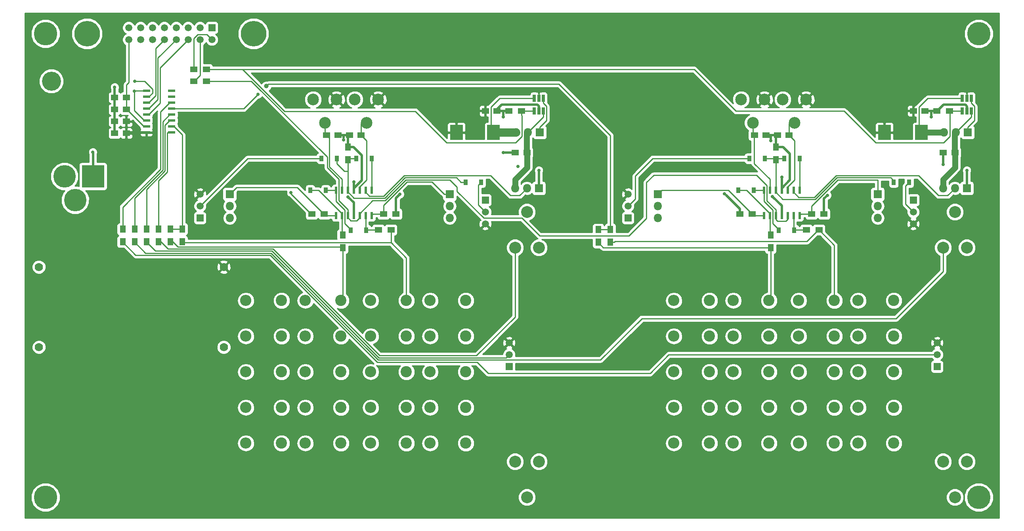
<source format=gbr>
G04 #@! TF.FileFunction,Copper,L1,Top,Signal*
%FSLAX46Y46*%
G04 Gerber Fmt 4.6, Leading zero omitted, Abs format (unit mm)*
G04 Created by KiCad (PCBNEW 4.0.7) date 12/05/17 20:32:24*
%MOMM*%
%LPD*%
G01*
G04 APERTURE LIST*
%ADD10C,0.100000*%
%ADD11C,5.000000*%
%ADD12R,1.500000X1.250000*%
%ADD13C,1.520000*%
%ADD14R,1.520000X1.520000*%
%ADD15R,1.800000X1.800000*%
%ADD16O,1.800000X1.800000*%
%ADD17C,2.400000*%
%ADD18O,2.400000X2.400000*%
%ADD19C,2.540000*%
%ADD20R,0.900000X1.200000*%
%ADD21R,1.500000X1.300000*%
%ADD22R,0.600000X1.500000*%
%ADD23C,2.500000*%
%ADD24R,1.300000X1.500000*%
%ADD25R,0.650000X1.560000*%
%ADD26R,2.700000X3.200000*%
%ADD27C,5.460000*%
%ADD28C,4.800000*%
%ADD29R,4.800000X4.800000*%
%ADD30R,1.500000X0.600000*%
%ADD31C,1.778000*%
%ADD32C,4.064000*%
%ADD33C,0.700000*%
%ADD34C,1.000000*%
%ADD35C,0.250000*%
%ADD36C,0.508000*%
%ADD37C,1.270000*%
%ADD38C,1.778000*%
%ADD39C,0.254000*%
G04 APERTURE END LIST*
D10*
D11*
X260350000Y-43180000D03*
X260350000Y-142240000D03*
X60960000Y-43180000D03*
D12*
X246400000Y-59690000D03*
X248900000Y-59690000D03*
D13*
X246380000Y-81280000D03*
X246380000Y-83820000D03*
D14*
X246380000Y-78740000D03*
D15*
X238760000Y-77470000D03*
D16*
X238760000Y-80010000D03*
X238760000Y-82550000D03*
D17*
X242210117Y-100181117D03*
D18*
X234590117Y-100181117D03*
D17*
X242210117Y-107801117D03*
D18*
X234590117Y-107801117D03*
D17*
X229510117Y-115421117D03*
D18*
X221890117Y-115421117D03*
D17*
X229510117Y-107801117D03*
D18*
X221890117Y-107801117D03*
D17*
X229510117Y-123041117D03*
D18*
X221890117Y-123041117D03*
D17*
X229510117Y-130661117D03*
D18*
X221890117Y-130661117D03*
D17*
X229510117Y-100181117D03*
D18*
X221890117Y-100181117D03*
D13*
X251460000Y-111760000D03*
X251460000Y-109220000D03*
D14*
X251460000Y-114300000D03*
D17*
X242210117Y-123041117D03*
D18*
X234590117Y-123041117D03*
D17*
X242210117Y-130661117D03*
D18*
X234590117Y-130661117D03*
D17*
X242210117Y-115421117D03*
D18*
X234590117Y-115421117D03*
D19*
X255270000Y-142240000D03*
X252730000Y-134620000D03*
X257810000Y-134620000D03*
X255270000Y-81280000D03*
X252730000Y-88900000D03*
X257810000Y-88900000D03*
D12*
X219857005Y-64839151D03*
X217357005Y-64839151D03*
D20*
X218768546Y-69850000D03*
X222068546Y-69850000D03*
X220947429Y-85159151D03*
X217647429Y-85159151D03*
D21*
X227308546Y-81709034D03*
X224608546Y-81709034D03*
D22*
X214448546Y-82029034D03*
X215718546Y-82029034D03*
X216988546Y-82029034D03*
X218258546Y-82029034D03*
X219528546Y-82029034D03*
X220798546Y-82029034D03*
X222068546Y-82029034D03*
X222068546Y-76629034D03*
X220798546Y-76629034D03*
X219528546Y-76629034D03*
X218258546Y-76629034D03*
X216988546Y-76629034D03*
X215718546Y-76629034D03*
X214448546Y-76629034D03*
D23*
X220980000Y-62230000D03*
X218480000Y-57230000D03*
X223480000Y-57230000D03*
D24*
X215900000Y-88900000D03*
X215900000Y-86200000D03*
D21*
X226220000Y-85090000D03*
X223520000Y-85090000D03*
D17*
X215540117Y-130661117D03*
D18*
X207920117Y-130661117D03*
D17*
X202840117Y-123041117D03*
D18*
X195220117Y-123041117D03*
D17*
X215540117Y-123041117D03*
D18*
X207920117Y-123041117D03*
D17*
X202840117Y-130661117D03*
D18*
X195220117Y-130661117D03*
D20*
X242190000Y-74930000D03*
X245490000Y-74930000D03*
D21*
X254080000Y-59690000D03*
X251380000Y-59690000D03*
D15*
X257810000Y-76200000D03*
D16*
X255270000Y-76200000D03*
X252730000Y-76200000D03*
D25*
X256860000Y-59690000D03*
X257810000Y-59690000D03*
X258760000Y-59690000D03*
X258760000Y-56990000D03*
X256860000Y-56990000D03*
X257810000Y-56990000D03*
D12*
X255270000Y-68580000D03*
X252770000Y-68580000D03*
D15*
X257997114Y-64278790D03*
D16*
X255457114Y-64278790D03*
X252917114Y-64278790D03*
D26*
X240217114Y-64278790D03*
X248117114Y-64278790D03*
D17*
X202840117Y-115421117D03*
D18*
X195220117Y-115421117D03*
D17*
X215540117Y-107801117D03*
D18*
X207920117Y-107801117D03*
D17*
X202840117Y-107801117D03*
D18*
X195220117Y-107801117D03*
D17*
X215540117Y-115421117D03*
D18*
X207920117Y-115421117D03*
D17*
X202840117Y-100181117D03*
D18*
X195220117Y-100181117D03*
D17*
X215540117Y-100181117D03*
D18*
X207920117Y-100181117D03*
D23*
X212090000Y-62230000D03*
X209590000Y-57230000D03*
X214590000Y-57230000D03*
D21*
X209288546Y-81709034D03*
X211988546Y-81709034D03*
D12*
X212423845Y-64839151D03*
X214923845Y-64839151D03*
D24*
X216988546Y-67420000D03*
X216988546Y-70120000D03*
D20*
X214630000Y-69850000D03*
X211330000Y-69850000D03*
X208988546Y-76629034D03*
X212288546Y-76629034D03*
D15*
X191770000Y-77470000D03*
D16*
X191770000Y-80010000D03*
X191770000Y-82550000D03*
D13*
X185420000Y-80010000D03*
X185420000Y-77470000D03*
D14*
X185420000Y-82550000D03*
D20*
X150750000Y-74930000D03*
X154050000Y-74930000D03*
D27*
X105410000Y-43180000D03*
X69850000Y-43180000D03*
D14*
X96520000Y-41910000D03*
D13*
X96520000Y-44450000D03*
X93980000Y-41910000D03*
X93980000Y-44450000D03*
X91440000Y-41910000D03*
X91440000Y-44450000D03*
X88900000Y-41910000D03*
X88900000Y-44450000D03*
X86360000Y-41910000D03*
X86360000Y-44450000D03*
X83820000Y-41910000D03*
X83820000Y-44450000D03*
X81280000Y-41910000D03*
X81280000Y-44450000D03*
X78740000Y-41910000D03*
X78740000Y-44450000D03*
D12*
X78244100Y-64456282D03*
X75744100Y-64456282D03*
X78244100Y-61916282D03*
X75744100Y-61916282D03*
X75744100Y-59376282D03*
X78244100Y-59376282D03*
X75744100Y-56836282D03*
X78244100Y-56836282D03*
X154960000Y-59690000D03*
X157460000Y-59690000D03*
X163830000Y-68580000D03*
X161330000Y-68580000D03*
X128417005Y-64839151D03*
X125917005Y-64839151D03*
X120983845Y-64839151D03*
X123483845Y-64839151D03*
D20*
X117548546Y-76629034D03*
X120848546Y-76629034D03*
X129507429Y-85159151D03*
X126207429Y-85159151D03*
X123190000Y-69850000D03*
X119890000Y-69850000D03*
X127328546Y-69850000D03*
X130628546Y-69850000D03*
D28*
X65020000Y-73660000D03*
D29*
X71120000Y-73660000D03*
D28*
X67310000Y-78740000D03*
D15*
X166557114Y-64278790D03*
D16*
X164017114Y-64278790D03*
X161477114Y-64278790D03*
D15*
X100330000Y-77470000D03*
D16*
X100330000Y-80010000D03*
X100330000Y-82550000D03*
D15*
X147320000Y-77470000D03*
D16*
X147320000Y-80010000D03*
X147320000Y-82550000D03*
D15*
X166370000Y-76200000D03*
D16*
X163830000Y-76200000D03*
X161290000Y-76200000D03*
D21*
X92630000Y-50800000D03*
X95330000Y-50800000D03*
X92630000Y-53340000D03*
X95330000Y-53340000D03*
D26*
X148777114Y-64278790D03*
X156677114Y-64278790D03*
D21*
X162640000Y-59690000D03*
X159940000Y-59690000D03*
D24*
X87630000Y-84930000D03*
X87630000Y-87630000D03*
X124460000Y-88900000D03*
X124460000Y-86200000D03*
D21*
X117848546Y-81709034D03*
X120548546Y-81709034D03*
D24*
X90170000Y-84930000D03*
X90170000Y-87630000D03*
D21*
X134780000Y-85090000D03*
X132080000Y-85090000D03*
X135868546Y-81709034D03*
X133168546Y-81709034D03*
D24*
X125548546Y-67420000D03*
X125548546Y-70120000D03*
D17*
X111400117Y-130661117D03*
D18*
X103780117Y-130661117D03*
D17*
X111400117Y-123041117D03*
D18*
X103780117Y-123041117D03*
D17*
X111400117Y-115421117D03*
D18*
X103780117Y-115421117D03*
D17*
X111400117Y-107801117D03*
D18*
X103780117Y-107801117D03*
D17*
X111400117Y-100181117D03*
D18*
X103780117Y-100181117D03*
D17*
X124100117Y-130661117D03*
D18*
X116480117Y-130661117D03*
D17*
X124100117Y-123041117D03*
D18*
X116480117Y-123041117D03*
D17*
X124100117Y-115421117D03*
D18*
X116480117Y-115421117D03*
D17*
X124100117Y-107801117D03*
D18*
X116480117Y-107801117D03*
D17*
X124100117Y-100181117D03*
D18*
X116480117Y-100181117D03*
D17*
X138070117Y-130661117D03*
D18*
X130450117Y-130661117D03*
D17*
X138070117Y-123041117D03*
D18*
X130450117Y-123041117D03*
D17*
X138070117Y-115421117D03*
D18*
X130450117Y-115421117D03*
D17*
X138070117Y-107801117D03*
D18*
X130450117Y-107801117D03*
D17*
X138070117Y-100181117D03*
D18*
X130450117Y-100181117D03*
D17*
X150770117Y-130661117D03*
D18*
X143150117Y-130661117D03*
D17*
X150770117Y-123041117D03*
D18*
X143150117Y-123041117D03*
D17*
X150770117Y-115421117D03*
D18*
X143150117Y-115421117D03*
D17*
X150770117Y-107801117D03*
D18*
X143150117Y-107801117D03*
D17*
X150770117Y-100181117D03*
D18*
X143150117Y-100181117D03*
D25*
X165420000Y-59690000D03*
X166370000Y-59690000D03*
X167320000Y-59690000D03*
X167320000Y-56990000D03*
X165420000Y-56990000D03*
X166370000Y-56990000D03*
D22*
X123008546Y-82029034D03*
X124278546Y-82029034D03*
X125548546Y-82029034D03*
X126818546Y-82029034D03*
X128088546Y-82029034D03*
X129358546Y-82029034D03*
X130628546Y-82029034D03*
X130628546Y-76629034D03*
X129358546Y-76629034D03*
X128088546Y-76629034D03*
X126818546Y-76629034D03*
X125548546Y-76629034D03*
X124278546Y-76629034D03*
X123008546Y-76629034D03*
D13*
X160020000Y-111760000D03*
X160020000Y-109220000D03*
D14*
X160020000Y-114300000D03*
D13*
X93980000Y-80010000D03*
X93980000Y-77470000D03*
D14*
X93980000Y-82550000D03*
D13*
X154940000Y-81280000D03*
X154940000Y-83820000D03*
D14*
X154940000Y-78740000D03*
D30*
X87943718Y-64294100D03*
X87943718Y-63024100D03*
X87943718Y-61754100D03*
X87943718Y-60484100D03*
X87943718Y-59214100D03*
X87943718Y-57944100D03*
X87943718Y-56674100D03*
X87943718Y-55404100D03*
X82543718Y-55404100D03*
X82543718Y-56674100D03*
X82543718Y-57944100D03*
X82543718Y-59214100D03*
X82543718Y-60484100D03*
X82543718Y-61754100D03*
X82543718Y-63024100D03*
X82543718Y-64294100D03*
D19*
X163830000Y-142240000D03*
X161290000Y-134620000D03*
X166370000Y-134620000D03*
X163830000Y-81280000D03*
X161290000Y-88900000D03*
X166370000Y-88900000D03*
D23*
X120650000Y-62230000D03*
X118150000Y-57230000D03*
X123150000Y-57230000D03*
X129540000Y-62230000D03*
X127040000Y-57230000D03*
X132040000Y-57230000D03*
D24*
X85090000Y-84930000D03*
X85090000Y-87630000D03*
X82550000Y-84930000D03*
X82550000Y-87630000D03*
X80010000Y-84930000D03*
X80010000Y-87630000D03*
X77470000Y-84930000D03*
X77470000Y-87630000D03*
X179070000Y-85030000D03*
X179070000Y-87730000D03*
X181610000Y-85010000D03*
X181610000Y-87710000D03*
D31*
X59570000Y-93030000D03*
X59570000Y-110170000D03*
X99060000Y-93030000D03*
X99060000Y-110170000D03*
D32*
X62230000Y-53340000D03*
D11*
X60960000Y-142240000D03*
D33*
X78237940Y-72211668D03*
X177800000Y-77470000D03*
X154940000Y-52070000D03*
X154940000Y-48260000D03*
X154940000Y-55880000D03*
X132080000Y-48260000D03*
X123150000Y-48300000D03*
X78244100Y-68580000D03*
X113419573Y-77131902D03*
X161938439Y-71543529D03*
X158750000Y-68580000D03*
X126819158Y-74873725D03*
X136707210Y-77478994D03*
X228003963Y-77696082D03*
X206061413Y-77376884D03*
X215900000Y-66040000D03*
X124662977Y-65884642D03*
X166370000Y-72390000D03*
X250190000Y-60960000D03*
X257810000Y-72390000D03*
X252730000Y-71120000D03*
X79926509Y-55477729D03*
X75738863Y-54612792D03*
X218305526Y-73818489D03*
X158750000Y-60960000D03*
X125576470Y-78023913D03*
X216300768Y-77989725D03*
X106354367Y-56161936D03*
D34*
X108185929Y-54357916D03*
D33*
X71085378Y-68495254D03*
X80010000Y-53340000D03*
D35*
X78237940Y-71716694D02*
X78237940Y-72211668D01*
X78237940Y-70827050D02*
X78237940Y-71716694D01*
X78244100Y-70820890D02*
X78237940Y-70827050D01*
X257810000Y-54610000D02*
X250605000Y-54610000D01*
X250605000Y-54610000D02*
X246400000Y-58815000D01*
X246400000Y-58815000D02*
X246400000Y-59690000D01*
X257810000Y-56990000D02*
X257810000Y-54610000D01*
X166370000Y-56990000D02*
X166370000Y-55201869D01*
X155618131Y-55201869D02*
X154940000Y-55880000D01*
X166370000Y-55201869D02*
X155618131Y-55201869D01*
X154960000Y-55900000D02*
X154940000Y-55880000D01*
X154960000Y-59690000D02*
X154960000Y-55900000D01*
X223480000Y-57230000D02*
X221102978Y-54852978D01*
D36*
X78244100Y-68580000D02*
X78244100Y-70820890D01*
X78244100Y-64456282D02*
X78244100Y-68580000D01*
D35*
X148777114Y-64278790D02*
X148786758Y-64278790D01*
D36*
X82543718Y-64294100D02*
X78406282Y-64294100D01*
D35*
X78406282Y-64294100D02*
X78244100Y-64456282D01*
D36*
X78244100Y-64456282D02*
X78244100Y-61916282D01*
D35*
X113419573Y-77380061D02*
X113419573Y-77131902D01*
X117748546Y-81709034D02*
X113419573Y-77380061D01*
X117848546Y-81709034D02*
X117748546Y-81709034D01*
D36*
X161330000Y-68580000D02*
X158750000Y-68580000D01*
X125548546Y-67420000D02*
X126765748Y-67420000D01*
X126765748Y-67420000D02*
X128522134Y-69176386D01*
X128522134Y-69176386D02*
X128522134Y-74475446D01*
X128522134Y-74475446D02*
X126818546Y-76179034D01*
X216988546Y-67420000D02*
X218579236Y-67420000D01*
X218579236Y-67420000D02*
X219987246Y-68828010D01*
X219987246Y-68828010D02*
X219987246Y-74450334D01*
X219987246Y-74450334D02*
X218258546Y-76179034D01*
X126818546Y-76629034D02*
X126818546Y-74874337D01*
X126818546Y-74874337D02*
X126819158Y-74873725D01*
X135868546Y-78317658D02*
X136707210Y-77478994D01*
X135868546Y-81709034D02*
X135868546Y-78317658D01*
X227308546Y-78391499D02*
X228003963Y-77696082D01*
X227308546Y-81709034D02*
X227308546Y-78391499D01*
D35*
X206361412Y-77676883D02*
X206061413Y-77376884D01*
D36*
X209288546Y-80604017D02*
X206361412Y-77676883D01*
X209288546Y-81709034D02*
X209288546Y-80604017D01*
X215900000Y-64839151D02*
X216988546Y-64839151D01*
X214923845Y-64839151D02*
X215900000Y-64839151D01*
X215900000Y-64839151D02*
X215900000Y-66040000D01*
X124662977Y-65042128D02*
X124662977Y-65460378D01*
X124460000Y-64839151D02*
X124662977Y-65042128D01*
D35*
X124662977Y-65460378D02*
X124662977Y-65884642D01*
D36*
X166370000Y-59690000D02*
X166370000Y-58660000D01*
X166370000Y-58660000D02*
X166079683Y-58369683D01*
X166079683Y-58369683D02*
X158459811Y-58369683D01*
X158459811Y-58369683D02*
X157460000Y-59369494D01*
X257734999Y-58584999D02*
X257504402Y-58354402D01*
X257504402Y-58354402D02*
X252815598Y-58354402D01*
X252815598Y-58354402D02*
X251480000Y-59690000D01*
X166370000Y-72390000D02*
X166370000Y-76200000D01*
X257810000Y-59690000D02*
X257810000Y-58660000D01*
D35*
X257810000Y-58660000D02*
X257734999Y-58584999D01*
X251480000Y-59690000D02*
X251380000Y-59690000D01*
D36*
X250190000Y-59690000D02*
X251380000Y-59690000D01*
X248900000Y-59690000D02*
X250190000Y-59690000D01*
X250190000Y-59690000D02*
X250190000Y-60960000D01*
X257810000Y-72390000D02*
X257810000Y-76200000D01*
X252770000Y-68580000D02*
X252770000Y-71080000D01*
D35*
X252770000Y-71080000D02*
X252730000Y-71120000D01*
D36*
X75744100Y-61916282D02*
X75744100Y-64456282D01*
X75744100Y-59376282D02*
X75744100Y-61916282D01*
X75744100Y-56836282D02*
X75744100Y-59376282D01*
D35*
X82543718Y-61754100D02*
X82993718Y-61754100D01*
X82543718Y-55404100D02*
X80000138Y-55404100D01*
X79926509Y-59586891D02*
X79926509Y-55477729D01*
X82093718Y-61754100D02*
X79926509Y-59586891D01*
X82543718Y-61754100D02*
X82093718Y-61754100D01*
X80000138Y-55404100D02*
X79926509Y-55477729D01*
D36*
X75744100Y-54618029D02*
X75738863Y-54612792D01*
X75744100Y-56836282D02*
X75744100Y-54618029D01*
X218305526Y-76132054D02*
X218305526Y-73818489D01*
D35*
X218258546Y-76179034D02*
X218305526Y-76132054D01*
X218258546Y-76629034D02*
X218258546Y-76179034D01*
D36*
X75744100Y-56836282D02*
X75744100Y-64456282D01*
X124460000Y-64839151D02*
X125548546Y-64839151D01*
X123483845Y-64839151D02*
X124460000Y-64839151D01*
D35*
X157460000Y-59369494D02*
X157460000Y-59690000D01*
D36*
X158750000Y-59690000D02*
X159940000Y-59690000D01*
X157460000Y-59690000D02*
X158750000Y-59690000D01*
X158750000Y-59690000D02*
X158750000Y-60960000D01*
X216988546Y-64839151D02*
X216988546Y-67420000D01*
D35*
X126818546Y-76179034D02*
X126818546Y-76629034D01*
D36*
X125548546Y-64839151D02*
X125548546Y-67420000D01*
D35*
X137616539Y-73491980D02*
X133247504Y-77861015D01*
X162280683Y-77749317D02*
X160292488Y-77749317D01*
X160292488Y-77749317D02*
X156035151Y-73491980D01*
X133247504Y-77861015D02*
X130140527Y-77861015D01*
X163830000Y-76200000D02*
X162280683Y-77749317D01*
X130140527Y-77861015D02*
X129358546Y-77079034D01*
X129358546Y-77079034D02*
X129358546Y-76629034D01*
X156035151Y-73491980D02*
X137616539Y-73491980D01*
X85090000Y-87630000D02*
X85644998Y-87630000D01*
X85644998Y-87630000D02*
X87170010Y-89155012D01*
X87170010Y-89155012D02*
X109547010Y-89155012D01*
X109547010Y-89155012D02*
X132335226Y-111943228D01*
X132335226Y-111943228D02*
X153043870Y-111943228D01*
X153043870Y-111943228D02*
X161290000Y-103697098D01*
X161290000Y-103697098D02*
X161290000Y-88900000D01*
D37*
X163802164Y-64493740D02*
X163830000Y-64465904D01*
X163802164Y-68552164D02*
X163802164Y-64493740D01*
X163830000Y-68580000D02*
X163802164Y-68552164D01*
X163830000Y-68580000D02*
X163830000Y-71759439D01*
X163830000Y-71759439D02*
X161290000Y-74299439D01*
X161290000Y-74299439D02*
X161290000Y-76200000D01*
D35*
X163830000Y-64465904D02*
X164017114Y-64278790D01*
X167320000Y-59690000D02*
X167320000Y-60975904D01*
X167320000Y-60975904D02*
X164017114Y-64278790D01*
X128417005Y-64839151D02*
X129594664Y-66016810D01*
X129594664Y-66016810D02*
X129594664Y-74454812D01*
X128072990Y-76613478D02*
X128088546Y-76629034D01*
X129594664Y-74454812D02*
X128072990Y-75976486D01*
X128072990Y-75976486D02*
X128072990Y-76613478D01*
X128417005Y-64839151D02*
X128417005Y-62438727D01*
X80010000Y-87630000D02*
X80010000Y-87730000D01*
X131994449Y-112875273D02*
X179548715Y-112875273D01*
X252730000Y-93996513D02*
X252730000Y-88900000D01*
X80010000Y-87730000D02*
X82335034Y-90055034D01*
X82335034Y-90055034D02*
X109174212Y-90055034D01*
X109174212Y-90055034D02*
X131994449Y-112875273D01*
X179548715Y-112875273D02*
X188399130Y-104024858D01*
X188399130Y-104024858D02*
X242701655Y-104024858D01*
X242701655Y-104024858D02*
X252730000Y-93996513D01*
X229874060Y-73491980D02*
X225249691Y-78116349D01*
X253720683Y-77749317D02*
X251732488Y-77749317D01*
X251732488Y-77749317D02*
X247475151Y-73491980D01*
X247475151Y-73491980D02*
X229874060Y-73491980D01*
X225249691Y-78116349D02*
X221835861Y-78116349D01*
X221835861Y-78116349D02*
X220798546Y-77079034D01*
X255270000Y-76200000D02*
X253720683Y-77749317D01*
X220798546Y-77079034D02*
X220798546Y-76629034D01*
D37*
X252730000Y-74299439D02*
X252730000Y-76200000D01*
X255270000Y-71759439D02*
X252730000Y-74299439D01*
X255270000Y-68580000D02*
X255270000Y-71759439D01*
X255270000Y-68580000D02*
X255242164Y-68552164D01*
D35*
X258760000Y-60975904D02*
X255457114Y-64278790D01*
X255270000Y-64465904D02*
X255457114Y-64278790D01*
D37*
X255242164Y-68552164D02*
X255242164Y-64493740D01*
X255242164Y-64493740D02*
X255270000Y-64465904D01*
D35*
X258760000Y-59690000D02*
X258760000Y-60975904D01*
X219512990Y-75976486D02*
X219512990Y-76613478D01*
X221034664Y-74454812D02*
X219512990Y-75976486D01*
X219512990Y-76613478D02*
X219528546Y-76629034D01*
X219857005Y-64839151D02*
X219857005Y-62438727D01*
X219857005Y-64839151D02*
X221034664Y-66016810D01*
X221034664Y-66016810D02*
X221034664Y-74454812D01*
X124278546Y-82029034D02*
X124278546Y-81579034D01*
X124278546Y-81579034D02*
X119328546Y-76629034D01*
X119328546Y-76629034D02*
X117548546Y-76629034D01*
X124278546Y-82029034D02*
X124278546Y-86018546D01*
X124278546Y-86018546D02*
X124460000Y-86200000D01*
X93980000Y-80010000D02*
X104140000Y-69850000D01*
X104140000Y-69850000D02*
X119890000Y-69850000D01*
X215718546Y-82029034D02*
X215718546Y-86018546D01*
X215718546Y-81579034D02*
X210768546Y-76629034D01*
X215718546Y-82029034D02*
X215718546Y-81579034D01*
X210768546Y-76629034D02*
X208988546Y-76629034D01*
X215718546Y-86018546D02*
X215900000Y-86200000D01*
X185420000Y-80010000D02*
X185425055Y-80010000D01*
X185425055Y-80010000D02*
X186962300Y-78472755D01*
X186962300Y-78472755D02*
X186962300Y-73591486D01*
X186962300Y-73591486D02*
X190724731Y-69829055D01*
X190724731Y-69829055D02*
X211309055Y-69829055D01*
X211309055Y-69829055D02*
X211330000Y-69850000D01*
X102870000Y-50800000D02*
X199567962Y-50800000D01*
X238342059Y-66461235D02*
X252825071Y-66461235D01*
X199567962Y-50800000D02*
X208486611Y-59718649D01*
X208486611Y-59718649D02*
X231599473Y-59718649D01*
X231599473Y-59718649D02*
X238342059Y-66461235D01*
X254180058Y-59790058D02*
X254080000Y-59690000D01*
X252825071Y-66461235D02*
X254180058Y-65106248D01*
X254180058Y-65106248D02*
X254180058Y-59790058D01*
X162640000Y-59690000D02*
X162640000Y-60590000D01*
X162640000Y-60590000D02*
X162740058Y-60690058D01*
X162740058Y-60690058D02*
X162740058Y-65106248D01*
X161385071Y-66461235D02*
X146646041Y-66461235D01*
X162740058Y-65106248D02*
X161385071Y-66461235D01*
X146646041Y-66461235D02*
X139941403Y-59756597D01*
X139941403Y-59756597D02*
X112023197Y-59756597D01*
X112023197Y-59756597D02*
X103066600Y-50800000D01*
X103066600Y-50800000D02*
X102870000Y-50800000D01*
X102870000Y-50800000D02*
X95330000Y-50800000D01*
X254000000Y-59690000D02*
X256860000Y-59690000D01*
X162560000Y-59690000D02*
X165420000Y-59690000D01*
X216988546Y-82029034D02*
X216988546Y-80786268D01*
X216988546Y-80786268D02*
X215073547Y-78871269D01*
X215073547Y-78871269D02*
X215073547Y-75593337D01*
X162766726Y-82577328D02*
X154649915Y-82577328D01*
X215073547Y-75593337D02*
X212875319Y-73395109D01*
X185643788Y-86345206D02*
X166534604Y-86345206D01*
X212875319Y-73395109D02*
X190923316Y-73395109D01*
X190923316Y-73395109D02*
X189362753Y-74955672D01*
X189362753Y-74955672D02*
X189362753Y-82626241D01*
X189362753Y-82626241D02*
X185643788Y-86345206D01*
X166534604Y-86345206D02*
X162766726Y-82577328D01*
X148914393Y-76841806D02*
X148914393Y-75990482D01*
X137980728Y-74400613D02*
X133575030Y-78806311D01*
X154649915Y-82577328D02*
X148914393Y-76841806D01*
X148914393Y-75990482D02*
X147324524Y-74400613D01*
X147324524Y-74400613D02*
X137980728Y-74400613D01*
X133575030Y-78806311D02*
X130861269Y-78806311D01*
X130861269Y-78806311D02*
X128088546Y-81579034D01*
X128088546Y-81579034D02*
X128088546Y-82029034D01*
X121185930Y-71825399D02*
X121185930Y-69555741D01*
X104970189Y-53340000D02*
X95330000Y-53340000D01*
X123633547Y-74273015D02*
X121185930Y-71825399D01*
X125571995Y-80767554D02*
X123633547Y-78829106D01*
X123633547Y-78829106D02*
X123633547Y-74273015D01*
X125571995Y-81555585D02*
X125571995Y-80767554D01*
X121185930Y-69555741D02*
X104970189Y-53340000D01*
X125548546Y-82029034D02*
X125548546Y-82479034D01*
X125548546Y-82479034D02*
X126173547Y-83104035D01*
X126173547Y-83104035D02*
X127463545Y-83104035D01*
X127463545Y-83104035D02*
X128088546Y-82479034D01*
X128088546Y-82479034D02*
X128088546Y-82029034D01*
X216988546Y-82029034D02*
X216988546Y-82854857D01*
X216988546Y-82854857D02*
X217355910Y-83222221D01*
X217355910Y-83222221D02*
X219125135Y-83222221D01*
X219125135Y-83222221D02*
X219528546Y-82818810D01*
X219528546Y-82818810D02*
X219528546Y-82029034D01*
X219528546Y-81579034D02*
X219528546Y-82029034D01*
X125548546Y-82029034D02*
X125548546Y-81579034D01*
X84530690Y-56407128D02*
X84530690Y-46279310D01*
X84530690Y-46279310D02*
X86360000Y-44450000D01*
X82543718Y-57944100D02*
X82993718Y-57944100D01*
X82993718Y-57944100D02*
X84530690Y-56407128D01*
X160020000Y-111760000D02*
X159369516Y-112410484D01*
X84425023Y-89605023D02*
X82550000Y-87730000D01*
X159369516Y-112410484D02*
X132166072Y-112410484D01*
X132166072Y-112410484D02*
X109360611Y-89605023D01*
X109360611Y-89605023D02*
X84425023Y-89605023D01*
X82550000Y-87730000D02*
X82550000Y-87630000D01*
X153166243Y-113339780D02*
X155545860Y-115719397D01*
X194125765Y-111760000D02*
X251460000Y-111760000D01*
X155545860Y-115719397D02*
X190166368Y-115719397D01*
X190166368Y-115719397D02*
X194125765Y-111760000D01*
X77470000Y-87630000D02*
X77470000Y-87730000D01*
X77470000Y-87730000D02*
X80245045Y-90505045D01*
X80245045Y-90505045D02*
X108987813Y-90505045D01*
X108987813Y-90505045D02*
X131822545Y-113339780D01*
X131822545Y-113339780D02*
X153166243Y-113339780D01*
X165420000Y-56990000D02*
X158017810Y-56990000D01*
X158017810Y-56990000D02*
X156196977Y-58810833D01*
X156196977Y-58810833D02*
X156196977Y-64278790D01*
X156196977Y-64278790D02*
X156677114Y-64278790D01*
D38*
X156210000Y-64278790D02*
X161477114Y-64278790D01*
D35*
X167320000Y-56990000D02*
X167320000Y-58020000D01*
X167320000Y-58020000D02*
X167970001Y-58670001D01*
X167970001Y-58670001D02*
X167970001Y-61715903D01*
X167970001Y-61715903D02*
X166557114Y-63128790D01*
X166557114Y-63128790D02*
X166557114Y-64278790D01*
X100339947Y-77460053D02*
X101761985Y-76038015D01*
X120448546Y-81709034D02*
X120548546Y-81709034D01*
X101761985Y-76038015D02*
X114777527Y-76038015D01*
X114777527Y-76038015D02*
X120448546Y-81709034D01*
X123008546Y-82029034D02*
X120868546Y-82029034D01*
X120868546Y-82029034D02*
X120548546Y-81709034D01*
X122943328Y-81897013D02*
X123128205Y-82081890D01*
X134780000Y-85090000D02*
X134780000Y-87804372D01*
X134780000Y-87804372D02*
X138074227Y-91098599D01*
X138074227Y-91098599D02*
X138074227Y-100177007D01*
X138074227Y-100177007D02*
X138070117Y-100181117D01*
X90170000Y-87630000D02*
X90343221Y-87803221D01*
X134780000Y-87803221D02*
X134780000Y-85090000D01*
X90343221Y-87803221D02*
X134780000Y-87803221D01*
X137818275Y-99929275D02*
X138070117Y-100181117D01*
X226220000Y-85090000D02*
X226120000Y-85090000D01*
X226120000Y-85090000D02*
X223652870Y-87557130D01*
X223652870Y-87557130D02*
X182662870Y-87557130D01*
X182662870Y-87557130D02*
X182510000Y-87710000D01*
X182510000Y-87710000D02*
X181610000Y-87710000D01*
X229514227Y-100177007D02*
X229510117Y-100181117D01*
X226220000Y-85090000D02*
X229514227Y-88384227D01*
X229514227Y-88384227D02*
X229514227Y-100177007D01*
X229258275Y-99929275D02*
X229510117Y-100181117D01*
D37*
X247650000Y-64278790D02*
X252917114Y-64278790D01*
D35*
X247636977Y-64278790D02*
X248117114Y-64278790D01*
X249457810Y-56990000D02*
X247636977Y-58810833D01*
X247636977Y-58810833D02*
X247636977Y-64278790D01*
X256860000Y-56990000D02*
X249457810Y-56990000D01*
D36*
X218258546Y-79947503D02*
X216300768Y-77989725D01*
X126818546Y-79265989D02*
X125576470Y-78023913D01*
X126818546Y-82029034D02*
X126818546Y-79265989D01*
X218258546Y-82029034D02*
X218258546Y-79947503D01*
D35*
X218258546Y-82029034D02*
X218258546Y-82479034D01*
X259410001Y-61715903D02*
X257997114Y-63128790D01*
X257997114Y-63128790D02*
X257997114Y-64278790D01*
X259410001Y-58670001D02*
X259410001Y-61715903D01*
X258760000Y-58020000D02*
X259410001Y-58670001D01*
X258760000Y-56990000D02*
X258760000Y-58020000D01*
X191779947Y-77460053D02*
X192627218Y-76612782D01*
X192627218Y-76612782D02*
X206895272Y-76612782D01*
X206895272Y-76612782D02*
X211988546Y-81706056D01*
X211988546Y-81706056D02*
X211988546Y-81709034D01*
X214383328Y-81897013D02*
X214568205Y-82081890D01*
X214448546Y-82029034D02*
X212308546Y-82029034D01*
X212308546Y-82029034D02*
X211988546Y-81709034D01*
X133168546Y-79849206D02*
X133168546Y-81709034D01*
X143550624Y-74850624D02*
X138167128Y-74850624D01*
X138167128Y-74850624D02*
X133168546Y-79849206D01*
X146170000Y-77470000D02*
X143550624Y-74850624D01*
X147320000Y-77470000D02*
X146170000Y-77470000D01*
X133168546Y-81709034D02*
X130948546Y-81709034D01*
X130948546Y-81709034D02*
X130628546Y-82029034D01*
X238760000Y-77470000D02*
X238760000Y-74394274D01*
X238760000Y-74394274D02*
X230244588Y-74394274D01*
X230244588Y-74394274D02*
X224608546Y-80030316D01*
X224608546Y-80030316D02*
X224608546Y-81709034D01*
X222388546Y-81709034D02*
X222068546Y-82029034D01*
X224608546Y-81709034D02*
X222388546Y-81709034D01*
X92630000Y-50800000D02*
X92630000Y-44194198D01*
X92630000Y-44194198D02*
X93459199Y-43364999D01*
X93459199Y-43364999D02*
X95434999Y-43364999D01*
X95760001Y-43690001D02*
X96520000Y-44450000D01*
X95434999Y-43364999D02*
X95760001Y-43690001D01*
X92630000Y-50720000D02*
X92630000Y-50800000D01*
X92630000Y-53340000D02*
X92730000Y-53340000D01*
X92730000Y-53340000D02*
X93980000Y-52090000D01*
X93980000Y-52090000D02*
X93980000Y-45524802D01*
X93980000Y-45524802D02*
X93980000Y-44450000D01*
X92630000Y-53340000D02*
X92530000Y-53340000D01*
X92630000Y-53260000D02*
X92630000Y-53340000D01*
X85430712Y-58038896D02*
X85430712Y-50459288D01*
X85430712Y-50459288D02*
X91440000Y-44450000D01*
X82543718Y-60484100D02*
X82985508Y-60484100D01*
X82985508Y-60484100D02*
X85430712Y-58038896D01*
X84980701Y-57227117D02*
X84980701Y-48369299D01*
X84980701Y-48369299D02*
X88900000Y-44450000D01*
X82543718Y-59214100D02*
X82993718Y-59214100D01*
X82993718Y-59214100D02*
X84980701Y-57227117D01*
X78244100Y-54114100D02*
X78740000Y-53618200D01*
X78740000Y-53618200D02*
X78740000Y-44450000D01*
X78244100Y-54114100D02*
X78244100Y-56836282D01*
X78244100Y-59376282D02*
X78244100Y-56836282D01*
X82543718Y-63024100D02*
X82016918Y-63024100D01*
X82016918Y-63024100D02*
X78369100Y-59376282D01*
X78369100Y-59376282D02*
X78244100Y-59376282D01*
X121635941Y-71638999D02*
X124278546Y-74281604D01*
X124278546Y-74281604D02*
X124278546Y-76629034D01*
X121635941Y-65491247D02*
X121635941Y-71638999D01*
X120983845Y-64839151D02*
X121635941Y-65491247D01*
X120650000Y-62230000D02*
X120650000Y-64505306D01*
X120650000Y-64505306D02*
X120983845Y-64839151D01*
X212423845Y-64839151D02*
X212391000Y-64871996D01*
X212391000Y-64871996D02*
X212391000Y-70954058D01*
X212391000Y-70954058D02*
X215718546Y-74281604D01*
X215718546Y-74281604D02*
X215718546Y-76629034D01*
X212090000Y-62230000D02*
X212090000Y-64505306D01*
X212090000Y-64505306D02*
X212423845Y-64839151D01*
X123008546Y-76629034D02*
X123008546Y-78973935D01*
X123008546Y-78973935D02*
X124923545Y-80888934D01*
X124923545Y-80888934D02*
X124923545Y-83725267D01*
X124923545Y-83725267D02*
X126207429Y-85009151D01*
X126207429Y-85009151D02*
X126207429Y-85159151D01*
X120848546Y-76629034D02*
X123008546Y-76629034D01*
X132080000Y-85090000D02*
X129576580Y-85090000D01*
X129576580Y-85090000D02*
X129507429Y-85159151D01*
X129358546Y-82029034D02*
X129358546Y-85010268D01*
X129358546Y-85010268D02*
X129507429Y-85159151D01*
X123190000Y-69850000D02*
X123190000Y-70928633D01*
X123190000Y-70928633D02*
X124805620Y-72544253D01*
X124805620Y-72544253D02*
X125544394Y-72544253D01*
X125544394Y-72544253D02*
X125548546Y-72548405D01*
X125548546Y-72548405D02*
X125548546Y-69850000D01*
X125548546Y-69850000D02*
X127328546Y-69850000D01*
X150750000Y-74930000D02*
X149737156Y-74930000D01*
X126874135Y-78311026D02*
X125548546Y-76985437D01*
X149737156Y-74930000D02*
X148757758Y-73950602D01*
X148757758Y-73950602D02*
X137794328Y-73950602D01*
X137794328Y-73950602D02*
X133433904Y-78311026D01*
X133433904Y-78311026D02*
X126874135Y-78311026D01*
X125548546Y-76985437D02*
X125548546Y-76629034D01*
X125548546Y-72548405D02*
X125548546Y-76629034D01*
X125582746Y-76594834D02*
X125548546Y-76629034D01*
X154050000Y-74930000D02*
X153443650Y-75536350D01*
X153443650Y-75536350D02*
X153443650Y-79783650D01*
X153443650Y-79783650D02*
X154940000Y-81280000D01*
X130628546Y-69850000D02*
X130628546Y-76629034D01*
X214448546Y-76629034D02*
X214448546Y-78973935D01*
X216363545Y-83725267D02*
X217647429Y-85009151D01*
X216363545Y-80888934D02*
X216363545Y-83725267D01*
X217647429Y-85009151D02*
X217647429Y-85159151D01*
X212288546Y-76629034D02*
X214448546Y-76629034D01*
X214448546Y-78973935D02*
X216363545Y-80888934D01*
X220798546Y-82029034D02*
X220798546Y-85010268D01*
X223520000Y-85090000D02*
X221016580Y-85090000D01*
X220798546Y-85010268D02*
X220947429Y-85159151D01*
X221016580Y-85090000D02*
X220947429Y-85159151D01*
X242190000Y-74930000D02*
X242190000Y-74589402D01*
X242190000Y-74589402D02*
X241544861Y-73944263D01*
X230058188Y-73944263D02*
X225436091Y-78566360D01*
X241544861Y-73944263D02*
X230058188Y-73944263D01*
X225436091Y-78566360D02*
X218475872Y-78566360D01*
X218475872Y-78566360D02*
X216988546Y-77079034D01*
X216988546Y-77079034D02*
X216988546Y-76629034D01*
X216988546Y-71120000D02*
X216988546Y-76629034D01*
X217022746Y-76594834D02*
X216988546Y-76629034D01*
X216988546Y-69850000D02*
X216988546Y-71120000D01*
X216988546Y-69857799D02*
X216988546Y-71120000D01*
X216980747Y-69850000D02*
X216988546Y-69857799D01*
X218768546Y-69850000D02*
X216988546Y-69850000D01*
X214630000Y-69850000D02*
X216980747Y-69850000D01*
X245490000Y-74930000D02*
X245490000Y-74957629D01*
X245490000Y-74957629D02*
X244729649Y-75717980D01*
X244729649Y-75717980D02*
X244729649Y-79629649D01*
X244729649Y-79629649D02*
X246380000Y-81280000D01*
X222068546Y-69850000D02*
X222068546Y-76629034D01*
X87630000Y-87630000D02*
X88184998Y-87630000D01*
X124460000Y-88705001D02*
X124460000Y-88900000D01*
X88184998Y-87630000D02*
X89259999Y-88705001D01*
X89259999Y-88705001D02*
X124460000Y-88705001D01*
X124460000Y-88900000D02*
X124460000Y-99821234D01*
X124460000Y-99821234D02*
X124100117Y-100181117D01*
X179070000Y-87830000D02*
X179070000Y-87730000D01*
X215900000Y-88900000D02*
X180140000Y-88900000D01*
X180140000Y-88900000D02*
X179070000Y-87830000D01*
X215900000Y-88900000D02*
X215900000Y-99821234D01*
X215900000Y-99821234D02*
X215540117Y-100181117D01*
X87097986Y-64294100D02*
X87943718Y-64294100D01*
X86944062Y-64448024D02*
X87097986Y-64294100D01*
X86944062Y-72700842D02*
X86944062Y-64448024D01*
X85090000Y-74554904D02*
X86944062Y-72700842D01*
X85090000Y-84930000D02*
X85090000Y-74554904D01*
X86036573Y-61941245D02*
X86036573Y-72323771D01*
X80010000Y-78350344D02*
X80010000Y-84930000D01*
X86036573Y-72323771D02*
X80010000Y-78350344D01*
X87943718Y-60484100D02*
X87493718Y-60484100D01*
X87493718Y-60484100D02*
X86036573Y-61941245D01*
X90170000Y-84930000D02*
X90170000Y-64800382D01*
X90170000Y-64800382D02*
X88393718Y-63024100D01*
X88393718Y-63024100D02*
X87943718Y-63024100D01*
X87630000Y-84930000D02*
X90170000Y-84930000D01*
X181610000Y-85010000D02*
X181610000Y-64903885D01*
X108582608Y-53961237D02*
X108185929Y-54357916D01*
X181610000Y-64903885D02*
X170667352Y-53961237D01*
X170667352Y-53961237D02*
X108582608Y-53961237D01*
X179070000Y-85030000D02*
X181590000Y-85030000D01*
X181590000Y-85030000D02*
X181610000Y-85010000D01*
X103302203Y-59214100D02*
X106354367Y-56161936D01*
X87943718Y-59214100D02*
X103302203Y-59214100D01*
X82550000Y-76446755D02*
X82550000Y-84930000D01*
X86486584Y-72510171D02*
X82550000Y-76446755D01*
X86486584Y-62761234D02*
X86486584Y-72510171D01*
X87943718Y-61754100D02*
X87493718Y-61754100D01*
X87493718Y-61754100D02*
X86486584Y-62761234D01*
X77470000Y-80225681D02*
X77470000Y-84930000D01*
X85571017Y-72124664D02*
X77470000Y-80225681D01*
X87943718Y-57944100D02*
X87493718Y-57944100D01*
X87493718Y-57944100D02*
X85571017Y-59866801D01*
X85571017Y-59866801D02*
X85571017Y-72124664D01*
D36*
X71120000Y-68529876D02*
X71085378Y-68495254D01*
X71120000Y-73660000D02*
X71120000Y-68529876D01*
D35*
X82114620Y-53340000D02*
X80010000Y-53340000D01*
X83820000Y-55847818D02*
X83820000Y-55045380D01*
X83820000Y-55045380D02*
X82114620Y-53340000D01*
X82993718Y-56674100D02*
X83820000Y-55847818D01*
X82543718Y-56674100D02*
X82993718Y-56674100D01*
D39*
G36*
X264720000Y-146610000D02*
X56590000Y-146610000D01*
X56590000Y-142860854D01*
X57824457Y-142860854D01*
X58300727Y-144013515D01*
X59181847Y-144896174D01*
X60333674Y-145374454D01*
X61580854Y-145375543D01*
X62733515Y-144899273D01*
X63616174Y-144018153D01*
X64094454Y-142866326D01*
X64094671Y-142617265D01*
X161924670Y-142617265D01*
X162214078Y-143317686D01*
X162749495Y-143854039D01*
X163449410Y-144144668D01*
X164207265Y-144145330D01*
X164907686Y-143855922D01*
X165444039Y-143320505D01*
X165734668Y-142620590D01*
X165734670Y-142617265D01*
X253364670Y-142617265D01*
X253654078Y-143317686D01*
X254189495Y-143854039D01*
X254889410Y-144144668D01*
X255647265Y-144145330D01*
X256347686Y-143855922D01*
X256884039Y-143320505D01*
X257074902Y-142860854D01*
X257214457Y-142860854D01*
X257690727Y-144013515D01*
X258571847Y-144896174D01*
X259723674Y-145374454D01*
X260970854Y-145375543D01*
X262123515Y-144899273D01*
X263006174Y-144018153D01*
X263484454Y-142866326D01*
X263485543Y-141619146D01*
X263009273Y-140466485D01*
X262128153Y-139583826D01*
X260976326Y-139105546D01*
X259729146Y-139104457D01*
X258576485Y-139580727D01*
X257693826Y-140461847D01*
X257215546Y-141613674D01*
X257214457Y-142860854D01*
X257074902Y-142860854D01*
X257174668Y-142620590D01*
X257175330Y-141862735D01*
X256885922Y-141162314D01*
X256350505Y-140625961D01*
X255650590Y-140335332D01*
X254892735Y-140334670D01*
X254192314Y-140624078D01*
X253655961Y-141159495D01*
X253365332Y-141859410D01*
X253364670Y-142617265D01*
X165734670Y-142617265D01*
X165735330Y-141862735D01*
X165445922Y-141162314D01*
X164910505Y-140625961D01*
X164210590Y-140335332D01*
X163452735Y-140334670D01*
X162752314Y-140624078D01*
X162215961Y-141159495D01*
X161925332Y-141859410D01*
X161924670Y-142617265D01*
X64094671Y-142617265D01*
X64095543Y-141619146D01*
X63619273Y-140466485D01*
X62738153Y-139583826D01*
X61586326Y-139105546D01*
X60339146Y-139104457D01*
X59186485Y-139580727D01*
X58303826Y-140461847D01*
X57825546Y-141613674D01*
X57824457Y-142860854D01*
X56590000Y-142860854D01*
X56590000Y-134997265D01*
X159384670Y-134997265D01*
X159674078Y-135697686D01*
X160209495Y-136234039D01*
X160909410Y-136524668D01*
X161667265Y-136525330D01*
X162367686Y-136235922D01*
X162904039Y-135700505D01*
X163194668Y-135000590D01*
X163194670Y-134997265D01*
X164464670Y-134997265D01*
X164754078Y-135697686D01*
X165289495Y-136234039D01*
X165989410Y-136524668D01*
X166747265Y-136525330D01*
X167447686Y-136235922D01*
X167984039Y-135700505D01*
X168274668Y-135000590D01*
X168274670Y-134997265D01*
X250824670Y-134997265D01*
X251114078Y-135697686D01*
X251649495Y-136234039D01*
X252349410Y-136524668D01*
X253107265Y-136525330D01*
X253807686Y-136235922D01*
X254344039Y-135700505D01*
X254634668Y-135000590D01*
X254634670Y-134997265D01*
X255904670Y-134997265D01*
X256194078Y-135697686D01*
X256729495Y-136234039D01*
X257429410Y-136524668D01*
X258187265Y-136525330D01*
X258887686Y-136235922D01*
X259424039Y-135700505D01*
X259714668Y-135000590D01*
X259715330Y-134242735D01*
X259425922Y-133542314D01*
X258890505Y-133005961D01*
X258190590Y-132715332D01*
X257432735Y-132714670D01*
X256732314Y-133004078D01*
X256195961Y-133539495D01*
X255905332Y-134239410D01*
X255904670Y-134997265D01*
X254634670Y-134997265D01*
X254635330Y-134242735D01*
X254345922Y-133542314D01*
X253810505Y-133005961D01*
X253110590Y-132715332D01*
X252352735Y-132714670D01*
X251652314Y-133004078D01*
X251115961Y-133539495D01*
X250825332Y-134239410D01*
X250824670Y-134997265D01*
X168274670Y-134997265D01*
X168275330Y-134242735D01*
X167985922Y-133542314D01*
X167450505Y-133005961D01*
X166750590Y-132715332D01*
X165992735Y-132714670D01*
X165292314Y-133004078D01*
X164755961Y-133539495D01*
X164465332Y-134239410D01*
X164464670Y-134997265D01*
X163194670Y-134997265D01*
X163195330Y-134242735D01*
X162905922Y-133542314D01*
X162370505Y-133005961D01*
X161670590Y-132715332D01*
X160912735Y-132714670D01*
X160212314Y-133004078D01*
X159675961Y-133539495D01*
X159385332Y-134239410D01*
X159384670Y-134997265D01*
X56590000Y-134997265D01*
X56590000Y-130661117D01*
X101909167Y-130661117D01*
X102048848Y-131363341D01*
X102446626Y-131958658D01*
X103041943Y-132356436D01*
X103744167Y-132496117D01*
X103816067Y-132496117D01*
X104518291Y-132356436D01*
X105113608Y-131958658D01*
X105511386Y-131363341D01*
X105578781Y-131024520D01*
X109564799Y-131024520D01*
X109843572Y-131699203D01*
X110359316Y-132215847D01*
X111033512Y-132495798D01*
X111763520Y-132496435D01*
X112438203Y-132217662D01*
X112954847Y-131701918D01*
X113234798Y-131027722D01*
X113235117Y-130661117D01*
X114609167Y-130661117D01*
X114748848Y-131363341D01*
X115146626Y-131958658D01*
X115741943Y-132356436D01*
X116444167Y-132496117D01*
X116516067Y-132496117D01*
X117218291Y-132356436D01*
X117813608Y-131958658D01*
X118211386Y-131363341D01*
X118278781Y-131024520D01*
X122264799Y-131024520D01*
X122543572Y-131699203D01*
X123059316Y-132215847D01*
X123733512Y-132495798D01*
X124463520Y-132496435D01*
X125138203Y-132217662D01*
X125654847Y-131701918D01*
X125934798Y-131027722D01*
X125935117Y-130661117D01*
X128579167Y-130661117D01*
X128718848Y-131363341D01*
X129116626Y-131958658D01*
X129711943Y-132356436D01*
X130414167Y-132496117D01*
X130486067Y-132496117D01*
X131188291Y-132356436D01*
X131783608Y-131958658D01*
X132181386Y-131363341D01*
X132248781Y-131024520D01*
X136234799Y-131024520D01*
X136513572Y-131699203D01*
X137029316Y-132215847D01*
X137703512Y-132495798D01*
X138433520Y-132496435D01*
X139108203Y-132217662D01*
X139624847Y-131701918D01*
X139904798Y-131027722D01*
X139905117Y-130661117D01*
X141279167Y-130661117D01*
X141418848Y-131363341D01*
X141816626Y-131958658D01*
X142411943Y-132356436D01*
X143114167Y-132496117D01*
X143186067Y-132496117D01*
X143888291Y-132356436D01*
X144483608Y-131958658D01*
X144881386Y-131363341D01*
X144948781Y-131024520D01*
X148934799Y-131024520D01*
X149213572Y-131699203D01*
X149729316Y-132215847D01*
X150403512Y-132495798D01*
X151133520Y-132496435D01*
X151808203Y-132217662D01*
X152324847Y-131701918D01*
X152604798Y-131027722D01*
X152605117Y-130661117D01*
X193349167Y-130661117D01*
X193488848Y-131363341D01*
X193886626Y-131958658D01*
X194481943Y-132356436D01*
X195184167Y-132496117D01*
X195256067Y-132496117D01*
X195958291Y-132356436D01*
X196553608Y-131958658D01*
X196951386Y-131363341D01*
X197018781Y-131024520D01*
X201004799Y-131024520D01*
X201283572Y-131699203D01*
X201799316Y-132215847D01*
X202473512Y-132495798D01*
X203203520Y-132496435D01*
X203878203Y-132217662D01*
X204394847Y-131701918D01*
X204674798Y-131027722D01*
X204675117Y-130661117D01*
X206049167Y-130661117D01*
X206188848Y-131363341D01*
X206586626Y-131958658D01*
X207181943Y-132356436D01*
X207884167Y-132496117D01*
X207956067Y-132496117D01*
X208658291Y-132356436D01*
X209253608Y-131958658D01*
X209651386Y-131363341D01*
X209718781Y-131024520D01*
X213704799Y-131024520D01*
X213983572Y-131699203D01*
X214499316Y-132215847D01*
X215173512Y-132495798D01*
X215903520Y-132496435D01*
X216578203Y-132217662D01*
X217094847Y-131701918D01*
X217374798Y-131027722D01*
X217375117Y-130661117D01*
X220019167Y-130661117D01*
X220158848Y-131363341D01*
X220556626Y-131958658D01*
X221151943Y-132356436D01*
X221854167Y-132496117D01*
X221926067Y-132496117D01*
X222628291Y-132356436D01*
X223223608Y-131958658D01*
X223621386Y-131363341D01*
X223688781Y-131024520D01*
X227674799Y-131024520D01*
X227953572Y-131699203D01*
X228469316Y-132215847D01*
X229143512Y-132495798D01*
X229873520Y-132496435D01*
X230548203Y-132217662D01*
X231064847Y-131701918D01*
X231344798Y-131027722D01*
X231345117Y-130661117D01*
X232719167Y-130661117D01*
X232858848Y-131363341D01*
X233256626Y-131958658D01*
X233851943Y-132356436D01*
X234554167Y-132496117D01*
X234626067Y-132496117D01*
X235328291Y-132356436D01*
X235923608Y-131958658D01*
X236321386Y-131363341D01*
X236388781Y-131024520D01*
X240374799Y-131024520D01*
X240653572Y-131699203D01*
X241169316Y-132215847D01*
X241843512Y-132495798D01*
X242573520Y-132496435D01*
X243248203Y-132217662D01*
X243764847Y-131701918D01*
X244044798Y-131027722D01*
X244045435Y-130297714D01*
X243766662Y-129623031D01*
X243250918Y-129106387D01*
X242576722Y-128826436D01*
X241846714Y-128825799D01*
X241172031Y-129104572D01*
X240655387Y-129620316D01*
X240375436Y-130294512D01*
X240374799Y-131024520D01*
X236388781Y-131024520D01*
X236461067Y-130661117D01*
X236321386Y-129958893D01*
X235923608Y-129363576D01*
X235328291Y-128965798D01*
X234626067Y-128826117D01*
X234554167Y-128826117D01*
X233851943Y-128965798D01*
X233256626Y-129363576D01*
X232858848Y-129958893D01*
X232719167Y-130661117D01*
X231345117Y-130661117D01*
X231345435Y-130297714D01*
X231066662Y-129623031D01*
X230550918Y-129106387D01*
X229876722Y-128826436D01*
X229146714Y-128825799D01*
X228472031Y-129104572D01*
X227955387Y-129620316D01*
X227675436Y-130294512D01*
X227674799Y-131024520D01*
X223688781Y-131024520D01*
X223761067Y-130661117D01*
X223621386Y-129958893D01*
X223223608Y-129363576D01*
X222628291Y-128965798D01*
X221926067Y-128826117D01*
X221854167Y-128826117D01*
X221151943Y-128965798D01*
X220556626Y-129363576D01*
X220158848Y-129958893D01*
X220019167Y-130661117D01*
X217375117Y-130661117D01*
X217375435Y-130297714D01*
X217096662Y-129623031D01*
X216580918Y-129106387D01*
X215906722Y-128826436D01*
X215176714Y-128825799D01*
X214502031Y-129104572D01*
X213985387Y-129620316D01*
X213705436Y-130294512D01*
X213704799Y-131024520D01*
X209718781Y-131024520D01*
X209791067Y-130661117D01*
X209651386Y-129958893D01*
X209253608Y-129363576D01*
X208658291Y-128965798D01*
X207956067Y-128826117D01*
X207884167Y-128826117D01*
X207181943Y-128965798D01*
X206586626Y-129363576D01*
X206188848Y-129958893D01*
X206049167Y-130661117D01*
X204675117Y-130661117D01*
X204675435Y-130297714D01*
X204396662Y-129623031D01*
X203880918Y-129106387D01*
X203206722Y-128826436D01*
X202476714Y-128825799D01*
X201802031Y-129104572D01*
X201285387Y-129620316D01*
X201005436Y-130294512D01*
X201004799Y-131024520D01*
X197018781Y-131024520D01*
X197091067Y-130661117D01*
X196951386Y-129958893D01*
X196553608Y-129363576D01*
X195958291Y-128965798D01*
X195256067Y-128826117D01*
X195184167Y-128826117D01*
X194481943Y-128965798D01*
X193886626Y-129363576D01*
X193488848Y-129958893D01*
X193349167Y-130661117D01*
X152605117Y-130661117D01*
X152605435Y-130297714D01*
X152326662Y-129623031D01*
X151810918Y-129106387D01*
X151136722Y-128826436D01*
X150406714Y-128825799D01*
X149732031Y-129104572D01*
X149215387Y-129620316D01*
X148935436Y-130294512D01*
X148934799Y-131024520D01*
X144948781Y-131024520D01*
X145021067Y-130661117D01*
X144881386Y-129958893D01*
X144483608Y-129363576D01*
X143888291Y-128965798D01*
X143186067Y-128826117D01*
X143114167Y-128826117D01*
X142411943Y-128965798D01*
X141816626Y-129363576D01*
X141418848Y-129958893D01*
X141279167Y-130661117D01*
X139905117Y-130661117D01*
X139905435Y-130297714D01*
X139626662Y-129623031D01*
X139110918Y-129106387D01*
X138436722Y-128826436D01*
X137706714Y-128825799D01*
X137032031Y-129104572D01*
X136515387Y-129620316D01*
X136235436Y-130294512D01*
X136234799Y-131024520D01*
X132248781Y-131024520D01*
X132321067Y-130661117D01*
X132181386Y-129958893D01*
X131783608Y-129363576D01*
X131188291Y-128965798D01*
X130486067Y-128826117D01*
X130414167Y-128826117D01*
X129711943Y-128965798D01*
X129116626Y-129363576D01*
X128718848Y-129958893D01*
X128579167Y-130661117D01*
X125935117Y-130661117D01*
X125935435Y-130297714D01*
X125656662Y-129623031D01*
X125140918Y-129106387D01*
X124466722Y-128826436D01*
X123736714Y-128825799D01*
X123062031Y-129104572D01*
X122545387Y-129620316D01*
X122265436Y-130294512D01*
X122264799Y-131024520D01*
X118278781Y-131024520D01*
X118351067Y-130661117D01*
X118211386Y-129958893D01*
X117813608Y-129363576D01*
X117218291Y-128965798D01*
X116516067Y-128826117D01*
X116444167Y-128826117D01*
X115741943Y-128965798D01*
X115146626Y-129363576D01*
X114748848Y-129958893D01*
X114609167Y-130661117D01*
X113235117Y-130661117D01*
X113235435Y-130297714D01*
X112956662Y-129623031D01*
X112440918Y-129106387D01*
X111766722Y-128826436D01*
X111036714Y-128825799D01*
X110362031Y-129104572D01*
X109845387Y-129620316D01*
X109565436Y-130294512D01*
X109564799Y-131024520D01*
X105578781Y-131024520D01*
X105651067Y-130661117D01*
X105511386Y-129958893D01*
X105113608Y-129363576D01*
X104518291Y-128965798D01*
X103816067Y-128826117D01*
X103744167Y-128826117D01*
X103041943Y-128965798D01*
X102446626Y-129363576D01*
X102048848Y-129958893D01*
X101909167Y-130661117D01*
X56590000Y-130661117D01*
X56590000Y-123041117D01*
X101909167Y-123041117D01*
X102048848Y-123743341D01*
X102446626Y-124338658D01*
X103041943Y-124736436D01*
X103744167Y-124876117D01*
X103816067Y-124876117D01*
X104518291Y-124736436D01*
X105113608Y-124338658D01*
X105511386Y-123743341D01*
X105578781Y-123404520D01*
X109564799Y-123404520D01*
X109843572Y-124079203D01*
X110359316Y-124595847D01*
X111033512Y-124875798D01*
X111763520Y-124876435D01*
X112438203Y-124597662D01*
X112954847Y-124081918D01*
X113234798Y-123407722D01*
X113235117Y-123041117D01*
X114609167Y-123041117D01*
X114748848Y-123743341D01*
X115146626Y-124338658D01*
X115741943Y-124736436D01*
X116444167Y-124876117D01*
X116516067Y-124876117D01*
X117218291Y-124736436D01*
X117813608Y-124338658D01*
X118211386Y-123743341D01*
X118278781Y-123404520D01*
X122264799Y-123404520D01*
X122543572Y-124079203D01*
X123059316Y-124595847D01*
X123733512Y-124875798D01*
X124463520Y-124876435D01*
X125138203Y-124597662D01*
X125654847Y-124081918D01*
X125934798Y-123407722D01*
X125935117Y-123041117D01*
X128579167Y-123041117D01*
X128718848Y-123743341D01*
X129116626Y-124338658D01*
X129711943Y-124736436D01*
X130414167Y-124876117D01*
X130486067Y-124876117D01*
X131188291Y-124736436D01*
X131783608Y-124338658D01*
X132181386Y-123743341D01*
X132248781Y-123404520D01*
X136234799Y-123404520D01*
X136513572Y-124079203D01*
X137029316Y-124595847D01*
X137703512Y-124875798D01*
X138433520Y-124876435D01*
X139108203Y-124597662D01*
X139624847Y-124081918D01*
X139904798Y-123407722D01*
X139905117Y-123041117D01*
X141279167Y-123041117D01*
X141418848Y-123743341D01*
X141816626Y-124338658D01*
X142411943Y-124736436D01*
X143114167Y-124876117D01*
X143186067Y-124876117D01*
X143888291Y-124736436D01*
X144483608Y-124338658D01*
X144881386Y-123743341D01*
X144948781Y-123404520D01*
X148934799Y-123404520D01*
X149213572Y-124079203D01*
X149729316Y-124595847D01*
X150403512Y-124875798D01*
X151133520Y-124876435D01*
X151808203Y-124597662D01*
X152324847Y-124081918D01*
X152604798Y-123407722D01*
X152605117Y-123041117D01*
X193349167Y-123041117D01*
X193488848Y-123743341D01*
X193886626Y-124338658D01*
X194481943Y-124736436D01*
X195184167Y-124876117D01*
X195256067Y-124876117D01*
X195958291Y-124736436D01*
X196553608Y-124338658D01*
X196951386Y-123743341D01*
X197018781Y-123404520D01*
X201004799Y-123404520D01*
X201283572Y-124079203D01*
X201799316Y-124595847D01*
X202473512Y-124875798D01*
X203203520Y-124876435D01*
X203878203Y-124597662D01*
X204394847Y-124081918D01*
X204674798Y-123407722D01*
X204675117Y-123041117D01*
X206049167Y-123041117D01*
X206188848Y-123743341D01*
X206586626Y-124338658D01*
X207181943Y-124736436D01*
X207884167Y-124876117D01*
X207956067Y-124876117D01*
X208658291Y-124736436D01*
X209253608Y-124338658D01*
X209651386Y-123743341D01*
X209718781Y-123404520D01*
X213704799Y-123404520D01*
X213983572Y-124079203D01*
X214499316Y-124595847D01*
X215173512Y-124875798D01*
X215903520Y-124876435D01*
X216578203Y-124597662D01*
X217094847Y-124081918D01*
X217374798Y-123407722D01*
X217375117Y-123041117D01*
X220019167Y-123041117D01*
X220158848Y-123743341D01*
X220556626Y-124338658D01*
X221151943Y-124736436D01*
X221854167Y-124876117D01*
X221926067Y-124876117D01*
X222628291Y-124736436D01*
X223223608Y-124338658D01*
X223621386Y-123743341D01*
X223688781Y-123404520D01*
X227674799Y-123404520D01*
X227953572Y-124079203D01*
X228469316Y-124595847D01*
X229143512Y-124875798D01*
X229873520Y-124876435D01*
X230548203Y-124597662D01*
X231064847Y-124081918D01*
X231344798Y-123407722D01*
X231345117Y-123041117D01*
X232719167Y-123041117D01*
X232858848Y-123743341D01*
X233256626Y-124338658D01*
X233851943Y-124736436D01*
X234554167Y-124876117D01*
X234626067Y-124876117D01*
X235328291Y-124736436D01*
X235923608Y-124338658D01*
X236321386Y-123743341D01*
X236388781Y-123404520D01*
X240374799Y-123404520D01*
X240653572Y-124079203D01*
X241169316Y-124595847D01*
X241843512Y-124875798D01*
X242573520Y-124876435D01*
X243248203Y-124597662D01*
X243764847Y-124081918D01*
X244044798Y-123407722D01*
X244045435Y-122677714D01*
X243766662Y-122003031D01*
X243250918Y-121486387D01*
X242576722Y-121206436D01*
X241846714Y-121205799D01*
X241172031Y-121484572D01*
X240655387Y-122000316D01*
X240375436Y-122674512D01*
X240374799Y-123404520D01*
X236388781Y-123404520D01*
X236461067Y-123041117D01*
X236321386Y-122338893D01*
X235923608Y-121743576D01*
X235328291Y-121345798D01*
X234626067Y-121206117D01*
X234554167Y-121206117D01*
X233851943Y-121345798D01*
X233256626Y-121743576D01*
X232858848Y-122338893D01*
X232719167Y-123041117D01*
X231345117Y-123041117D01*
X231345435Y-122677714D01*
X231066662Y-122003031D01*
X230550918Y-121486387D01*
X229876722Y-121206436D01*
X229146714Y-121205799D01*
X228472031Y-121484572D01*
X227955387Y-122000316D01*
X227675436Y-122674512D01*
X227674799Y-123404520D01*
X223688781Y-123404520D01*
X223761067Y-123041117D01*
X223621386Y-122338893D01*
X223223608Y-121743576D01*
X222628291Y-121345798D01*
X221926067Y-121206117D01*
X221854167Y-121206117D01*
X221151943Y-121345798D01*
X220556626Y-121743576D01*
X220158848Y-122338893D01*
X220019167Y-123041117D01*
X217375117Y-123041117D01*
X217375435Y-122677714D01*
X217096662Y-122003031D01*
X216580918Y-121486387D01*
X215906722Y-121206436D01*
X215176714Y-121205799D01*
X214502031Y-121484572D01*
X213985387Y-122000316D01*
X213705436Y-122674512D01*
X213704799Y-123404520D01*
X209718781Y-123404520D01*
X209791067Y-123041117D01*
X209651386Y-122338893D01*
X209253608Y-121743576D01*
X208658291Y-121345798D01*
X207956067Y-121206117D01*
X207884167Y-121206117D01*
X207181943Y-121345798D01*
X206586626Y-121743576D01*
X206188848Y-122338893D01*
X206049167Y-123041117D01*
X204675117Y-123041117D01*
X204675435Y-122677714D01*
X204396662Y-122003031D01*
X203880918Y-121486387D01*
X203206722Y-121206436D01*
X202476714Y-121205799D01*
X201802031Y-121484572D01*
X201285387Y-122000316D01*
X201005436Y-122674512D01*
X201004799Y-123404520D01*
X197018781Y-123404520D01*
X197091067Y-123041117D01*
X196951386Y-122338893D01*
X196553608Y-121743576D01*
X195958291Y-121345798D01*
X195256067Y-121206117D01*
X195184167Y-121206117D01*
X194481943Y-121345798D01*
X193886626Y-121743576D01*
X193488848Y-122338893D01*
X193349167Y-123041117D01*
X152605117Y-123041117D01*
X152605435Y-122677714D01*
X152326662Y-122003031D01*
X151810918Y-121486387D01*
X151136722Y-121206436D01*
X150406714Y-121205799D01*
X149732031Y-121484572D01*
X149215387Y-122000316D01*
X148935436Y-122674512D01*
X148934799Y-123404520D01*
X144948781Y-123404520D01*
X145021067Y-123041117D01*
X144881386Y-122338893D01*
X144483608Y-121743576D01*
X143888291Y-121345798D01*
X143186067Y-121206117D01*
X143114167Y-121206117D01*
X142411943Y-121345798D01*
X141816626Y-121743576D01*
X141418848Y-122338893D01*
X141279167Y-123041117D01*
X139905117Y-123041117D01*
X139905435Y-122677714D01*
X139626662Y-122003031D01*
X139110918Y-121486387D01*
X138436722Y-121206436D01*
X137706714Y-121205799D01*
X137032031Y-121484572D01*
X136515387Y-122000316D01*
X136235436Y-122674512D01*
X136234799Y-123404520D01*
X132248781Y-123404520D01*
X132321067Y-123041117D01*
X132181386Y-122338893D01*
X131783608Y-121743576D01*
X131188291Y-121345798D01*
X130486067Y-121206117D01*
X130414167Y-121206117D01*
X129711943Y-121345798D01*
X129116626Y-121743576D01*
X128718848Y-122338893D01*
X128579167Y-123041117D01*
X125935117Y-123041117D01*
X125935435Y-122677714D01*
X125656662Y-122003031D01*
X125140918Y-121486387D01*
X124466722Y-121206436D01*
X123736714Y-121205799D01*
X123062031Y-121484572D01*
X122545387Y-122000316D01*
X122265436Y-122674512D01*
X122264799Y-123404520D01*
X118278781Y-123404520D01*
X118351067Y-123041117D01*
X118211386Y-122338893D01*
X117813608Y-121743576D01*
X117218291Y-121345798D01*
X116516067Y-121206117D01*
X116444167Y-121206117D01*
X115741943Y-121345798D01*
X115146626Y-121743576D01*
X114748848Y-122338893D01*
X114609167Y-123041117D01*
X113235117Y-123041117D01*
X113235435Y-122677714D01*
X112956662Y-122003031D01*
X112440918Y-121486387D01*
X111766722Y-121206436D01*
X111036714Y-121205799D01*
X110362031Y-121484572D01*
X109845387Y-122000316D01*
X109565436Y-122674512D01*
X109564799Y-123404520D01*
X105578781Y-123404520D01*
X105651067Y-123041117D01*
X105511386Y-122338893D01*
X105113608Y-121743576D01*
X104518291Y-121345798D01*
X103816067Y-121206117D01*
X103744167Y-121206117D01*
X103041943Y-121345798D01*
X102446626Y-121743576D01*
X102048848Y-122338893D01*
X101909167Y-123041117D01*
X56590000Y-123041117D01*
X56590000Y-115421117D01*
X101909167Y-115421117D01*
X102048848Y-116123341D01*
X102446626Y-116718658D01*
X103041943Y-117116436D01*
X103744167Y-117256117D01*
X103816067Y-117256117D01*
X104518291Y-117116436D01*
X105113608Y-116718658D01*
X105511386Y-116123341D01*
X105578781Y-115784520D01*
X109564799Y-115784520D01*
X109843572Y-116459203D01*
X110359316Y-116975847D01*
X111033512Y-117255798D01*
X111763520Y-117256435D01*
X112438203Y-116977662D01*
X112954847Y-116461918D01*
X113234798Y-115787722D01*
X113235117Y-115421117D01*
X114609167Y-115421117D01*
X114748848Y-116123341D01*
X115146626Y-116718658D01*
X115741943Y-117116436D01*
X116444167Y-117256117D01*
X116516067Y-117256117D01*
X117218291Y-117116436D01*
X117813608Y-116718658D01*
X118211386Y-116123341D01*
X118278781Y-115784520D01*
X122264799Y-115784520D01*
X122543572Y-116459203D01*
X123059316Y-116975847D01*
X123733512Y-117255798D01*
X124463520Y-117256435D01*
X125138203Y-116977662D01*
X125654847Y-116461918D01*
X125934798Y-115787722D01*
X125935435Y-115057714D01*
X125656662Y-114383031D01*
X125140918Y-113866387D01*
X124466722Y-113586436D01*
X123736714Y-113585799D01*
X123062031Y-113864572D01*
X122545387Y-114380316D01*
X122265436Y-115054512D01*
X122264799Y-115784520D01*
X118278781Y-115784520D01*
X118351067Y-115421117D01*
X118211386Y-114718893D01*
X117813608Y-114123576D01*
X117218291Y-113725798D01*
X116516067Y-113586117D01*
X116444167Y-113586117D01*
X115741943Y-113725798D01*
X115146626Y-114123576D01*
X114748848Y-114718893D01*
X114609167Y-115421117D01*
X113235117Y-115421117D01*
X113235435Y-115057714D01*
X112956662Y-114383031D01*
X112440918Y-113866387D01*
X111766722Y-113586436D01*
X111036714Y-113585799D01*
X110362031Y-113864572D01*
X109845387Y-114380316D01*
X109565436Y-115054512D01*
X109564799Y-115784520D01*
X105578781Y-115784520D01*
X105651067Y-115421117D01*
X105511386Y-114718893D01*
X105113608Y-114123576D01*
X104518291Y-113725798D01*
X103816067Y-113586117D01*
X103744167Y-113586117D01*
X103041943Y-113725798D01*
X102446626Y-114123576D01*
X102048848Y-114718893D01*
X101909167Y-115421117D01*
X56590000Y-115421117D01*
X56590000Y-110471812D01*
X58045736Y-110471812D01*
X58277262Y-111032149D01*
X58705596Y-111461231D01*
X59265528Y-111693735D01*
X59871812Y-111694264D01*
X60432149Y-111462738D01*
X60861231Y-111034404D01*
X61093735Y-110474472D01*
X61093737Y-110471812D01*
X97535736Y-110471812D01*
X97767262Y-111032149D01*
X98195596Y-111461231D01*
X98755528Y-111693735D01*
X99361812Y-111694264D01*
X99922149Y-111462738D01*
X100351231Y-111034404D01*
X100583735Y-110474472D01*
X100584264Y-109868188D01*
X100352738Y-109307851D01*
X99924404Y-108878769D01*
X99364472Y-108646265D01*
X98758188Y-108645736D01*
X98197851Y-108877262D01*
X97768769Y-109305596D01*
X97536265Y-109865528D01*
X97535736Y-110471812D01*
X61093737Y-110471812D01*
X61094264Y-109868188D01*
X60862738Y-109307851D01*
X60434404Y-108878769D01*
X59874472Y-108646265D01*
X59268188Y-108645736D01*
X58707851Y-108877262D01*
X58278769Y-109305596D01*
X58046265Y-109865528D01*
X58045736Y-110471812D01*
X56590000Y-110471812D01*
X56590000Y-107801117D01*
X101909167Y-107801117D01*
X102048848Y-108503341D01*
X102446626Y-109098658D01*
X103041943Y-109496436D01*
X103744167Y-109636117D01*
X103816067Y-109636117D01*
X104518291Y-109496436D01*
X105113608Y-109098658D01*
X105511386Y-108503341D01*
X105578781Y-108164520D01*
X109564799Y-108164520D01*
X109843572Y-108839203D01*
X110359316Y-109355847D01*
X111033512Y-109635798D01*
X111763520Y-109636435D01*
X112438203Y-109357662D01*
X112954847Y-108841918D01*
X113234798Y-108167722D01*
X113235117Y-107801117D01*
X114609167Y-107801117D01*
X114748848Y-108503341D01*
X115146626Y-109098658D01*
X115741943Y-109496436D01*
X116444167Y-109636117D01*
X116516067Y-109636117D01*
X117218291Y-109496436D01*
X117813608Y-109098658D01*
X118211386Y-108503341D01*
X118351067Y-107801117D01*
X118211386Y-107098893D01*
X117813608Y-106503576D01*
X117218291Y-106105798D01*
X116516067Y-105966117D01*
X116444167Y-105966117D01*
X115741943Y-106105798D01*
X115146626Y-106503576D01*
X114748848Y-107098893D01*
X114609167Y-107801117D01*
X113235117Y-107801117D01*
X113235435Y-107437714D01*
X112956662Y-106763031D01*
X112440918Y-106246387D01*
X111766722Y-105966436D01*
X111036714Y-105965799D01*
X110362031Y-106244572D01*
X109845387Y-106760316D01*
X109565436Y-107434512D01*
X109564799Y-108164520D01*
X105578781Y-108164520D01*
X105651067Y-107801117D01*
X105511386Y-107098893D01*
X105113608Y-106503576D01*
X104518291Y-106105798D01*
X103816067Y-105966117D01*
X103744167Y-105966117D01*
X103041943Y-106105798D01*
X102446626Y-106503576D01*
X102048848Y-107098893D01*
X101909167Y-107801117D01*
X56590000Y-107801117D01*
X56590000Y-100181117D01*
X101909167Y-100181117D01*
X102048848Y-100883341D01*
X102446626Y-101478658D01*
X103041943Y-101876436D01*
X103744167Y-102016117D01*
X103816067Y-102016117D01*
X104518291Y-101876436D01*
X105113608Y-101478658D01*
X105511386Y-100883341D01*
X105578781Y-100544520D01*
X109564799Y-100544520D01*
X109843572Y-101219203D01*
X110359316Y-101735847D01*
X111033512Y-102015798D01*
X111763520Y-102016435D01*
X112438203Y-101737662D01*
X112954847Y-101221918D01*
X113234798Y-100547722D01*
X113235435Y-99817714D01*
X112956662Y-99143031D01*
X112440918Y-98626387D01*
X111766722Y-98346436D01*
X111036714Y-98345799D01*
X110362031Y-98624572D01*
X109845387Y-99140316D01*
X109565436Y-99814512D01*
X109564799Y-100544520D01*
X105578781Y-100544520D01*
X105651067Y-100181117D01*
X105511386Y-99478893D01*
X105113608Y-98883576D01*
X104518291Y-98485798D01*
X103816067Y-98346117D01*
X103744167Y-98346117D01*
X103041943Y-98485798D01*
X102446626Y-98883576D01*
X102048848Y-99478893D01*
X101909167Y-100181117D01*
X56590000Y-100181117D01*
X56590000Y-93331812D01*
X58045736Y-93331812D01*
X58277262Y-93892149D01*
X58705596Y-94321231D01*
X59265528Y-94553735D01*
X59871812Y-94554264D01*
X60432149Y-94322738D01*
X60653076Y-94102196D01*
X98167409Y-94102196D01*
X98252467Y-94357539D01*
X98821965Y-94565516D01*
X99427700Y-94539723D01*
X99867533Y-94357539D01*
X99952591Y-94102196D01*
X99060000Y-93209605D01*
X98167409Y-94102196D01*
X60653076Y-94102196D01*
X60861231Y-93894404D01*
X61093735Y-93334472D01*
X61094208Y-92791965D01*
X97524484Y-92791965D01*
X97550277Y-93397700D01*
X97732461Y-93837533D01*
X97987804Y-93922591D01*
X98880395Y-93030000D01*
X99239605Y-93030000D01*
X100132196Y-93922591D01*
X100387539Y-93837533D01*
X100595516Y-93268035D01*
X100569723Y-92662300D01*
X100387539Y-92222467D01*
X100132196Y-92137409D01*
X99239605Y-93030000D01*
X98880395Y-93030000D01*
X97987804Y-92137409D01*
X97732461Y-92222467D01*
X97524484Y-92791965D01*
X61094208Y-92791965D01*
X61094264Y-92728188D01*
X60862738Y-92167851D01*
X60653058Y-91957804D01*
X98167409Y-91957804D01*
X99060000Y-92850395D01*
X99952591Y-91957804D01*
X99867533Y-91702461D01*
X99298035Y-91494484D01*
X98692300Y-91520277D01*
X98252467Y-91702461D01*
X98167409Y-91957804D01*
X60653058Y-91957804D01*
X60434404Y-91738769D01*
X59874472Y-91506265D01*
X59268188Y-91505736D01*
X58707851Y-91737262D01*
X58278769Y-92165596D01*
X58046265Y-92725528D01*
X58045736Y-93331812D01*
X56590000Y-93331812D01*
X56590000Y-74261050D01*
X61984474Y-74261050D01*
X62445552Y-75376943D01*
X63298566Y-76231447D01*
X64413653Y-76694472D01*
X65062646Y-76695039D01*
X64738553Y-77018566D01*
X64275528Y-78133653D01*
X64274474Y-79341050D01*
X64735552Y-80456943D01*
X65588566Y-81311447D01*
X66703653Y-81774472D01*
X67911050Y-81775526D01*
X69026943Y-81314448D01*
X69881447Y-80461434D01*
X70344472Y-79346347D01*
X70345526Y-78138950D01*
X69884448Y-77023057D01*
X69569381Y-76707440D01*
X73520000Y-76707440D01*
X73755317Y-76663162D01*
X73971441Y-76524090D01*
X74116431Y-76311890D01*
X74167440Y-76060000D01*
X74167440Y-71260000D01*
X74123162Y-71024683D01*
X73984090Y-70808559D01*
X73771890Y-70663569D01*
X73520000Y-70612560D01*
X72009000Y-70612560D01*
X72009000Y-68839443D01*
X72070206Y-68692042D01*
X72070548Y-68300185D01*
X71920907Y-67938025D01*
X71644064Y-67660699D01*
X71282166Y-67510426D01*
X70890309Y-67510084D01*
X70528149Y-67659725D01*
X70250823Y-67936568D01*
X70100550Y-68298466D01*
X70100208Y-68690323D01*
X70231000Y-69006865D01*
X70231000Y-70612560D01*
X68720000Y-70612560D01*
X68484683Y-70656838D01*
X68268559Y-70795910D01*
X68123569Y-71008110D01*
X68072560Y-71260000D01*
X68072560Y-75770393D01*
X67916347Y-75705528D01*
X67267354Y-75704961D01*
X67591447Y-75381434D01*
X68054472Y-74266347D01*
X68055526Y-73058950D01*
X67594448Y-71943057D01*
X66741434Y-71088553D01*
X65626347Y-70625528D01*
X64418950Y-70624474D01*
X63303057Y-71085552D01*
X62448553Y-71938566D01*
X61985528Y-73053653D01*
X61984474Y-74261050D01*
X56590000Y-74261050D01*
X56590000Y-56211282D01*
X74346660Y-56211282D01*
X74346660Y-57461282D01*
X74390938Y-57696599D01*
X74530010Y-57912723D01*
X74742210Y-58057713D01*
X74855100Y-58080574D01*
X74855100Y-58129997D01*
X74758783Y-58148120D01*
X74542659Y-58287192D01*
X74397669Y-58499392D01*
X74346660Y-58751282D01*
X74346660Y-60001282D01*
X74390938Y-60236599D01*
X74530010Y-60452723D01*
X74742210Y-60597713D01*
X74855100Y-60620574D01*
X74855100Y-60669997D01*
X74758783Y-60688120D01*
X74542659Y-60827192D01*
X74397669Y-61039392D01*
X74346660Y-61291282D01*
X74346660Y-62541282D01*
X74390938Y-62776599D01*
X74530010Y-62992723D01*
X74742210Y-63137713D01*
X74855100Y-63160574D01*
X74855100Y-63209997D01*
X74758783Y-63228120D01*
X74542659Y-63367192D01*
X74397669Y-63579392D01*
X74346660Y-63831282D01*
X74346660Y-65081282D01*
X74390938Y-65316599D01*
X74530010Y-65532723D01*
X74742210Y-65677713D01*
X74994100Y-65728722D01*
X76494100Y-65728722D01*
X76729417Y-65684444D01*
X76945541Y-65545372D01*
X76992069Y-65477276D01*
X77134402Y-65619609D01*
X77367791Y-65716282D01*
X77958350Y-65716282D01*
X78117100Y-65557532D01*
X78117100Y-64583282D01*
X78371100Y-64583282D01*
X78371100Y-65557532D01*
X78529850Y-65716282D01*
X79120409Y-65716282D01*
X79353798Y-65619609D01*
X79532427Y-65440981D01*
X79629100Y-65207592D01*
X79629100Y-64742032D01*
X79470350Y-64583282D01*
X78371100Y-64583282D01*
X78117100Y-64583282D01*
X78097100Y-64583282D01*
X78097100Y-64579850D01*
X81158718Y-64579850D01*
X81158718Y-64720410D01*
X81255391Y-64953799D01*
X81434020Y-65132427D01*
X81667409Y-65229100D01*
X82257968Y-65229100D01*
X82416718Y-65070350D01*
X82416718Y-64421100D01*
X82670718Y-64421100D01*
X82670718Y-65070350D01*
X82829468Y-65229100D01*
X83420027Y-65229100D01*
X83653416Y-65132427D01*
X83832045Y-64953799D01*
X83928718Y-64720410D01*
X83928718Y-64579850D01*
X83769968Y-64421100D01*
X82670718Y-64421100D01*
X82416718Y-64421100D01*
X81317468Y-64421100D01*
X81158718Y-64579850D01*
X78097100Y-64579850D01*
X78097100Y-64329282D01*
X78117100Y-64329282D01*
X78117100Y-63355032D01*
X78371100Y-63355032D01*
X78371100Y-64329282D01*
X79470350Y-64329282D01*
X79629100Y-64170532D01*
X79629100Y-63704972D01*
X79532427Y-63471583D01*
X79353798Y-63292955D01*
X79120409Y-63196282D01*
X78529850Y-63196282D01*
X78371100Y-63355032D01*
X78117100Y-63355032D01*
X77958350Y-63196282D01*
X77367791Y-63196282D01*
X77134402Y-63292955D01*
X76993164Y-63434192D01*
X76958190Y-63379841D01*
X76745990Y-63234851D01*
X76633100Y-63211990D01*
X76633100Y-63162567D01*
X76729417Y-63144444D01*
X76945541Y-63005372D01*
X76992069Y-62937276D01*
X77134402Y-63079609D01*
X77367791Y-63176282D01*
X77958350Y-63176282D01*
X78117100Y-63017532D01*
X78117100Y-62043282D01*
X78371100Y-62043282D01*
X78371100Y-63017532D01*
X78529850Y-63176282D01*
X79120409Y-63176282D01*
X79353798Y-63079609D01*
X79532427Y-62900981D01*
X79629100Y-62667592D01*
X79629100Y-62202032D01*
X79470350Y-62043282D01*
X78371100Y-62043282D01*
X78117100Y-62043282D01*
X78097100Y-62043282D01*
X78097100Y-61789282D01*
X78117100Y-61789282D01*
X78117100Y-60815032D01*
X77958350Y-60656282D01*
X77367791Y-60656282D01*
X77134402Y-60752955D01*
X76993164Y-60894192D01*
X76958190Y-60839841D01*
X76745990Y-60694851D01*
X76633100Y-60671990D01*
X76633100Y-60622567D01*
X76729417Y-60604444D01*
X76945541Y-60465372D01*
X76993234Y-60395571D01*
X77030010Y-60452723D01*
X77242210Y-60597713D01*
X77494100Y-60648722D01*
X78566738Y-60648722D01*
X78574298Y-60656282D01*
X78529850Y-60656282D01*
X78371100Y-60815032D01*
X78371100Y-61789282D01*
X79470350Y-61789282D01*
X79588824Y-61670808D01*
X81146278Y-63228262D01*
X81146278Y-63324100D01*
X81190556Y-63559417D01*
X81248896Y-63650080D01*
X81158718Y-63867790D01*
X81158718Y-64008350D01*
X81317468Y-64167100D01*
X82416718Y-64167100D01*
X82416718Y-64147100D01*
X82670718Y-64147100D01*
X82670718Y-64167100D01*
X83769968Y-64167100D01*
X83928718Y-64008350D01*
X83928718Y-63867790D01*
X83838912Y-63650978D01*
X83890149Y-63575990D01*
X83941158Y-63324100D01*
X83941158Y-62724100D01*
X83896880Y-62488783D01*
X83833040Y-62389572D01*
X83890149Y-62305990D01*
X83941158Y-62054100D01*
X83941158Y-61454100D01*
X83896880Y-61218783D01*
X83833040Y-61119572D01*
X83890149Y-61035990D01*
X83941158Y-60784100D01*
X83941158Y-60603252D01*
X84844143Y-59700267D01*
X84811017Y-59866801D01*
X84811017Y-71809862D01*
X76932599Y-79688280D01*
X76767852Y-79934842D01*
X76710000Y-80225681D01*
X76710000Y-83553258D01*
X76584683Y-83576838D01*
X76368559Y-83715910D01*
X76223569Y-83928110D01*
X76172560Y-84180000D01*
X76172560Y-85680000D01*
X76216838Y-85915317D01*
X76355910Y-86131441D01*
X76568110Y-86276431D01*
X76581197Y-86279081D01*
X76368559Y-86415910D01*
X76223569Y-86628110D01*
X76172560Y-86880000D01*
X76172560Y-88380000D01*
X76216838Y-88615317D01*
X76355910Y-88831441D01*
X76568110Y-88976431D01*
X76820000Y-89027440D01*
X77692638Y-89027440D01*
X79707644Y-91042446D01*
X79954205Y-91207193D01*
X80245045Y-91265045D01*
X108673011Y-91265045D01*
X115868574Y-98460609D01*
X115741943Y-98485798D01*
X115146626Y-98883576D01*
X114748848Y-99478893D01*
X114609167Y-100181117D01*
X114748848Y-100883341D01*
X115146626Y-101478658D01*
X115741943Y-101876436D01*
X116444167Y-102016117D01*
X116516067Y-102016117D01*
X117218291Y-101876436D01*
X117813608Y-101478658D01*
X118211386Y-100883341D01*
X118224646Y-100816681D01*
X123479883Y-106071919D01*
X123062031Y-106244572D01*
X122545387Y-106760316D01*
X122265436Y-107434512D01*
X122264799Y-108164520D01*
X122543572Y-108839203D01*
X123059316Y-109355847D01*
X123733512Y-109635798D01*
X124463520Y-109636435D01*
X125138203Y-109357662D01*
X125654847Y-108841918D01*
X125829433Y-108421469D01*
X131120221Y-113712258D01*
X130486067Y-113586117D01*
X130414167Y-113586117D01*
X129711943Y-113725798D01*
X129116626Y-114123576D01*
X128718848Y-114718893D01*
X128579167Y-115421117D01*
X128718848Y-116123341D01*
X129116626Y-116718658D01*
X129711943Y-117116436D01*
X130414167Y-117256117D01*
X130486067Y-117256117D01*
X131188291Y-117116436D01*
X131783608Y-116718658D01*
X132181386Y-116123341D01*
X132321067Y-115421117D01*
X132181386Y-114718893D01*
X131783608Y-114123576D01*
X131716394Y-114078665D01*
X131822545Y-114099780D01*
X136796413Y-114099780D01*
X136515387Y-114380316D01*
X136235436Y-115054512D01*
X136234799Y-115784520D01*
X136513572Y-116459203D01*
X137029316Y-116975847D01*
X137703512Y-117255798D01*
X138433520Y-117256435D01*
X139108203Y-116977662D01*
X139624847Y-116461918D01*
X139904798Y-115787722D01*
X139905435Y-115057714D01*
X139626662Y-114383031D01*
X139343904Y-114099780D01*
X141852239Y-114099780D01*
X141816626Y-114123576D01*
X141418848Y-114718893D01*
X141279167Y-115421117D01*
X141418848Y-116123341D01*
X141816626Y-116718658D01*
X142411943Y-117116436D01*
X143114167Y-117256117D01*
X143186067Y-117256117D01*
X143888291Y-117116436D01*
X144483608Y-116718658D01*
X144881386Y-116123341D01*
X145021067Y-115421117D01*
X144881386Y-114718893D01*
X144483608Y-114123576D01*
X144447995Y-114099780D01*
X149496413Y-114099780D01*
X149215387Y-114380316D01*
X148935436Y-115054512D01*
X148934799Y-115784520D01*
X149213572Y-116459203D01*
X149729316Y-116975847D01*
X150403512Y-117255798D01*
X151133520Y-117256435D01*
X151808203Y-116977662D01*
X152324847Y-116461918D01*
X152604798Y-115787722D01*
X152605435Y-115057714D01*
X152326662Y-114383031D01*
X152043904Y-114099780D01*
X152851441Y-114099780D01*
X155008459Y-116256798D01*
X155255021Y-116421545D01*
X155545860Y-116479397D01*
X190166368Y-116479397D01*
X190457207Y-116421545D01*
X190703769Y-116256798D01*
X191539450Y-115421117D01*
X193349167Y-115421117D01*
X193488848Y-116123341D01*
X193886626Y-116718658D01*
X194481943Y-117116436D01*
X195184167Y-117256117D01*
X195256067Y-117256117D01*
X195958291Y-117116436D01*
X196553608Y-116718658D01*
X196951386Y-116123341D01*
X197018781Y-115784520D01*
X201004799Y-115784520D01*
X201283572Y-116459203D01*
X201799316Y-116975847D01*
X202473512Y-117255798D01*
X203203520Y-117256435D01*
X203878203Y-116977662D01*
X204394847Y-116461918D01*
X204674798Y-115787722D01*
X204675117Y-115421117D01*
X206049167Y-115421117D01*
X206188848Y-116123341D01*
X206586626Y-116718658D01*
X207181943Y-117116436D01*
X207884167Y-117256117D01*
X207956067Y-117256117D01*
X208658291Y-117116436D01*
X209253608Y-116718658D01*
X209651386Y-116123341D01*
X209718781Y-115784520D01*
X213704799Y-115784520D01*
X213983572Y-116459203D01*
X214499316Y-116975847D01*
X215173512Y-117255798D01*
X215903520Y-117256435D01*
X216578203Y-116977662D01*
X217094847Y-116461918D01*
X217374798Y-115787722D01*
X217375117Y-115421117D01*
X220019167Y-115421117D01*
X220158848Y-116123341D01*
X220556626Y-116718658D01*
X221151943Y-117116436D01*
X221854167Y-117256117D01*
X221926067Y-117256117D01*
X222628291Y-117116436D01*
X223223608Y-116718658D01*
X223621386Y-116123341D01*
X223688781Y-115784520D01*
X227674799Y-115784520D01*
X227953572Y-116459203D01*
X228469316Y-116975847D01*
X229143512Y-117255798D01*
X229873520Y-117256435D01*
X230548203Y-116977662D01*
X231064847Y-116461918D01*
X231344798Y-115787722D01*
X231345117Y-115421117D01*
X232719167Y-115421117D01*
X232858848Y-116123341D01*
X233256626Y-116718658D01*
X233851943Y-117116436D01*
X234554167Y-117256117D01*
X234626067Y-117256117D01*
X235328291Y-117116436D01*
X235923608Y-116718658D01*
X236321386Y-116123341D01*
X236388781Y-115784520D01*
X240374799Y-115784520D01*
X240653572Y-116459203D01*
X241169316Y-116975847D01*
X241843512Y-117255798D01*
X242573520Y-117256435D01*
X243248203Y-116977662D01*
X243764847Y-116461918D01*
X244044798Y-115787722D01*
X244045435Y-115057714D01*
X243766662Y-114383031D01*
X243250918Y-113866387D01*
X242576722Y-113586436D01*
X241846714Y-113585799D01*
X241172031Y-113864572D01*
X240655387Y-114380316D01*
X240375436Y-115054512D01*
X240374799Y-115784520D01*
X236388781Y-115784520D01*
X236461067Y-115421117D01*
X236321386Y-114718893D01*
X235923608Y-114123576D01*
X235328291Y-113725798D01*
X234626067Y-113586117D01*
X234554167Y-113586117D01*
X233851943Y-113725798D01*
X233256626Y-114123576D01*
X232858848Y-114718893D01*
X232719167Y-115421117D01*
X231345117Y-115421117D01*
X231345435Y-115057714D01*
X231066662Y-114383031D01*
X230550918Y-113866387D01*
X229876722Y-113586436D01*
X229146714Y-113585799D01*
X228472031Y-113864572D01*
X227955387Y-114380316D01*
X227675436Y-115054512D01*
X227674799Y-115784520D01*
X223688781Y-115784520D01*
X223761067Y-115421117D01*
X223621386Y-114718893D01*
X223223608Y-114123576D01*
X222628291Y-113725798D01*
X221926067Y-113586117D01*
X221854167Y-113586117D01*
X221151943Y-113725798D01*
X220556626Y-114123576D01*
X220158848Y-114718893D01*
X220019167Y-115421117D01*
X217375117Y-115421117D01*
X217375435Y-115057714D01*
X217096662Y-114383031D01*
X216580918Y-113866387D01*
X215906722Y-113586436D01*
X215176714Y-113585799D01*
X214502031Y-113864572D01*
X213985387Y-114380316D01*
X213705436Y-115054512D01*
X213704799Y-115784520D01*
X209718781Y-115784520D01*
X209791067Y-115421117D01*
X209651386Y-114718893D01*
X209253608Y-114123576D01*
X208658291Y-113725798D01*
X207956067Y-113586117D01*
X207884167Y-113586117D01*
X207181943Y-113725798D01*
X206586626Y-114123576D01*
X206188848Y-114718893D01*
X206049167Y-115421117D01*
X204675117Y-115421117D01*
X204675435Y-115057714D01*
X204396662Y-114383031D01*
X203880918Y-113866387D01*
X203206722Y-113586436D01*
X202476714Y-113585799D01*
X201802031Y-113864572D01*
X201285387Y-114380316D01*
X201005436Y-115054512D01*
X201004799Y-115784520D01*
X197018781Y-115784520D01*
X197091067Y-115421117D01*
X196951386Y-114718893D01*
X196553608Y-114123576D01*
X195958291Y-113725798D01*
X195256067Y-113586117D01*
X195184167Y-113586117D01*
X194481943Y-113725798D01*
X193886626Y-114123576D01*
X193488848Y-114718893D01*
X193349167Y-115421117D01*
X191539450Y-115421117D01*
X194440567Y-112520000D01*
X250264633Y-112520000D01*
X250276687Y-112549172D01*
X250632210Y-112905316D01*
X250464683Y-112936838D01*
X250248559Y-113075910D01*
X250103569Y-113288110D01*
X250052560Y-113540000D01*
X250052560Y-115060000D01*
X250096838Y-115295317D01*
X250235910Y-115511441D01*
X250448110Y-115656431D01*
X250700000Y-115707440D01*
X252220000Y-115707440D01*
X252455317Y-115663162D01*
X252671441Y-115524090D01*
X252816431Y-115311890D01*
X252867440Y-115060000D01*
X252867440Y-113540000D01*
X252823162Y-113304683D01*
X252684090Y-113088559D01*
X252471890Y-112943569D01*
X252286520Y-112906031D01*
X252641934Y-112551236D01*
X252854758Y-112038700D01*
X252855242Y-111483735D01*
X252643313Y-110970828D01*
X252251236Y-110578066D01*
X252055066Y-110496609D01*
X252189941Y-110440742D01*
X252259159Y-110198764D01*
X251460000Y-109399605D01*
X250660841Y-110198764D01*
X250730059Y-110440742D01*
X250874862Y-110492382D01*
X250670828Y-110576687D01*
X250278066Y-110968764D01*
X250265096Y-111000000D01*
X194125765Y-111000000D01*
X193834926Y-111057852D01*
X193588364Y-111222599D01*
X189851566Y-114959397D01*
X161427440Y-114959397D01*
X161427440Y-113635273D01*
X179548715Y-113635273D01*
X179839554Y-113577421D01*
X180086116Y-113412674D01*
X185697673Y-107801117D01*
X193349167Y-107801117D01*
X193488848Y-108503341D01*
X193886626Y-109098658D01*
X194481943Y-109496436D01*
X195184167Y-109636117D01*
X195256067Y-109636117D01*
X195958291Y-109496436D01*
X196553608Y-109098658D01*
X196951386Y-108503341D01*
X197018781Y-108164520D01*
X201004799Y-108164520D01*
X201283572Y-108839203D01*
X201799316Y-109355847D01*
X202473512Y-109635798D01*
X203203520Y-109636435D01*
X203878203Y-109357662D01*
X204394847Y-108841918D01*
X204674798Y-108167722D01*
X204675117Y-107801117D01*
X206049167Y-107801117D01*
X206188848Y-108503341D01*
X206586626Y-109098658D01*
X207181943Y-109496436D01*
X207884167Y-109636117D01*
X207956067Y-109636117D01*
X208658291Y-109496436D01*
X209253608Y-109098658D01*
X209651386Y-108503341D01*
X209718781Y-108164520D01*
X213704799Y-108164520D01*
X213983572Y-108839203D01*
X214499316Y-109355847D01*
X215173512Y-109635798D01*
X215903520Y-109636435D01*
X216578203Y-109357662D01*
X217094847Y-108841918D01*
X217374798Y-108167722D01*
X217375117Y-107801117D01*
X220019167Y-107801117D01*
X220158848Y-108503341D01*
X220556626Y-109098658D01*
X221151943Y-109496436D01*
X221854167Y-109636117D01*
X221926067Y-109636117D01*
X222628291Y-109496436D01*
X223223608Y-109098658D01*
X223621386Y-108503341D01*
X223688781Y-108164520D01*
X227674799Y-108164520D01*
X227953572Y-108839203D01*
X228469316Y-109355847D01*
X229143512Y-109635798D01*
X229873520Y-109636435D01*
X230548203Y-109357662D01*
X231064847Y-108841918D01*
X231344798Y-108167722D01*
X231345117Y-107801117D01*
X232719167Y-107801117D01*
X232858848Y-108503341D01*
X233256626Y-109098658D01*
X233851943Y-109496436D01*
X234554167Y-109636117D01*
X234626067Y-109636117D01*
X235328291Y-109496436D01*
X235923608Y-109098658D01*
X236321386Y-108503341D01*
X236388781Y-108164520D01*
X240374799Y-108164520D01*
X240653572Y-108839203D01*
X241169316Y-109355847D01*
X241843512Y-109635798D01*
X242573520Y-109636435D01*
X243248203Y-109357662D01*
X243593686Y-109012780D01*
X250052845Y-109012780D01*
X250080659Y-109567049D01*
X250239258Y-109949941D01*
X250481236Y-110019159D01*
X251280395Y-109220000D01*
X251639605Y-109220000D01*
X252438764Y-110019159D01*
X252680742Y-109949941D01*
X252867155Y-109427220D01*
X252839341Y-108872951D01*
X252680742Y-108490059D01*
X252438764Y-108420841D01*
X251639605Y-109220000D01*
X251280395Y-109220000D01*
X250481236Y-108420841D01*
X250239258Y-108490059D01*
X250052845Y-109012780D01*
X243593686Y-109012780D01*
X243764847Y-108841918D01*
X244014272Y-108241236D01*
X250660841Y-108241236D01*
X251460000Y-109040395D01*
X252259159Y-108241236D01*
X252189941Y-107999258D01*
X251667220Y-107812845D01*
X251112951Y-107840659D01*
X250730059Y-107999258D01*
X250660841Y-108241236D01*
X244014272Y-108241236D01*
X244044798Y-108167722D01*
X244045435Y-107437714D01*
X243766662Y-106763031D01*
X243250918Y-106246387D01*
X242576722Y-105966436D01*
X241846714Y-105965799D01*
X241172031Y-106244572D01*
X240655387Y-106760316D01*
X240375436Y-107434512D01*
X240374799Y-108164520D01*
X236388781Y-108164520D01*
X236461067Y-107801117D01*
X236321386Y-107098893D01*
X235923608Y-106503576D01*
X235328291Y-106105798D01*
X234626067Y-105966117D01*
X234554167Y-105966117D01*
X233851943Y-106105798D01*
X233256626Y-106503576D01*
X232858848Y-107098893D01*
X232719167Y-107801117D01*
X231345117Y-107801117D01*
X231345435Y-107437714D01*
X231066662Y-106763031D01*
X230550918Y-106246387D01*
X229876722Y-105966436D01*
X229146714Y-105965799D01*
X228472031Y-106244572D01*
X227955387Y-106760316D01*
X227675436Y-107434512D01*
X227674799Y-108164520D01*
X223688781Y-108164520D01*
X223761067Y-107801117D01*
X223621386Y-107098893D01*
X223223608Y-106503576D01*
X222628291Y-106105798D01*
X221926067Y-105966117D01*
X221854167Y-105966117D01*
X221151943Y-106105798D01*
X220556626Y-106503576D01*
X220158848Y-107098893D01*
X220019167Y-107801117D01*
X217375117Y-107801117D01*
X217375435Y-107437714D01*
X217096662Y-106763031D01*
X216580918Y-106246387D01*
X215906722Y-105966436D01*
X215176714Y-105965799D01*
X214502031Y-106244572D01*
X213985387Y-106760316D01*
X213705436Y-107434512D01*
X213704799Y-108164520D01*
X209718781Y-108164520D01*
X209791067Y-107801117D01*
X209651386Y-107098893D01*
X209253608Y-106503576D01*
X208658291Y-106105798D01*
X207956067Y-105966117D01*
X207884167Y-105966117D01*
X207181943Y-106105798D01*
X206586626Y-106503576D01*
X206188848Y-107098893D01*
X206049167Y-107801117D01*
X204675117Y-107801117D01*
X204675435Y-107437714D01*
X204396662Y-106763031D01*
X203880918Y-106246387D01*
X203206722Y-105966436D01*
X202476714Y-105965799D01*
X201802031Y-106244572D01*
X201285387Y-106760316D01*
X201005436Y-107434512D01*
X201004799Y-108164520D01*
X197018781Y-108164520D01*
X197091067Y-107801117D01*
X196951386Y-107098893D01*
X196553608Y-106503576D01*
X195958291Y-106105798D01*
X195256067Y-105966117D01*
X195184167Y-105966117D01*
X194481943Y-106105798D01*
X193886626Y-106503576D01*
X193488848Y-107098893D01*
X193349167Y-107801117D01*
X185697673Y-107801117D01*
X188713932Y-104784858D01*
X242701655Y-104784858D01*
X242992494Y-104727006D01*
X243239056Y-104562259D01*
X253267402Y-94533914D01*
X253432148Y-94287352D01*
X253490000Y-93996513D01*
X253490000Y-90647187D01*
X253807686Y-90515922D01*
X254344039Y-89980505D01*
X254634668Y-89280590D01*
X254634670Y-89277265D01*
X255904670Y-89277265D01*
X256194078Y-89977686D01*
X256729495Y-90514039D01*
X257429410Y-90804668D01*
X258187265Y-90805330D01*
X258887686Y-90515922D01*
X259424039Y-89980505D01*
X259714668Y-89280590D01*
X259715330Y-88522735D01*
X259425922Y-87822314D01*
X258890505Y-87285961D01*
X258190590Y-86995332D01*
X257432735Y-86994670D01*
X256732314Y-87284078D01*
X256195961Y-87819495D01*
X255905332Y-88519410D01*
X255904670Y-89277265D01*
X254634670Y-89277265D01*
X254635330Y-88522735D01*
X254345922Y-87822314D01*
X253810505Y-87285961D01*
X253110590Y-86995332D01*
X252352735Y-86994670D01*
X251652314Y-87284078D01*
X251115961Y-87819495D01*
X250825332Y-88519410D01*
X250824670Y-89277265D01*
X251114078Y-89977686D01*
X251649495Y-90514039D01*
X251970000Y-90647124D01*
X251970000Y-93681710D01*
X242386853Y-103264858D01*
X188399130Y-103264858D01*
X188108291Y-103322710D01*
X187861729Y-103487457D01*
X179233913Y-112115273D01*
X161382962Y-112115273D01*
X161414758Y-112038700D01*
X161415242Y-111483735D01*
X161203313Y-110970828D01*
X160811236Y-110578066D01*
X160615066Y-110496609D01*
X160749941Y-110440742D01*
X160819159Y-110198764D01*
X160020000Y-109399605D01*
X159220841Y-110198764D01*
X159290059Y-110440742D01*
X159434862Y-110492382D01*
X159230828Y-110576687D01*
X158838066Y-110968764D01*
X158625242Y-111481300D01*
X158625094Y-111650484D01*
X154411416Y-111650484D01*
X157049120Y-109012780D01*
X158612845Y-109012780D01*
X158640659Y-109567049D01*
X158799258Y-109949941D01*
X159041236Y-110019159D01*
X159840395Y-109220000D01*
X160199605Y-109220000D01*
X160998764Y-110019159D01*
X161240742Y-109949941D01*
X161427155Y-109427220D01*
X161399341Y-108872951D01*
X161240742Y-108490059D01*
X160998764Y-108420841D01*
X160199605Y-109220000D01*
X159840395Y-109220000D01*
X159041236Y-108420841D01*
X158799258Y-108490059D01*
X158612845Y-109012780D01*
X157049120Y-109012780D01*
X157820664Y-108241236D01*
X159220841Y-108241236D01*
X160020000Y-109040395D01*
X160819159Y-108241236D01*
X160749941Y-107999258D01*
X160227220Y-107812845D01*
X159672951Y-107840659D01*
X159290059Y-107999258D01*
X159220841Y-108241236D01*
X157820664Y-108241236D01*
X161827401Y-104234499D01*
X161992148Y-103987937D01*
X162050000Y-103697098D01*
X162050000Y-100181117D01*
X193349167Y-100181117D01*
X193488848Y-100883341D01*
X193886626Y-101478658D01*
X194481943Y-101876436D01*
X195184167Y-102016117D01*
X195256067Y-102016117D01*
X195958291Y-101876436D01*
X196553608Y-101478658D01*
X196951386Y-100883341D01*
X197018781Y-100544520D01*
X201004799Y-100544520D01*
X201283572Y-101219203D01*
X201799316Y-101735847D01*
X202473512Y-102015798D01*
X203203520Y-102016435D01*
X203878203Y-101737662D01*
X204394847Y-101221918D01*
X204674798Y-100547722D01*
X204675117Y-100181117D01*
X206049167Y-100181117D01*
X206188848Y-100883341D01*
X206586626Y-101478658D01*
X207181943Y-101876436D01*
X207884167Y-102016117D01*
X207956067Y-102016117D01*
X208658291Y-101876436D01*
X209253608Y-101478658D01*
X209651386Y-100883341D01*
X209791067Y-100181117D01*
X209651386Y-99478893D01*
X209253608Y-98883576D01*
X208658291Y-98485798D01*
X207956067Y-98346117D01*
X207884167Y-98346117D01*
X207181943Y-98485798D01*
X206586626Y-98883576D01*
X206188848Y-99478893D01*
X206049167Y-100181117D01*
X204675117Y-100181117D01*
X204675435Y-99817714D01*
X204396662Y-99143031D01*
X203880918Y-98626387D01*
X203206722Y-98346436D01*
X202476714Y-98345799D01*
X201802031Y-98624572D01*
X201285387Y-99140316D01*
X201005436Y-99814512D01*
X201004799Y-100544520D01*
X197018781Y-100544520D01*
X197091067Y-100181117D01*
X196951386Y-99478893D01*
X196553608Y-98883576D01*
X195958291Y-98485798D01*
X195256067Y-98346117D01*
X195184167Y-98346117D01*
X194481943Y-98485798D01*
X193886626Y-98883576D01*
X193488848Y-99478893D01*
X193349167Y-100181117D01*
X162050000Y-100181117D01*
X162050000Y-90647187D01*
X162367686Y-90515922D01*
X162904039Y-89980505D01*
X163194668Y-89280590D01*
X163195330Y-88522735D01*
X162905922Y-87822314D01*
X162370505Y-87285961D01*
X161670590Y-86995332D01*
X160912735Y-86994670D01*
X160212314Y-87284078D01*
X159675961Y-87819495D01*
X159385332Y-88519410D01*
X159384670Y-89277265D01*
X159674078Y-89977686D01*
X160209495Y-90514039D01*
X160530000Y-90647124D01*
X160530000Y-103382296D01*
X152729068Y-111183228D01*
X132650028Y-111183228D01*
X131000575Y-109533775D01*
X131188291Y-109496436D01*
X131783608Y-109098658D01*
X132181386Y-108503341D01*
X132248781Y-108164520D01*
X136234799Y-108164520D01*
X136513572Y-108839203D01*
X137029316Y-109355847D01*
X137703512Y-109635798D01*
X138433520Y-109636435D01*
X139108203Y-109357662D01*
X139624847Y-108841918D01*
X139904798Y-108167722D01*
X139905117Y-107801117D01*
X141279167Y-107801117D01*
X141418848Y-108503341D01*
X141816626Y-109098658D01*
X142411943Y-109496436D01*
X143114167Y-109636117D01*
X143186067Y-109636117D01*
X143888291Y-109496436D01*
X144483608Y-109098658D01*
X144881386Y-108503341D01*
X144948781Y-108164520D01*
X148934799Y-108164520D01*
X149213572Y-108839203D01*
X149729316Y-109355847D01*
X150403512Y-109635798D01*
X151133520Y-109636435D01*
X151808203Y-109357662D01*
X152324847Y-108841918D01*
X152604798Y-108167722D01*
X152605435Y-107437714D01*
X152326662Y-106763031D01*
X151810918Y-106246387D01*
X151136722Y-105966436D01*
X150406714Y-105965799D01*
X149732031Y-106244572D01*
X149215387Y-106760316D01*
X148935436Y-107434512D01*
X148934799Y-108164520D01*
X144948781Y-108164520D01*
X145021067Y-107801117D01*
X144881386Y-107098893D01*
X144483608Y-106503576D01*
X143888291Y-106105798D01*
X143186067Y-105966117D01*
X143114167Y-105966117D01*
X142411943Y-106105798D01*
X141816626Y-106503576D01*
X141418848Y-107098893D01*
X141279167Y-107801117D01*
X139905117Y-107801117D01*
X139905435Y-107437714D01*
X139626662Y-106763031D01*
X139110918Y-106246387D01*
X138436722Y-105966436D01*
X137706714Y-105965799D01*
X137032031Y-106244572D01*
X136515387Y-106760316D01*
X136235436Y-107434512D01*
X136234799Y-108164520D01*
X132248781Y-108164520D01*
X132321067Y-107801117D01*
X132181386Y-107098893D01*
X131783608Y-106503576D01*
X131188291Y-106105798D01*
X130486067Y-105966117D01*
X130414167Y-105966117D01*
X129711943Y-106105798D01*
X129116626Y-106503576D01*
X128718848Y-107098893D01*
X128693438Y-107226638D01*
X123304425Y-101837625D01*
X123733512Y-102015798D01*
X124463520Y-102016435D01*
X125138203Y-101737662D01*
X125654847Y-101221918D01*
X125934798Y-100547722D01*
X125935117Y-100181117D01*
X128579167Y-100181117D01*
X128718848Y-100883341D01*
X129116626Y-101478658D01*
X129711943Y-101876436D01*
X130414167Y-102016117D01*
X130486067Y-102016117D01*
X131188291Y-101876436D01*
X131783608Y-101478658D01*
X132181386Y-100883341D01*
X132321067Y-100181117D01*
X132181386Y-99478893D01*
X131783608Y-98883576D01*
X131188291Y-98485798D01*
X130486067Y-98346117D01*
X130414167Y-98346117D01*
X129711943Y-98485798D01*
X129116626Y-98883576D01*
X128718848Y-99478893D01*
X128579167Y-100181117D01*
X125935117Y-100181117D01*
X125935435Y-99817714D01*
X125656662Y-99143031D01*
X125220000Y-98705607D01*
X125220000Y-90276742D01*
X125345317Y-90253162D01*
X125561441Y-90114090D01*
X125706431Y-89901890D01*
X125757440Y-89650000D01*
X125757440Y-88563221D01*
X134464047Y-88563221D01*
X137314227Y-91413402D01*
X137314227Y-98507971D01*
X137032031Y-98624572D01*
X136515387Y-99140316D01*
X136235436Y-99814512D01*
X136234799Y-100544520D01*
X136513572Y-101219203D01*
X137029316Y-101735847D01*
X137703512Y-102015798D01*
X138433520Y-102016435D01*
X139108203Y-101737662D01*
X139624847Y-101221918D01*
X139904798Y-100547722D01*
X139905117Y-100181117D01*
X141279167Y-100181117D01*
X141418848Y-100883341D01*
X141816626Y-101478658D01*
X142411943Y-101876436D01*
X143114167Y-102016117D01*
X143186067Y-102016117D01*
X143888291Y-101876436D01*
X144483608Y-101478658D01*
X144881386Y-100883341D01*
X144948781Y-100544520D01*
X148934799Y-100544520D01*
X149213572Y-101219203D01*
X149729316Y-101735847D01*
X150403512Y-102015798D01*
X151133520Y-102016435D01*
X151808203Y-101737662D01*
X152324847Y-101221918D01*
X152604798Y-100547722D01*
X152605435Y-99817714D01*
X152326662Y-99143031D01*
X151810918Y-98626387D01*
X151136722Y-98346436D01*
X150406714Y-98345799D01*
X149732031Y-98624572D01*
X149215387Y-99140316D01*
X148935436Y-99814512D01*
X148934799Y-100544520D01*
X144948781Y-100544520D01*
X145021067Y-100181117D01*
X144881386Y-99478893D01*
X144483608Y-98883576D01*
X143888291Y-98485798D01*
X143186067Y-98346117D01*
X143114167Y-98346117D01*
X142411943Y-98485798D01*
X141816626Y-98883576D01*
X141418848Y-99478893D01*
X141279167Y-100181117D01*
X139905117Y-100181117D01*
X139905435Y-99817714D01*
X139626662Y-99143031D01*
X139110918Y-98626387D01*
X138834227Y-98511495D01*
X138834227Y-91098599D01*
X138776375Y-90807760D01*
X138742580Y-90757182D01*
X138611629Y-90561198D01*
X135540000Y-87489570D01*
X135540000Y-86385558D01*
X135765317Y-86343162D01*
X135981441Y-86204090D01*
X136126431Y-85991890D01*
X136177440Y-85740000D01*
X136177440Y-84798764D01*
X154140841Y-84798764D01*
X154210059Y-85040742D01*
X154732780Y-85227155D01*
X155287049Y-85199341D01*
X155669941Y-85040742D01*
X155739159Y-84798764D01*
X154940000Y-83999605D01*
X154140841Y-84798764D01*
X136177440Y-84798764D01*
X136177440Y-84440000D01*
X136133162Y-84204683D01*
X135994090Y-83988559D01*
X135781890Y-83843569D01*
X135530000Y-83792560D01*
X134030000Y-83792560D01*
X133794683Y-83836838D01*
X133578559Y-83975910D01*
X133433569Y-84188110D01*
X133430919Y-84201197D01*
X133294090Y-83988559D01*
X133081890Y-83843569D01*
X132830000Y-83792560D01*
X131330000Y-83792560D01*
X131094683Y-83836838D01*
X130878559Y-83975910D01*
X130733569Y-84188110D01*
X130704836Y-84330000D01*
X130561751Y-84330000D01*
X130560591Y-84323834D01*
X130421519Y-84107710D01*
X130209319Y-83962720D01*
X130118546Y-83944338D01*
X130118546Y-83383948D01*
X130328546Y-83426474D01*
X130928546Y-83426474D01*
X131163863Y-83382196D01*
X131379987Y-83243124D01*
X131524977Y-83030924D01*
X131575986Y-82779034D01*
X131575986Y-82469034D01*
X131791804Y-82469034D01*
X131815384Y-82594351D01*
X131954456Y-82810475D01*
X132166656Y-82955465D01*
X132418546Y-83006474D01*
X133918546Y-83006474D01*
X134153863Y-82962196D01*
X134369987Y-82823124D01*
X134514977Y-82610924D01*
X134517627Y-82597837D01*
X134654456Y-82810475D01*
X134866656Y-82955465D01*
X135118546Y-83006474D01*
X136618546Y-83006474D01*
X136853863Y-82962196D01*
X137069987Y-82823124D01*
X137214977Y-82610924D01*
X137265986Y-82359034D01*
X137265986Y-81059034D01*
X137221708Y-80823717D01*
X137082636Y-80607593D01*
X136870436Y-80462603D01*
X136757546Y-80439742D01*
X136757546Y-78685894D01*
X137033492Y-78409948D01*
X137264439Y-78314523D01*
X137541765Y-78037680D01*
X137692038Y-77675782D01*
X137692380Y-77283925D01*
X137542739Y-76921765D01*
X137356926Y-76735628D01*
X138481930Y-75610624D01*
X143235822Y-75610624D01*
X145632599Y-78007401D01*
X145772560Y-78100920D01*
X145772560Y-78370000D01*
X145816838Y-78605317D01*
X145955910Y-78821441D01*
X146168110Y-78966431D01*
X146184344Y-78969719D01*
X145901845Y-79392509D01*
X145785000Y-79979928D01*
X145785000Y-80040072D01*
X145901845Y-80627491D01*
X146234591Y-81125481D01*
X146465845Y-81280000D01*
X146234591Y-81434519D01*
X145901845Y-81932509D01*
X145785000Y-82519928D01*
X145785000Y-82580072D01*
X145901845Y-83167491D01*
X146234591Y-83665481D01*
X146732581Y-83998227D01*
X147320000Y-84115072D01*
X147907419Y-83998227D01*
X148405409Y-83665481D01*
X148738155Y-83167491D01*
X148855000Y-82580072D01*
X148855000Y-82519928D01*
X148738155Y-81932509D01*
X148405409Y-81434519D01*
X148174155Y-81280000D01*
X148405409Y-81125481D01*
X148738155Y-80627491D01*
X148855000Y-80040072D01*
X148855000Y-79979928D01*
X148738155Y-79392509D01*
X148457163Y-78971974D01*
X148671441Y-78834090D01*
X148816431Y-78621890D01*
X148867440Y-78370000D01*
X148867440Y-77869655D01*
X153874913Y-82877128D01*
X153846216Y-82905824D01*
X153961234Y-83020842D01*
X153719258Y-83090059D01*
X153532845Y-83612780D01*
X153560659Y-84167049D01*
X153719258Y-84549941D01*
X153961236Y-84619159D01*
X154760395Y-83820000D01*
X154746253Y-83805858D01*
X154925858Y-83626253D01*
X154940000Y-83640395D01*
X154954143Y-83626253D01*
X155133748Y-83805858D01*
X155119605Y-83820000D01*
X155918764Y-84619159D01*
X156160742Y-84549941D01*
X156347155Y-84027220D01*
X156319341Y-83472951D01*
X156263164Y-83337328D01*
X162451924Y-83337328D01*
X165997203Y-86882607D01*
X166165142Y-86994821D01*
X165992735Y-86994670D01*
X165292314Y-87284078D01*
X164755961Y-87819495D01*
X164465332Y-88519410D01*
X164464670Y-89277265D01*
X164754078Y-89977686D01*
X165289495Y-90514039D01*
X165989410Y-90804668D01*
X166747265Y-90805330D01*
X167447686Y-90515922D01*
X167984039Y-89980505D01*
X168274668Y-89280590D01*
X168275330Y-88522735D01*
X167985922Y-87822314D01*
X167450505Y-87285961D01*
X167015197Y-87105206D01*
X177772560Y-87105206D01*
X177772560Y-88480000D01*
X177816838Y-88715317D01*
X177955910Y-88931441D01*
X178168110Y-89076431D01*
X178420000Y-89127440D01*
X179292638Y-89127440D01*
X179602599Y-89437401D01*
X179849161Y-89602148D01*
X180140000Y-89660000D01*
X214604442Y-89660000D01*
X214646838Y-89885317D01*
X214785910Y-90101441D01*
X214998110Y-90246431D01*
X215140000Y-90275164D01*
X215140000Y-98360969D01*
X214502031Y-98624572D01*
X213985387Y-99140316D01*
X213705436Y-99814512D01*
X213704799Y-100544520D01*
X213983572Y-101219203D01*
X214499316Y-101735847D01*
X215173512Y-102015798D01*
X215903520Y-102016435D01*
X216578203Y-101737662D01*
X217094847Y-101221918D01*
X217374798Y-100547722D01*
X217375117Y-100181117D01*
X220019167Y-100181117D01*
X220158848Y-100883341D01*
X220556626Y-101478658D01*
X221151943Y-101876436D01*
X221854167Y-102016117D01*
X221926067Y-102016117D01*
X222628291Y-101876436D01*
X223223608Y-101478658D01*
X223621386Y-100883341D01*
X223761067Y-100181117D01*
X223621386Y-99478893D01*
X223223608Y-98883576D01*
X222628291Y-98485798D01*
X221926067Y-98346117D01*
X221854167Y-98346117D01*
X221151943Y-98485798D01*
X220556626Y-98883576D01*
X220158848Y-99478893D01*
X220019167Y-100181117D01*
X217375117Y-100181117D01*
X217375435Y-99817714D01*
X217096662Y-99143031D01*
X216660000Y-98705607D01*
X216660000Y-90276742D01*
X216785317Y-90253162D01*
X217001441Y-90114090D01*
X217146431Y-89901890D01*
X217197440Y-89650000D01*
X217197440Y-88317130D01*
X223652870Y-88317130D01*
X223943709Y-88259278D01*
X224190271Y-88094531D01*
X225897362Y-86387440D01*
X226442638Y-86387440D01*
X228754227Y-88699030D01*
X228754227Y-98507971D01*
X228472031Y-98624572D01*
X227955387Y-99140316D01*
X227675436Y-99814512D01*
X227674799Y-100544520D01*
X227953572Y-101219203D01*
X228469316Y-101735847D01*
X229143512Y-102015798D01*
X229873520Y-102016435D01*
X230548203Y-101737662D01*
X231064847Y-101221918D01*
X231344798Y-100547722D01*
X231345117Y-100181117D01*
X232719167Y-100181117D01*
X232858848Y-100883341D01*
X233256626Y-101478658D01*
X233851943Y-101876436D01*
X234554167Y-102016117D01*
X234626067Y-102016117D01*
X235328291Y-101876436D01*
X235923608Y-101478658D01*
X236321386Y-100883341D01*
X236388781Y-100544520D01*
X240374799Y-100544520D01*
X240653572Y-101219203D01*
X241169316Y-101735847D01*
X241843512Y-102015798D01*
X242573520Y-102016435D01*
X243248203Y-101737662D01*
X243764847Y-101221918D01*
X244044798Y-100547722D01*
X244045435Y-99817714D01*
X243766662Y-99143031D01*
X243250918Y-98626387D01*
X242576722Y-98346436D01*
X241846714Y-98345799D01*
X241172031Y-98624572D01*
X240655387Y-99140316D01*
X240375436Y-99814512D01*
X240374799Y-100544520D01*
X236388781Y-100544520D01*
X236461067Y-100181117D01*
X236321386Y-99478893D01*
X235923608Y-98883576D01*
X235328291Y-98485798D01*
X234626067Y-98346117D01*
X234554167Y-98346117D01*
X233851943Y-98485798D01*
X233256626Y-98883576D01*
X232858848Y-99478893D01*
X232719167Y-100181117D01*
X231345117Y-100181117D01*
X231345435Y-99817714D01*
X231066662Y-99143031D01*
X230550918Y-98626387D01*
X230274227Y-98511495D01*
X230274227Y-88384227D01*
X230216375Y-88093388D01*
X230051629Y-87846826D01*
X227617440Y-85412638D01*
X227617440Y-84798764D01*
X245580841Y-84798764D01*
X245650059Y-85040742D01*
X246172780Y-85227155D01*
X246727049Y-85199341D01*
X247109941Y-85040742D01*
X247179159Y-84798764D01*
X246380000Y-83999605D01*
X245580841Y-84798764D01*
X227617440Y-84798764D01*
X227617440Y-84440000D01*
X227573162Y-84204683D01*
X227434090Y-83988559D01*
X227221890Y-83843569D01*
X226970000Y-83792560D01*
X225470000Y-83792560D01*
X225234683Y-83836838D01*
X225018559Y-83975910D01*
X224873569Y-84188110D01*
X224870919Y-84201197D01*
X224734090Y-83988559D01*
X224521890Y-83843569D01*
X224270000Y-83792560D01*
X222770000Y-83792560D01*
X222534683Y-83836838D01*
X222318559Y-83975910D01*
X222173569Y-84188110D01*
X222144836Y-84330000D01*
X222001751Y-84330000D01*
X222000591Y-84323834D01*
X221861519Y-84107710D01*
X221649319Y-83962720D01*
X221558546Y-83944338D01*
X221558546Y-83383948D01*
X221768546Y-83426474D01*
X222368546Y-83426474D01*
X222603863Y-83382196D01*
X222819987Y-83243124D01*
X222964977Y-83030924D01*
X223015986Y-82779034D01*
X223015986Y-82469034D01*
X223231804Y-82469034D01*
X223255384Y-82594351D01*
X223394456Y-82810475D01*
X223606656Y-82955465D01*
X223858546Y-83006474D01*
X225358546Y-83006474D01*
X225593863Y-82962196D01*
X225809987Y-82823124D01*
X225954977Y-82610924D01*
X225957627Y-82597837D01*
X226094456Y-82810475D01*
X226306656Y-82955465D01*
X226558546Y-83006474D01*
X228058546Y-83006474D01*
X228293863Y-82962196D01*
X228509987Y-82823124D01*
X228654977Y-82610924D01*
X228705986Y-82359034D01*
X228705986Y-81059034D01*
X228661708Y-80823717D01*
X228522636Y-80607593D01*
X228310436Y-80462603D01*
X228197546Y-80439742D01*
X228197546Y-78759735D01*
X228330245Y-78627036D01*
X228561192Y-78531611D01*
X228838518Y-78254768D01*
X228988791Y-77892870D01*
X228989133Y-77501013D01*
X228839492Y-77138853D01*
X228707267Y-77006397D01*
X230559390Y-75154274D01*
X238000000Y-75154274D01*
X238000000Y-75922560D01*
X237860000Y-75922560D01*
X237624683Y-75966838D01*
X237408559Y-76105910D01*
X237263569Y-76318110D01*
X237212560Y-76570000D01*
X237212560Y-78370000D01*
X237256838Y-78605317D01*
X237395910Y-78821441D01*
X237608110Y-78966431D01*
X237624344Y-78969719D01*
X237341845Y-79392509D01*
X237225000Y-79979928D01*
X237225000Y-80040072D01*
X237341845Y-80627491D01*
X237674591Y-81125481D01*
X237905845Y-81280000D01*
X237674591Y-81434519D01*
X237341845Y-81932509D01*
X237225000Y-82519928D01*
X237225000Y-82580072D01*
X237341845Y-83167491D01*
X237674591Y-83665481D01*
X238172581Y-83998227D01*
X238760000Y-84115072D01*
X239347419Y-83998227D01*
X239845409Y-83665481D01*
X239880622Y-83612780D01*
X244972845Y-83612780D01*
X245000659Y-84167049D01*
X245159258Y-84549941D01*
X245401236Y-84619159D01*
X246200395Y-83820000D01*
X246559605Y-83820000D01*
X247358764Y-84619159D01*
X247600742Y-84549941D01*
X247787155Y-84027220D01*
X247759341Y-83472951D01*
X247600742Y-83090059D01*
X247358764Y-83020841D01*
X246559605Y-83820000D01*
X246200395Y-83820000D01*
X245401236Y-83020841D01*
X245159258Y-83090059D01*
X244972845Y-83612780D01*
X239880622Y-83612780D01*
X240178155Y-83167491D01*
X240295000Y-82580072D01*
X240295000Y-82519928D01*
X240178155Y-81932509D01*
X239845409Y-81434519D01*
X239614155Y-81280000D01*
X239845409Y-81125481D01*
X240178155Y-80627491D01*
X240295000Y-80040072D01*
X240295000Y-79979928D01*
X240178155Y-79392509D01*
X239897163Y-78971974D01*
X240111441Y-78834090D01*
X240256431Y-78621890D01*
X240307440Y-78370000D01*
X240307440Y-76570000D01*
X240263162Y-76334683D01*
X240124090Y-76118559D01*
X239911890Y-75973569D01*
X239660000Y-75922560D01*
X239520000Y-75922560D01*
X239520000Y-74704263D01*
X241092560Y-74704263D01*
X241092560Y-75530000D01*
X241136838Y-75765317D01*
X241275910Y-75981441D01*
X241488110Y-76126431D01*
X241740000Y-76177440D01*
X242640000Y-76177440D01*
X242875317Y-76133162D01*
X243091441Y-75994090D01*
X243236431Y-75781890D01*
X243287440Y-75530000D01*
X243287440Y-74330000D01*
X243272760Y-74251980D01*
X244408359Y-74251980D01*
X244392560Y-74330000D01*
X244392560Y-74980267D01*
X244192248Y-75180579D01*
X244027501Y-75427141D01*
X243969649Y-75717980D01*
X243969649Y-79629649D01*
X244027501Y-79920488D01*
X244192248Y-80167050D01*
X244997347Y-80972149D01*
X244985242Y-81001300D01*
X244984758Y-81556265D01*
X245196687Y-82069172D01*
X245588764Y-82461934D01*
X245784934Y-82543391D01*
X245650059Y-82599258D01*
X245580841Y-82841236D01*
X246380000Y-83640395D01*
X247179159Y-82841236D01*
X247109941Y-82599258D01*
X246965138Y-82547618D01*
X247169172Y-82463313D01*
X247561934Y-82071236D01*
X247733830Y-81657265D01*
X253364670Y-81657265D01*
X253654078Y-82357686D01*
X254189495Y-82894039D01*
X254889410Y-83184668D01*
X255647265Y-83185330D01*
X256347686Y-82895922D01*
X256884039Y-82360505D01*
X257174668Y-81660590D01*
X257175330Y-80902735D01*
X256885922Y-80202314D01*
X256350505Y-79665961D01*
X255650590Y-79375332D01*
X254892735Y-79374670D01*
X254192314Y-79664078D01*
X253655961Y-80199495D01*
X253365332Y-80899410D01*
X253364670Y-81657265D01*
X247733830Y-81657265D01*
X247774758Y-81558700D01*
X247775242Y-81003735D01*
X247563313Y-80490828D01*
X247207790Y-80134684D01*
X247375317Y-80103162D01*
X247591441Y-79964090D01*
X247736431Y-79751890D01*
X247787440Y-79500000D01*
X247787440Y-77980000D01*
X247743162Y-77744683D01*
X247604090Y-77528559D01*
X247391890Y-77383569D01*
X247140000Y-77332560D01*
X245620000Y-77332560D01*
X245489649Y-77357087D01*
X245489649Y-76177440D01*
X245940000Y-76177440D01*
X246175317Y-76133162D01*
X246391441Y-75994090D01*
X246536431Y-75781890D01*
X246587440Y-75530000D01*
X246587440Y-74330000D01*
X246572760Y-74251980D01*
X247160349Y-74251980D01*
X251195087Y-78286718D01*
X251441649Y-78451465D01*
X251732488Y-78509317D01*
X253720683Y-78509317D01*
X254011522Y-78451465D01*
X254258084Y-78286718D01*
X254881165Y-77663637D01*
X255239928Y-77735000D01*
X255300072Y-77735000D01*
X255887491Y-77618155D01*
X256308026Y-77337163D01*
X256445910Y-77551441D01*
X256658110Y-77696431D01*
X256910000Y-77747440D01*
X258710000Y-77747440D01*
X258945317Y-77703162D01*
X259161441Y-77564090D01*
X259306431Y-77351890D01*
X259357440Y-77100000D01*
X259357440Y-75300000D01*
X259313162Y-75064683D01*
X259174090Y-74848559D01*
X258961890Y-74703569D01*
X258710000Y-74652560D01*
X258699000Y-74652560D01*
X258699000Y-72817568D01*
X258794828Y-72586788D01*
X258795170Y-72194931D01*
X258645529Y-71832771D01*
X258368686Y-71555445D01*
X258006788Y-71405172D01*
X257614931Y-71404830D01*
X257252771Y-71554471D01*
X256975445Y-71831314D01*
X256825172Y-72193212D01*
X256824830Y-72585069D01*
X256921000Y-72817819D01*
X256921000Y-74652560D01*
X256910000Y-74652560D01*
X256674683Y-74696838D01*
X256458559Y-74835910D01*
X256313569Y-75048110D01*
X256310281Y-75064344D01*
X255887491Y-74781845D01*
X255300072Y-74665000D01*
X255239928Y-74665000D01*
X254652509Y-74781845D01*
X254154519Y-75114591D01*
X254000000Y-75345845D01*
X254000000Y-74825491D01*
X256168023Y-72657467D01*
X256168026Y-72657465D01*
X256443327Y-72245447D01*
X256540000Y-71759439D01*
X256540000Y-69568751D01*
X256616431Y-69456890D01*
X256667440Y-69205000D01*
X256667440Y-67955000D01*
X256623162Y-67719683D01*
X256512164Y-67547187D01*
X256512164Y-65442409D01*
X256633024Y-65630231D01*
X256845224Y-65775221D01*
X257097114Y-65826230D01*
X258897114Y-65826230D01*
X259132431Y-65781952D01*
X259348555Y-65642880D01*
X259493545Y-65430680D01*
X259544554Y-65178790D01*
X259544554Y-63378790D01*
X259500276Y-63143473D01*
X259361204Y-62927349D01*
X259309016Y-62891690D01*
X259947402Y-62253304D01*
X260112149Y-62006742D01*
X260170001Y-61715903D01*
X260170001Y-58670001D01*
X260141491Y-58526673D01*
X260112149Y-58379161D01*
X259947402Y-58132600D01*
X259707577Y-57892775D01*
X259732440Y-57770000D01*
X259732440Y-56210000D01*
X259688162Y-55974683D01*
X259549090Y-55758559D01*
X259336890Y-55613569D01*
X259085000Y-55562560D01*
X258435000Y-55562560D01*
X258294914Y-55588919D01*
X258261310Y-55575000D01*
X258095750Y-55575000D01*
X257937000Y-55733750D01*
X257937000Y-55814051D01*
X257838569Y-55958110D01*
X257810824Y-56095120D01*
X257788162Y-55974683D01*
X257683000Y-55811257D01*
X257683000Y-55733750D01*
X257524250Y-55575000D01*
X257358690Y-55575000D01*
X257321829Y-55590268D01*
X257185000Y-55562560D01*
X256535000Y-55562560D01*
X256299683Y-55606838D01*
X256083559Y-55745910D01*
X255938569Y-55958110D01*
X255887560Y-56210000D01*
X255887560Y-56230000D01*
X249457810Y-56230000D01*
X249166971Y-56287852D01*
X248920409Y-56452599D01*
X247099576Y-58273432D01*
X246994961Y-58430000D01*
X246685750Y-58430000D01*
X246527000Y-58588750D01*
X246527000Y-59563000D01*
X246547000Y-59563000D01*
X246547000Y-59817000D01*
X246527000Y-59817000D01*
X246527000Y-60791250D01*
X246685750Y-60950000D01*
X246876977Y-60950000D01*
X246876977Y-62031350D01*
X246767114Y-62031350D01*
X246531797Y-62075628D01*
X246315673Y-62214700D01*
X246170683Y-62426900D01*
X246119674Y-62678790D01*
X246119674Y-65701235D01*
X242202114Y-65701235D01*
X242202114Y-64564540D01*
X242043364Y-64405790D01*
X240344114Y-64405790D01*
X240344114Y-64425790D01*
X240090114Y-64425790D01*
X240090114Y-64405790D01*
X238390864Y-64405790D01*
X238232114Y-64564540D01*
X238232114Y-65276488D01*
X235508106Y-62552480D01*
X238232114Y-62552480D01*
X238232114Y-63993040D01*
X238390864Y-64151790D01*
X240090114Y-64151790D01*
X240090114Y-62202540D01*
X240344114Y-62202540D01*
X240344114Y-64151790D01*
X242043364Y-64151790D01*
X242202114Y-63993040D01*
X242202114Y-62552480D01*
X242105441Y-62319091D01*
X241926812Y-62140463D01*
X241693423Y-62043790D01*
X240502864Y-62043790D01*
X240344114Y-62202540D01*
X240090114Y-62202540D01*
X239931364Y-62043790D01*
X238740805Y-62043790D01*
X238507416Y-62140463D01*
X238328787Y-62319091D01*
X238232114Y-62552480D01*
X235508106Y-62552480D01*
X232931376Y-59975750D01*
X245015000Y-59975750D01*
X245015000Y-60441310D01*
X245111673Y-60674699D01*
X245290302Y-60853327D01*
X245523691Y-60950000D01*
X246114250Y-60950000D01*
X246273000Y-60791250D01*
X246273000Y-59817000D01*
X245173750Y-59817000D01*
X245015000Y-59975750D01*
X232931376Y-59975750D01*
X232136874Y-59181248D01*
X231890312Y-59016501D01*
X231599473Y-58958649D01*
X224256947Y-58958649D01*
X224305132Y-58938690D01*
X245015000Y-58938690D01*
X245015000Y-59404250D01*
X245173750Y-59563000D01*
X246273000Y-59563000D01*
X246273000Y-58588750D01*
X246114250Y-58430000D01*
X245523691Y-58430000D01*
X245290302Y-58526673D01*
X245111673Y-58705301D01*
X245015000Y-58938690D01*
X224305132Y-58938690D01*
X224504467Y-58856123D01*
X224633715Y-58563320D01*
X223480000Y-57409605D01*
X222326285Y-58563320D01*
X222455533Y-58856123D01*
X222723165Y-58958649D01*
X219232493Y-58958649D01*
X219546372Y-58828957D01*
X220077093Y-58299161D01*
X220364672Y-57606595D01*
X220365283Y-56905806D01*
X221585612Y-56905806D01*
X221605750Y-57655435D01*
X221853877Y-58254467D01*
X222146680Y-58383715D01*
X223300395Y-57230000D01*
X223659605Y-57230000D01*
X224813320Y-58383715D01*
X225106123Y-58254467D01*
X225374388Y-57554194D01*
X225354250Y-56804565D01*
X225106123Y-56205533D01*
X224813320Y-56076285D01*
X223659605Y-57230000D01*
X223300395Y-57230000D01*
X222146680Y-56076285D01*
X221853877Y-56205533D01*
X221585612Y-56905806D01*
X220365283Y-56905806D01*
X220365326Y-56856695D01*
X220078957Y-56163628D01*
X219812475Y-55896680D01*
X222326285Y-55896680D01*
X223480000Y-57050395D01*
X224633715Y-55896680D01*
X224504467Y-55603877D01*
X223804194Y-55335612D01*
X223054565Y-55355750D01*
X222455533Y-55603877D01*
X222326285Y-55896680D01*
X219812475Y-55896680D01*
X219549161Y-55632907D01*
X218856595Y-55345328D01*
X218106695Y-55344674D01*
X217413628Y-55631043D01*
X216882907Y-56160839D01*
X216595328Y-56853405D01*
X216594674Y-57603305D01*
X216881043Y-58296372D01*
X217410839Y-58827093D01*
X217727661Y-58958649D01*
X215366947Y-58958649D01*
X215614467Y-58856123D01*
X215743715Y-58563320D01*
X214590000Y-57409605D01*
X213436285Y-58563320D01*
X213565533Y-58856123D01*
X213833165Y-58958649D01*
X210342493Y-58958649D01*
X210656372Y-58828957D01*
X211187093Y-58299161D01*
X211474672Y-57606595D01*
X211475283Y-56905806D01*
X212695612Y-56905806D01*
X212715750Y-57655435D01*
X212963877Y-58254467D01*
X213256680Y-58383715D01*
X214410395Y-57230000D01*
X214769605Y-57230000D01*
X215923320Y-58383715D01*
X216216123Y-58254467D01*
X216484388Y-57554194D01*
X216464250Y-56804565D01*
X216216123Y-56205533D01*
X215923320Y-56076285D01*
X214769605Y-57230000D01*
X214410395Y-57230000D01*
X213256680Y-56076285D01*
X212963877Y-56205533D01*
X212695612Y-56905806D01*
X211475283Y-56905806D01*
X211475326Y-56856695D01*
X211188957Y-56163628D01*
X210922475Y-55896680D01*
X213436285Y-55896680D01*
X214590000Y-57050395D01*
X215743715Y-55896680D01*
X215614467Y-55603877D01*
X214914194Y-55335612D01*
X214164565Y-55355750D01*
X213565533Y-55603877D01*
X213436285Y-55896680D01*
X210922475Y-55896680D01*
X210659161Y-55632907D01*
X209966595Y-55345328D01*
X209216695Y-55344674D01*
X208523628Y-55631043D01*
X207992907Y-56160839D01*
X207705328Y-56853405D01*
X207704674Y-57603305D01*
X207886766Y-58044002D01*
X200105363Y-50262599D01*
X199858801Y-50097852D01*
X199567962Y-50040000D01*
X96706742Y-50040000D01*
X96683162Y-49914683D01*
X96544090Y-49698559D01*
X96331890Y-49553569D01*
X96080000Y-49502560D01*
X94740000Y-49502560D01*
X94740000Y-45645367D01*
X94769172Y-45633313D01*
X95161934Y-45241236D01*
X95249954Y-45029262D01*
X95336687Y-45239172D01*
X95728764Y-45631934D01*
X96241300Y-45844758D01*
X96796265Y-45845242D01*
X97309172Y-45633313D01*
X97701934Y-45241236D01*
X97914758Y-44728700D01*
X97915242Y-44173735D01*
X97779992Y-43846403D01*
X102044417Y-43846403D01*
X102555629Y-45083629D01*
X103501392Y-46031045D01*
X104737724Y-46544414D01*
X106076403Y-46545583D01*
X107313629Y-46034371D01*
X108261045Y-45088608D01*
X108774414Y-43852276D01*
X108774458Y-43800854D01*
X257214457Y-43800854D01*
X257690727Y-44953515D01*
X258571847Y-45836174D01*
X259723674Y-46314454D01*
X260970854Y-46315543D01*
X262123515Y-45839273D01*
X263006174Y-44958153D01*
X263484454Y-43806326D01*
X263485543Y-42559146D01*
X263009273Y-41406485D01*
X262128153Y-40523826D01*
X260976326Y-40045546D01*
X259729146Y-40044457D01*
X258576485Y-40520727D01*
X257693826Y-41401847D01*
X257215546Y-42553674D01*
X257214457Y-43800854D01*
X108774458Y-43800854D01*
X108775583Y-42513597D01*
X108264371Y-41276371D01*
X107318608Y-40328955D01*
X106082276Y-39815586D01*
X104743597Y-39814417D01*
X103506371Y-40325629D01*
X102558955Y-41271392D01*
X102045586Y-42507724D01*
X102044417Y-43846403D01*
X97779992Y-43846403D01*
X97703313Y-43660828D01*
X97347790Y-43304684D01*
X97515317Y-43273162D01*
X97731441Y-43134090D01*
X97876431Y-42921890D01*
X97927440Y-42670000D01*
X97927440Y-41150000D01*
X97883162Y-40914683D01*
X97744090Y-40698559D01*
X97531890Y-40553569D01*
X97280000Y-40502560D01*
X95760000Y-40502560D01*
X95524683Y-40546838D01*
X95308559Y-40685910D01*
X95163569Y-40898110D01*
X95126031Y-41083480D01*
X94771236Y-40728066D01*
X94258700Y-40515242D01*
X93703735Y-40514758D01*
X93190828Y-40726687D01*
X92798066Y-41118764D01*
X92710046Y-41330738D01*
X92623313Y-41120828D01*
X92231236Y-40728066D01*
X91718700Y-40515242D01*
X91163735Y-40514758D01*
X90650828Y-40726687D01*
X90258066Y-41118764D01*
X90170046Y-41330738D01*
X90083313Y-41120828D01*
X89691236Y-40728066D01*
X89178700Y-40515242D01*
X88623735Y-40514758D01*
X88110828Y-40726687D01*
X87718066Y-41118764D01*
X87630046Y-41330738D01*
X87543313Y-41120828D01*
X87151236Y-40728066D01*
X86638700Y-40515242D01*
X86083735Y-40514758D01*
X85570828Y-40726687D01*
X85178066Y-41118764D01*
X85090046Y-41330738D01*
X85003313Y-41120828D01*
X84611236Y-40728066D01*
X84098700Y-40515242D01*
X83543735Y-40514758D01*
X83030828Y-40726687D01*
X82638066Y-41118764D01*
X82550046Y-41330738D01*
X82463313Y-41120828D01*
X82071236Y-40728066D01*
X81558700Y-40515242D01*
X81003735Y-40514758D01*
X80490828Y-40726687D01*
X80098066Y-41118764D01*
X80010046Y-41330738D01*
X79923313Y-41120828D01*
X79531236Y-40728066D01*
X79018700Y-40515242D01*
X78463735Y-40514758D01*
X77950828Y-40726687D01*
X77558066Y-41118764D01*
X77345242Y-41631300D01*
X77344758Y-42186265D01*
X77556687Y-42699172D01*
X77948764Y-43091934D01*
X78160738Y-43179954D01*
X77950828Y-43266687D01*
X77558066Y-43658764D01*
X77345242Y-44171300D01*
X77344758Y-44726265D01*
X77556687Y-45239172D01*
X77948764Y-45631934D01*
X77980000Y-45644904D01*
X77980000Y-53303397D01*
X77706699Y-53576699D01*
X77541952Y-53823261D01*
X77484100Y-54114100D01*
X77484100Y-55565724D01*
X77258783Y-55608120D01*
X77042659Y-55747192D01*
X76994966Y-55816993D01*
X76958190Y-55759841D01*
X76745990Y-55614851D01*
X76633100Y-55591990D01*
X76633100Y-55027748D01*
X76723691Y-54809580D01*
X76724033Y-54417723D01*
X76574392Y-54055563D01*
X76297549Y-53778237D01*
X75935651Y-53627964D01*
X75543794Y-53627622D01*
X75181634Y-53777263D01*
X74904308Y-54054106D01*
X74754035Y-54416004D01*
X74753693Y-54807861D01*
X74855100Y-55053285D01*
X74855100Y-55589997D01*
X74758783Y-55608120D01*
X74542659Y-55747192D01*
X74397669Y-55959392D01*
X74346660Y-56211282D01*
X56590000Y-56211282D01*
X56590000Y-53868172D01*
X59562538Y-53868172D01*
X59967709Y-54848761D01*
X60717293Y-55599655D01*
X61697173Y-56006536D01*
X62758172Y-56007462D01*
X63738761Y-55602291D01*
X64489655Y-54852707D01*
X64896536Y-53872827D01*
X64897462Y-52811828D01*
X64492291Y-51831239D01*
X63742707Y-51080345D01*
X62762827Y-50673464D01*
X61701828Y-50672538D01*
X60721239Y-51077709D01*
X59970345Y-51827293D01*
X59563464Y-52807173D01*
X59562538Y-53868172D01*
X56590000Y-53868172D01*
X56590000Y-43800854D01*
X57824457Y-43800854D01*
X58300727Y-44953515D01*
X59181847Y-45836174D01*
X60333674Y-46314454D01*
X61580854Y-46315543D01*
X62733515Y-45839273D01*
X63616174Y-44958153D01*
X64077812Y-43846403D01*
X66484417Y-43846403D01*
X66995629Y-45083629D01*
X67941392Y-46031045D01*
X69177724Y-46544414D01*
X70516403Y-46545583D01*
X71753629Y-46034371D01*
X72701045Y-45088608D01*
X73214414Y-43852276D01*
X73215583Y-42513597D01*
X72704371Y-41276371D01*
X71758608Y-40328955D01*
X70522276Y-39815586D01*
X69183597Y-39814417D01*
X67946371Y-40325629D01*
X66998955Y-41271392D01*
X66485586Y-42507724D01*
X66484417Y-43846403D01*
X64077812Y-43846403D01*
X64094454Y-43806326D01*
X64095543Y-42559146D01*
X63619273Y-41406485D01*
X62738153Y-40523826D01*
X61586326Y-40045546D01*
X60339146Y-40044457D01*
X59186485Y-40520727D01*
X58303826Y-41401847D01*
X57825546Y-42553674D01*
X57824457Y-43800854D01*
X56590000Y-43800854D01*
X56590000Y-38810000D01*
X264720000Y-38810000D01*
X264720000Y-146610000D01*
X264720000Y-146610000D01*
G37*
X264720000Y-146610000D02*
X56590000Y-146610000D01*
X56590000Y-142860854D01*
X57824457Y-142860854D01*
X58300727Y-144013515D01*
X59181847Y-144896174D01*
X60333674Y-145374454D01*
X61580854Y-145375543D01*
X62733515Y-144899273D01*
X63616174Y-144018153D01*
X64094454Y-142866326D01*
X64094671Y-142617265D01*
X161924670Y-142617265D01*
X162214078Y-143317686D01*
X162749495Y-143854039D01*
X163449410Y-144144668D01*
X164207265Y-144145330D01*
X164907686Y-143855922D01*
X165444039Y-143320505D01*
X165734668Y-142620590D01*
X165734670Y-142617265D01*
X253364670Y-142617265D01*
X253654078Y-143317686D01*
X254189495Y-143854039D01*
X254889410Y-144144668D01*
X255647265Y-144145330D01*
X256347686Y-143855922D01*
X256884039Y-143320505D01*
X257074902Y-142860854D01*
X257214457Y-142860854D01*
X257690727Y-144013515D01*
X258571847Y-144896174D01*
X259723674Y-145374454D01*
X260970854Y-145375543D01*
X262123515Y-144899273D01*
X263006174Y-144018153D01*
X263484454Y-142866326D01*
X263485543Y-141619146D01*
X263009273Y-140466485D01*
X262128153Y-139583826D01*
X260976326Y-139105546D01*
X259729146Y-139104457D01*
X258576485Y-139580727D01*
X257693826Y-140461847D01*
X257215546Y-141613674D01*
X257214457Y-142860854D01*
X257074902Y-142860854D01*
X257174668Y-142620590D01*
X257175330Y-141862735D01*
X256885922Y-141162314D01*
X256350505Y-140625961D01*
X255650590Y-140335332D01*
X254892735Y-140334670D01*
X254192314Y-140624078D01*
X253655961Y-141159495D01*
X253365332Y-141859410D01*
X253364670Y-142617265D01*
X165734670Y-142617265D01*
X165735330Y-141862735D01*
X165445922Y-141162314D01*
X164910505Y-140625961D01*
X164210590Y-140335332D01*
X163452735Y-140334670D01*
X162752314Y-140624078D01*
X162215961Y-141159495D01*
X161925332Y-141859410D01*
X161924670Y-142617265D01*
X64094671Y-142617265D01*
X64095543Y-141619146D01*
X63619273Y-140466485D01*
X62738153Y-139583826D01*
X61586326Y-139105546D01*
X60339146Y-139104457D01*
X59186485Y-139580727D01*
X58303826Y-140461847D01*
X57825546Y-141613674D01*
X57824457Y-142860854D01*
X56590000Y-142860854D01*
X56590000Y-134997265D01*
X159384670Y-134997265D01*
X159674078Y-135697686D01*
X160209495Y-136234039D01*
X160909410Y-136524668D01*
X161667265Y-136525330D01*
X162367686Y-136235922D01*
X162904039Y-135700505D01*
X163194668Y-135000590D01*
X163194670Y-134997265D01*
X164464670Y-134997265D01*
X164754078Y-135697686D01*
X165289495Y-136234039D01*
X165989410Y-136524668D01*
X166747265Y-136525330D01*
X167447686Y-136235922D01*
X167984039Y-135700505D01*
X168274668Y-135000590D01*
X168274670Y-134997265D01*
X250824670Y-134997265D01*
X251114078Y-135697686D01*
X251649495Y-136234039D01*
X252349410Y-136524668D01*
X253107265Y-136525330D01*
X253807686Y-136235922D01*
X254344039Y-135700505D01*
X254634668Y-135000590D01*
X254634670Y-134997265D01*
X255904670Y-134997265D01*
X256194078Y-135697686D01*
X256729495Y-136234039D01*
X257429410Y-136524668D01*
X258187265Y-136525330D01*
X258887686Y-136235922D01*
X259424039Y-135700505D01*
X259714668Y-135000590D01*
X259715330Y-134242735D01*
X259425922Y-133542314D01*
X258890505Y-133005961D01*
X258190590Y-132715332D01*
X257432735Y-132714670D01*
X256732314Y-133004078D01*
X256195961Y-133539495D01*
X255905332Y-134239410D01*
X255904670Y-134997265D01*
X254634670Y-134997265D01*
X254635330Y-134242735D01*
X254345922Y-133542314D01*
X253810505Y-133005961D01*
X253110590Y-132715332D01*
X252352735Y-132714670D01*
X251652314Y-133004078D01*
X251115961Y-133539495D01*
X250825332Y-134239410D01*
X250824670Y-134997265D01*
X168274670Y-134997265D01*
X168275330Y-134242735D01*
X167985922Y-133542314D01*
X167450505Y-133005961D01*
X166750590Y-132715332D01*
X165992735Y-132714670D01*
X165292314Y-133004078D01*
X164755961Y-133539495D01*
X164465332Y-134239410D01*
X164464670Y-134997265D01*
X163194670Y-134997265D01*
X163195330Y-134242735D01*
X162905922Y-133542314D01*
X162370505Y-133005961D01*
X161670590Y-132715332D01*
X160912735Y-132714670D01*
X160212314Y-133004078D01*
X159675961Y-133539495D01*
X159385332Y-134239410D01*
X159384670Y-134997265D01*
X56590000Y-134997265D01*
X56590000Y-130661117D01*
X101909167Y-130661117D01*
X102048848Y-131363341D01*
X102446626Y-131958658D01*
X103041943Y-132356436D01*
X103744167Y-132496117D01*
X103816067Y-132496117D01*
X104518291Y-132356436D01*
X105113608Y-131958658D01*
X105511386Y-131363341D01*
X105578781Y-131024520D01*
X109564799Y-131024520D01*
X109843572Y-131699203D01*
X110359316Y-132215847D01*
X111033512Y-132495798D01*
X111763520Y-132496435D01*
X112438203Y-132217662D01*
X112954847Y-131701918D01*
X113234798Y-131027722D01*
X113235117Y-130661117D01*
X114609167Y-130661117D01*
X114748848Y-131363341D01*
X115146626Y-131958658D01*
X115741943Y-132356436D01*
X116444167Y-132496117D01*
X116516067Y-132496117D01*
X117218291Y-132356436D01*
X117813608Y-131958658D01*
X118211386Y-131363341D01*
X118278781Y-131024520D01*
X122264799Y-131024520D01*
X122543572Y-131699203D01*
X123059316Y-132215847D01*
X123733512Y-132495798D01*
X124463520Y-132496435D01*
X125138203Y-132217662D01*
X125654847Y-131701918D01*
X125934798Y-131027722D01*
X125935117Y-130661117D01*
X128579167Y-130661117D01*
X128718848Y-131363341D01*
X129116626Y-131958658D01*
X129711943Y-132356436D01*
X130414167Y-132496117D01*
X130486067Y-132496117D01*
X131188291Y-132356436D01*
X131783608Y-131958658D01*
X132181386Y-131363341D01*
X132248781Y-131024520D01*
X136234799Y-131024520D01*
X136513572Y-131699203D01*
X137029316Y-132215847D01*
X137703512Y-132495798D01*
X138433520Y-132496435D01*
X139108203Y-132217662D01*
X139624847Y-131701918D01*
X139904798Y-131027722D01*
X139905117Y-130661117D01*
X141279167Y-130661117D01*
X141418848Y-131363341D01*
X141816626Y-131958658D01*
X142411943Y-132356436D01*
X143114167Y-132496117D01*
X143186067Y-132496117D01*
X143888291Y-132356436D01*
X144483608Y-131958658D01*
X144881386Y-131363341D01*
X144948781Y-131024520D01*
X148934799Y-131024520D01*
X149213572Y-131699203D01*
X149729316Y-132215847D01*
X150403512Y-132495798D01*
X151133520Y-132496435D01*
X151808203Y-132217662D01*
X152324847Y-131701918D01*
X152604798Y-131027722D01*
X152605117Y-130661117D01*
X193349167Y-130661117D01*
X193488848Y-131363341D01*
X193886626Y-131958658D01*
X194481943Y-132356436D01*
X195184167Y-132496117D01*
X195256067Y-132496117D01*
X195958291Y-132356436D01*
X196553608Y-131958658D01*
X196951386Y-131363341D01*
X197018781Y-131024520D01*
X201004799Y-131024520D01*
X201283572Y-131699203D01*
X201799316Y-132215847D01*
X202473512Y-132495798D01*
X203203520Y-132496435D01*
X203878203Y-132217662D01*
X204394847Y-131701918D01*
X204674798Y-131027722D01*
X204675117Y-130661117D01*
X206049167Y-130661117D01*
X206188848Y-131363341D01*
X206586626Y-131958658D01*
X207181943Y-132356436D01*
X207884167Y-132496117D01*
X207956067Y-132496117D01*
X208658291Y-132356436D01*
X209253608Y-131958658D01*
X209651386Y-131363341D01*
X209718781Y-131024520D01*
X213704799Y-131024520D01*
X213983572Y-131699203D01*
X214499316Y-132215847D01*
X215173512Y-132495798D01*
X215903520Y-132496435D01*
X216578203Y-132217662D01*
X217094847Y-131701918D01*
X217374798Y-131027722D01*
X217375117Y-130661117D01*
X220019167Y-130661117D01*
X220158848Y-131363341D01*
X220556626Y-131958658D01*
X221151943Y-132356436D01*
X221854167Y-132496117D01*
X221926067Y-132496117D01*
X222628291Y-132356436D01*
X223223608Y-131958658D01*
X223621386Y-131363341D01*
X223688781Y-131024520D01*
X227674799Y-131024520D01*
X227953572Y-131699203D01*
X228469316Y-132215847D01*
X229143512Y-132495798D01*
X229873520Y-132496435D01*
X230548203Y-132217662D01*
X231064847Y-131701918D01*
X231344798Y-131027722D01*
X231345117Y-130661117D01*
X232719167Y-130661117D01*
X232858848Y-131363341D01*
X233256626Y-131958658D01*
X233851943Y-132356436D01*
X234554167Y-132496117D01*
X234626067Y-132496117D01*
X235328291Y-132356436D01*
X235923608Y-131958658D01*
X236321386Y-131363341D01*
X236388781Y-131024520D01*
X240374799Y-131024520D01*
X240653572Y-131699203D01*
X241169316Y-132215847D01*
X241843512Y-132495798D01*
X242573520Y-132496435D01*
X243248203Y-132217662D01*
X243764847Y-131701918D01*
X244044798Y-131027722D01*
X244045435Y-130297714D01*
X243766662Y-129623031D01*
X243250918Y-129106387D01*
X242576722Y-128826436D01*
X241846714Y-128825799D01*
X241172031Y-129104572D01*
X240655387Y-129620316D01*
X240375436Y-130294512D01*
X240374799Y-131024520D01*
X236388781Y-131024520D01*
X236461067Y-130661117D01*
X236321386Y-129958893D01*
X235923608Y-129363576D01*
X235328291Y-128965798D01*
X234626067Y-128826117D01*
X234554167Y-128826117D01*
X233851943Y-128965798D01*
X233256626Y-129363576D01*
X232858848Y-129958893D01*
X232719167Y-130661117D01*
X231345117Y-130661117D01*
X231345435Y-130297714D01*
X231066662Y-129623031D01*
X230550918Y-129106387D01*
X229876722Y-128826436D01*
X229146714Y-128825799D01*
X228472031Y-129104572D01*
X227955387Y-129620316D01*
X227675436Y-130294512D01*
X227674799Y-131024520D01*
X223688781Y-131024520D01*
X223761067Y-130661117D01*
X223621386Y-129958893D01*
X223223608Y-129363576D01*
X222628291Y-128965798D01*
X221926067Y-128826117D01*
X221854167Y-128826117D01*
X221151943Y-128965798D01*
X220556626Y-129363576D01*
X220158848Y-129958893D01*
X220019167Y-130661117D01*
X217375117Y-130661117D01*
X217375435Y-130297714D01*
X217096662Y-129623031D01*
X216580918Y-129106387D01*
X215906722Y-128826436D01*
X215176714Y-128825799D01*
X214502031Y-129104572D01*
X213985387Y-129620316D01*
X213705436Y-130294512D01*
X213704799Y-131024520D01*
X209718781Y-131024520D01*
X209791067Y-130661117D01*
X209651386Y-129958893D01*
X209253608Y-129363576D01*
X208658291Y-128965798D01*
X207956067Y-128826117D01*
X207884167Y-128826117D01*
X207181943Y-128965798D01*
X206586626Y-129363576D01*
X206188848Y-129958893D01*
X206049167Y-130661117D01*
X204675117Y-130661117D01*
X204675435Y-130297714D01*
X204396662Y-129623031D01*
X203880918Y-129106387D01*
X203206722Y-128826436D01*
X202476714Y-128825799D01*
X201802031Y-129104572D01*
X201285387Y-129620316D01*
X201005436Y-130294512D01*
X201004799Y-131024520D01*
X197018781Y-131024520D01*
X197091067Y-130661117D01*
X196951386Y-129958893D01*
X196553608Y-129363576D01*
X195958291Y-128965798D01*
X195256067Y-128826117D01*
X195184167Y-128826117D01*
X194481943Y-128965798D01*
X193886626Y-129363576D01*
X193488848Y-129958893D01*
X193349167Y-130661117D01*
X152605117Y-130661117D01*
X152605435Y-130297714D01*
X152326662Y-129623031D01*
X151810918Y-129106387D01*
X151136722Y-128826436D01*
X150406714Y-128825799D01*
X149732031Y-129104572D01*
X149215387Y-129620316D01*
X148935436Y-130294512D01*
X148934799Y-131024520D01*
X144948781Y-131024520D01*
X145021067Y-130661117D01*
X144881386Y-129958893D01*
X144483608Y-129363576D01*
X143888291Y-128965798D01*
X143186067Y-128826117D01*
X143114167Y-128826117D01*
X142411943Y-128965798D01*
X141816626Y-129363576D01*
X141418848Y-129958893D01*
X141279167Y-130661117D01*
X139905117Y-130661117D01*
X139905435Y-130297714D01*
X139626662Y-129623031D01*
X139110918Y-129106387D01*
X138436722Y-128826436D01*
X137706714Y-128825799D01*
X137032031Y-129104572D01*
X136515387Y-129620316D01*
X136235436Y-130294512D01*
X136234799Y-131024520D01*
X132248781Y-131024520D01*
X132321067Y-130661117D01*
X132181386Y-129958893D01*
X131783608Y-129363576D01*
X131188291Y-128965798D01*
X130486067Y-128826117D01*
X130414167Y-128826117D01*
X129711943Y-128965798D01*
X129116626Y-129363576D01*
X128718848Y-129958893D01*
X128579167Y-130661117D01*
X125935117Y-130661117D01*
X125935435Y-130297714D01*
X125656662Y-129623031D01*
X125140918Y-129106387D01*
X124466722Y-128826436D01*
X123736714Y-128825799D01*
X123062031Y-129104572D01*
X122545387Y-129620316D01*
X122265436Y-130294512D01*
X122264799Y-131024520D01*
X118278781Y-131024520D01*
X118351067Y-130661117D01*
X118211386Y-129958893D01*
X117813608Y-129363576D01*
X117218291Y-128965798D01*
X116516067Y-128826117D01*
X116444167Y-128826117D01*
X115741943Y-128965798D01*
X115146626Y-129363576D01*
X114748848Y-129958893D01*
X114609167Y-130661117D01*
X113235117Y-130661117D01*
X113235435Y-130297714D01*
X112956662Y-129623031D01*
X112440918Y-129106387D01*
X111766722Y-128826436D01*
X111036714Y-128825799D01*
X110362031Y-129104572D01*
X109845387Y-129620316D01*
X109565436Y-130294512D01*
X109564799Y-131024520D01*
X105578781Y-131024520D01*
X105651067Y-130661117D01*
X105511386Y-129958893D01*
X105113608Y-129363576D01*
X104518291Y-128965798D01*
X103816067Y-128826117D01*
X103744167Y-128826117D01*
X103041943Y-128965798D01*
X102446626Y-129363576D01*
X102048848Y-129958893D01*
X101909167Y-130661117D01*
X56590000Y-130661117D01*
X56590000Y-123041117D01*
X101909167Y-123041117D01*
X102048848Y-123743341D01*
X102446626Y-124338658D01*
X103041943Y-124736436D01*
X103744167Y-124876117D01*
X103816067Y-124876117D01*
X104518291Y-124736436D01*
X105113608Y-124338658D01*
X105511386Y-123743341D01*
X105578781Y-123404520D01*
X109564799Y-123404520D01*
X109843572Y-124079203D01*
X110359316Y-124595847D01*
X111033512Y-124875798D01*
X111763520Y-124876435D01*
X112438203Y-124597662D01*
X112954847Y-124081918D01*
X113234798Y-123407722D01*
X113235117Y-123041117D01*
X114609167Y-123041117D01*
X114748848Y-123743341D01*
X115146626Y-124338658D01*
X115741943Y-124736436D01*
X116444167Y-124876117D01*
X116516067Y-124876117D01*
X117218291Y-124736436D01*
X117813608Y-124338658D01*
X118211386Y-123743341D01*
X118278781Y-123404520D01*
X122264799Y-123404520D01*
X122543572Y-124079203D01*
X123059316Y-124595847D01*
X123733512Y-124875798D01*
X124463520Y-124876435D01*
X125138203Y-124597662D01*
X125654847Y-124081918D01*
X125934798Y-123407722D01*
X125935117Y-123041117D01*
X128579167Y-123041117D01*
X128718848Y-123743341D01*
X129116626Y-124338658D01*
X129711943Y-124736436D01*
X130414167Y-124876117D01*
X130486067Y-124876117D01*
X131188291Y-124736436D01*
X131783608Y-124338658D01*
X132181386Y-123743341D01*
X132248781Y-123404520D01*
X136234799Y-123404520D01*
X136513572Y-124079203D01*
X137029316Y-124595847D01*
X137703512Y-124875798D01*
X138433520Y-124876435D01*
X139108203Y-124597662D01*
X139624847Y-124081918D01*
X139904798Y-123407722D01*
X139905117Y-123041117D01*
X141279167Y-123041117D01*
X141418848Y-123743341D01*
X141816626Y-124338658D01*
X142411943Y-124736436D01*
X143114167Y-124876117D01*
X143186067Y-124876117D01*
X143888291Y-124736436D01*
X144483608Y-124338658D01*
X144881386Y-123743341D01*
X144948781Y-123404520D01*
X148934799Y-123404520D01*
X149213572Y-124079203D01*
X149729316Y-124595847D01*
X150403512Y-124875798D01*
X151133520Y-124876435D01*
X151808203Y-124597662D01*
X152324847Y-124081918D01*
X152604798Y-123407722D01*
X152605117Y-123041117D01*
X193349167Y-123041117D01*
X193488848Y-123743341D01*
X193886626Y-124338658D01*
X194481943Y-124736436D01*
X195184167Y-124876117D01*
X195256067Y-124876117D01*
X195958291Y-124736436D01*
X196553608Y-124338658D01*
X196951386Y-123743341D01*
X197018781Y-123404520D01*
X201004799Y-123404520D01*
X201283572Y-124079203D01*
X201799316Y-124595847D01*
X202473512Y-124875798D01*
X203203520Y-124876435D01*
X203878203Y-124597662D01*
X204394847Y-124081918D01*
X204674798Y-123407722D01*
X204675117Y-123041117D01*
X206049167Y-123041117D01*
X206188848Y-123743341D01*
X206586626Y-124338658D01*
X207181943Y-124736436D01*
X207884167Y-124876117D01*
X207956067Y-124876117D01*
X208658291Y-124736436D01*
X209253608Y-124338658D01*
X209651386Y-123743341D01*
X209718781Y-123404520D01*
X213704799Y-123404520D01*
X213983572Y-124079203D01*
X214499316Y-124595847D01*
X215173512Y-124875798D01*
X215903520Y-124876435D01*
X216578203Y-124597662D01*
X217094847Y-124081918D01*
X217374798Y-123407722D01*
X217375117Y-123041117D01*
X220019167Y-123041117D01*
X220158848Y-123743341D01*
X220556626Y-124338658D01*
X221151943Y-124736436D01*
X221854167Y-124876117D01*
X221926067Y-124876117D01*
X222628291Y-124736436D01*
X223223608Y-124338658D01*
X223621386Y-123743341D01*
X223688781Y-123404520D01*
X227674799Y-123404520D01*
X227953572Y-124079203D01*
X228469316Y-124595847D01*
X229143512Y-124875798D01*
X229873520Y-124876435D01*
X230548203Y-124597662D01*
X231064847Y-124081918D01*
X231344798Y-123407722D01*
X231345117Y-123041117D01*
X232719167Y-123041117D01*
X232858848Y-123743341D01*
X233256626Y-124338658D01*
X233851943Y-124736436D01*
X234554167Y-124876117D01*
X234626067Y-124876117D01*
X235328291Y-124736436D01*
X235923608Y-124338658D01*
X236321386Y-123743341D01*
X236388781Y-123404520D01*
X240374799Y-123404520D01*
X240653572Y-124079203D01*
X241169316Y-124595847D01*
X241843512Y-124875798D01*
X242573520Y-124876435D01*
X243248203Y-124597662D01*
X243764847Y-124081918D01*
X244044798Y-123407722D01*
X244045435Y-122677714D01*
X243766662Y-122003031D01*
X243250918Y-121486387D01*
X242576722Y-121206436D01*
X241846714Y-121205799D01*
X241172031Y-121484572D01*
X240655387Y-122000316D01*
X240375436Y-122674512D01*
X240374799Y-123404520D01*
X236388781Y-123404520D01*
X236461067Y-123041117D01*
X236321386Y-122338893D01*
X235923608Y-121743576D01*
X235328291Y-121345798D01*
X234626067Y-121206117D01*
X234554167Y-121206117D01*
X233851943Y-121345798D01*
X233256626Y-121743576D01*
X232858848Y-122338893D01*
X232719167Y-123041117D01*
X231345117Y-123041117D01*
X231345435Y-122677714D01*
X231066662Y-122003031D01*
X230550918Y-121486387D01*
X229876722Y-121206436D01*
X229146714Y-121205799D01*
X228472031Y-121484572D01*
X227955387Y-122000316D01*
X227675436Y-122674512D01*
X227674799Y-123404520D01*
X223688781Y-123404520D01*
X223761067Y-123041117D01*
X223621386Y-122338893D01*
X223223608Y-121743576D01*
X222628291Y-121345798D01*
X221926067Y-121206117D01*
X221854167Y-121206117D01*
X221151943Y-121345798D01*
X220556626Y-121743576D01*
X220158848Y-122338893D01*
X220019167Y-123041117D01*
X217375117Y-123041117D01*
X217375435Y-122677714D01*
X217096662Y-122003031D01*
X216580918Y-121486387D01*
X215906722Y-121206436D01*
X215176714Y-121205799D01*
X214502031Y-121484572D01*
X213985387Y-122000316D01*
X213705436Y-122674512D01*
X213704799Y-123404520D01*
X209718781Y-123404520D01*
X209791067Y-123041117D01*
X209651386Y-122338893D01*
X209253608Y-121743576D01*
X208658291Y-121345798D01*
X207956067Y-121206117D01*
X207884167Y-121206117D01*
X207181943Y-121345798D01*
X206586626Y-121743576D01*
X206188848Y-122338893D01*
X206049167Y-123041117D01*
X204675117Y-123041117D01*
X204675435Y-122677714D01*
X204396662Y-122003031D01*
X203880918Y-121486387D01*
X203206722Y-121206436D01*
X202476714Y-121205799D01*
X201802031Y-121484572D01*
X201285387Y-122000316D01*
X201005436Y-122674512D01*
X201004799Y-123404520D01*
X197018781Y-123404520D01*
X197091067Y-123041117D01*
X196951386Y-122338893D01*
X196553608Y-121743576D01*
X195958291Y-121345798D01*
X195256067Y-121206117D01*
X195184167Y-121206117D01*
X194481943Y-121345798D01*
X193886626Y-121743576D01*
X193488848Y-122338893D01*
X193349167Y-123041117D01*
X152605117Y-123041117D01*
X152605435Y-122677714D01*
X152326662Y-122003031D01*
X151810918Y-121486387D01*
X151136722Y-121206436D01*
X150406714Y-121205799D01*
X149732031Y-121484572D01*
X149215387Y-122000316D01*
X148935436Y-122674512D01*
X148934799Y-123404520D01*
X144948781Y-123404520D01*
X145021067Y-123041117D01*
X144881386Y-122338893D01*
X144483608Y-121743576D01*
X143888291Y-121345798D01*
X143186067Y-121206117D01*
X143114167Y-121206117D01*
X142411943Y-121345798D01*
X141816626Y-121743576D01*
X141418848Y-122338893D01*
X141279167Y-123041117D01*
X139905117Y-123041117D01*
X139905435Y-122677714D01*
X139626662Y-122003031D01*
X139110918Y-121486387D01*
X138436722Y-121206436D01*
X137706714Y-121205799D01*
X137032031Y-121484572D01*
X136515387Y-122000316D01*
X136235436Y-122674512D01*
X136234799Y-123404520D01*
X132248781Y-123404520D01*
X132321067Y-123041117D01*
X132181386Y-122338893D01*
X131783608Y-121743576D01*
X131188291Y-121345798D01*
X130486067Y-121206117D01*
X130414167Y-121206117D01*
X129711943Y-121345798D01*
X129116626Y-121743576D01*
X128718848Y-122338893D01*
X128579167Y-123041117D01*
X125935117Y-123041117D01*
X125935435Y-122677714D01*
X125656662Y-122003031D01*
X125140918Y-121486387D01*
X124466722Y-121206436D01*
X123736714Y-121205799D01*
X123062031Y-121484572D01*
X122545387Y-122000316D01*
X122265436Y-122674512D01*
X122264799Y-123404520D01*
X118278781Y-123404520D01*
X118351067Y-123041117D01*
X118211386Y-122338893D01*
X117813608Y-121743576D01*
X117218291Y-121345798D01*
X116516067Y-121206117D01*
X116444167Y-121206117D01*
X115741943Y-121345798D01*
X115146626Y-121743576D01*
X114748848Y-122338893D01*
X114609167Y-123041117D01*
X113235117Y-123041117D01*
X113235435Y-122677714D01*
X112956662Y-122003031D01*
X112440918Y-121486387D01*
X111766722Y-121206436D01*
X111036714Y-121205799D01*
X110362031Y-121484572D01*
X109845387Y-122000316D01*
X109565436Y-122674512D01*
X109564799Y-123404520D01*
X105578781Y-123404520D01*
X105651067Y-123041117D01*
X105511386Y-122338893D01*
X105113608Y-121743576D01*
X104518291Y-121345798D01*
X103816067Y-121206117D01*
X103744167Y-121206117D01*
X103041943Y-121345798D01*
X102446626Y-121743576D01*
X102048848Y-122338893D01*
X101909167Y-123041117D01*
X56590000Y-123041117D01*
X56590000Y-115421117D01*
X101909167Y-115421117D01*
X102048848Y-116123341D01*
X102446626Y-116718658D01*
X103041943Y-117116436D01*
X103744167Y-117256117D01*
X103816067Y-117256117D01*
X104518291Y-117116436D01*
X105113608Y-116718658D01*
X105511386Y-116123341D01*
X105578781Y-115784520D01*
X109564799Y-115784520D01*
X109843572Y-116459203D01*
X110359316Y-116975847D01*
X111033512Y-117255798D01*
X111763520Y-117256435D01*
X112438203Y-116977662D01*
X112954847Y-116461918D01*
X113234798Y-115787722D01*
X113235117Y-115421117D01*
X114609167Y-115421117D01*
X114748848Y-116123341D01*
X115146626Y-116718658D01*
X115741943Y-117116436D01*
X116444167Y-117256117D01*
X116516067Y-117256117D01*
X117218291Y-117116436D01*
X117813608Y-116718658D01*
X118211386Y-116123341D01*
X118278781Y-115784520D01*
X122264799Y-115784520D01*
X122543572Y-116459203D01*
X123059316Y-116975847D01*
X123733512Y-117255798D01*
X124463520Y-117256435D01*
X125138203Y-116977662D01*
X125654847Y-116461918D01*
X125934798Y-115787722D01*
X125935435Y-115057714D01*
X125656662Y-114383031D01*
X125140918Y-113866387D01*
X124466722Y-113586436D01*
X123736714Y-113585799D01*
X123062031Y-113864572D01*
X122545387Y-114380316D01*
X122265436Y-115054512D01*
X122264799Y-115784520D01*
X118278781Y-115784520D01*
X118351067Y-115421117D01*
X118211386Y-114718893D01*
X117813608Y-114123576D01*
X117218291Y-113725798D01*
X116516067Y-113586117D01*
X116444167Y-113586117D01*
X115741943Y-113725798D01*
X115146626Y-114123576D01*
X114748848Y-114718893D01*
X114609167Y-115421117D01*
X113235117Y-115421117D01*
X113235435Y-115057714D01*
X112956662Y-114383031D01*
X112440918Y-113866387D01*
X111766722Y-113586436D01*
X111036714Y-113585799D01*
X110362031Y-113864572D01*
X109845387Y-114380316D01*
X109565436Y-115054512D01*
X109564799Y-115784520D01*
X105578781Y-115784520D01*
X105651067Y-115421117D01*
X105511386Y-114718893D01*
X105113608Y-114123576D01*
X104518291Y-113725798D01*
X103816067Y-113586117D01*
X103744167Y-113586117D01*
X103041943Y-113725798D01*
X102446626Y-114123576D01*
X102048848Y-114718893D01*
X101909167Y-115421117D01*
X56590000Y-115421117D01*
X56590000Y-110471812D01*
X58045736Y-110471812D01*
X58277262Y-111032149D01*
X58705596Y-111461231D01*
X59265528Y-111693735D01*
X59871812Y-111694264D01*
X60432149Y-111462738D01*
X60861231Y-111034404D01*
X61093735Y-110474472D01*
X61093737Y-110471812D01*
X97535736Y-110471812D01*
X97767262Y-111032149D01*
X98195596Y-111461231D01*
X98755528Y-111693735D01*
X99361812Y-111694264D01*
X99922149Y-111462738D01*
X100351231Y-111034404D01*
X100583735Y-110474472D01*
X100584264Y-109868188D01*
X100352738Y-109307851D01*
X99924404Y-108878769D01*
X99364472Y-108646265D01*
X98758188Y-108645736D01*
X98197851Y-108877262D01*
X97768769Y-109305596D01*
X97536265Y-109865528D01*
X97535736Y-110471812D01*
X61093737Y-110471812D01*
X61094264Y-109868188D01*
X60862738Y-109307851D01*
X60434404Y-108878769D01*
X59874472Y-108646265D01*
X59268188Y-108645736D01*
X58707851Y-108877262D01*
X58278769Y-109305596D01*
X58046265Y-109865528D01*
X58045736Y-110471812D01*
X56590000Y-110471812D01*
X56590000Y-107801117D01*
X101909167Y-107801117D01*
X102048848Y-108503341D01*
X102446626Y-109098658D01*
X103041943Y-109496436D01*
X103744167Y-109636117D01*
X103816067Y-109636117D01*
X104518291Y-109496436D01*
X105113608Y-109098658D01*
X105511386Y-108503341D01*
X105578781Y-108164520D01*
X109564799Y-108164520D01*
X109843572Y-108839203D01*
X110359316Y-109355847D01*
X111033512Y-109635798D01*
X111763520Y-109636435D01*
X112438203Y-109357662D01*
X112954847Y-108841918D01*
X113234798Y-108167722D01*
X113235117Y-107801117D01*
X114609167Y-107801117D01*
X114748848Y-108503341D01*
X115146626Y-109098658D01*
X115741943Y-109496436D01*
X116444167Y-109636117D01*
X116516067Y-109636117D01*
X117218291Y-109496436D01*
X117813608Y-109098658D01*
X118211386Y-108503341D01*
X118351067Y-107801117D01*
X118211386Y-107098893D01*
X117813608Y-106503576D01*
X117218291Y-106105798D01*
X116516067Y-105966117D01*
X116444167Y-105966117D01*
X115741943Y-106105798D01*
X115146626Y-106503576D01*
X114748848Y-107098893D01*
X114609167Y-107801117D01*
X113235117Y-107801117D01*
X113235435Y-107437714D01*
X112956662Y-106763031D01*
X112440918Y-106246387D01*
X111766722Y-105966436D01*
X111036714Y-105965799D01*
X110362031Y-106244572D01*
X109845387Y-106760316D01*
X109565436Y-107434512D01*
X109564799Y-108164520D01*
X105578781Y-108164520D01*
X105651067Y-107801117D01*
X105511386Y-107098893D01*
X105113608Y-106503576D01*
X104518291Y-106105798D01*
X103816067Y-105966117D01*
X103744167Y-105966117D01*
X103041943Y-106105798D01*
X102446626Y-106503576D01*
X102048848Y-107098893D01*
X101909167Y-107801117D01*
X56590000Y-107801117D01*
X56590000Y-100181117D01*
X101909167Y-100181117D01*
X102048848Y-100883341D01*
X102446626Y-101478658D01*
X103041943Y-101876436D01*
X103744167Y-102016117D01*
X103816067Y-102016117D01*
X104518291Y-101876436D01*
X105113608Y-101478658D01*
X105511386Y-100883341D01*
X105578781Y-100544520D01*
X109564799Y-100544520D01*
X109843572Y-101219203D01*
X110359316Y-101735847D01*
X111033512Y-102015798D01*
X111763520Y-102016435D01*
X112438203Y-101737662D01*
X112954847Y-101221918D01*
X113234798Y-100547722D01*
X113235435Y-99817714D01*
X112956662Y-99143031D01*
X112440918Y-98626387D01*
X111766722Y-98346436D01*
X111036714Y-98345799D01*
X110362031Y-98624572D01*
X109845387Y-99140316D01*
X109565436Y-99814512D01*
X109564799Y-100544520D01*
X105578781Y-100544520D01*
X105651067Y-100181117D01*
X105511386Y-99478893D01*
X105113608Y-98883576D01*
X104518291Y-98485798D01*
X103816067Y-98346117D01*
X103744167Y-98346117D01*
X103041943Y-98485798D01*
X102446626Y-98883576D01*
X102048848Y-99478893D01*
X101909167Y-100181117D01*
X56590000Y-100181117D01*
X56590000Y-93331812D01*
X58045736Y-93331812D01*
X58277262Y-93892149D01*
X58705596Y-94321231D01*
X59265528Y-94553735D01*
X59871812Y-94554264D01*
X60432149Y-94322738D01*
X60653076Y-94102196D01*
X98167409Y-94102196D01*
X98252467Y-94357539D01*
X98821965Y-94565516D01*
X99427700Y-94539723D01*
X99867533Y-94357539D01*
X99952591Y-94102196D01*
X99060000Y-93209605D01*
X98167409Y-94102196D01*
X60653076Y-94102196D01*
X60861231Y-93894404D01*
X61093735Y-93334472D01*
X61094208Y-92791965D01*
X97524484Y-92791965D01*
X97550277Y-93397700D01*
X97732461Y-93837533D01*
X97987804Y-93922591D01*
X98880395Y-93030000D01*
X99239605Y-93030000D01*
X100132196Y-93922591D01*
X100387539Y-93837533D01*
X100595516Y-93268035D01*
X100569723Y-92662300D01*
X100387539Y-92222467D01*
X100132196Y-92137409D01*
X99239605Y-93030000D01*
X98880395Y-93030000D01*
X97987804Y-92137409D01*
X97732461Y-92222467D01*
X97524484Y-92791965D01*
X61094208Y-92791965D01*
X61094264Y-92728188D01*
X60862738Y-92167851D01*
X60653058Y-91957804D01*
X98167409Y-91957804D01*
X99060000Y-92850395D01*
X99952591Y-91957804D01*
X99867533Y-91702461D01*
X99298035Y-91494484D01*
X98692300Y-91520277D01*
X98252467Y-91702461D01*
X98167409Y-91957804D01*
X60653058Y-91957804D01*
X60434404Y-91738769D01*
X59874472Y-91506265D01*
X59268188Y-91505736D01*
X58707851Y-91737262D01*
X58278769Y-92165596D01*
X58046265Y-92725528D01*
X58045736Y-93331812D01*
X56590000Y-93331812D01*
X56590000Y-74261050D01*
X61984474Y-74261050D01*
X62445552Y-75376943D01*
X63298566Y-76231447D01*
X64413653Y-76694472D01*
X65062646Y-76695039D01*
X64738553Y-77018566D01*
X64275528Y-78133653D01*
X64274474Y-79341050D01*
X64735552Y-80456943D01*
X65588566Y-81311447D01*
X66703653Y-81774472D01*
X67911050Y-81775526D01*
X69026943Y-81314448D01*
X69881447Y-80461434D01*
X70344472Y-79346347D01*
X70345526Y-78138950D01*
X69884448Y-77023057D01*
X69569381Y-76707440D01*
X73520000Y-76707440D01*
X73755317Y-76663162D01*
X73971441Y-76524090D01*
X74116431Y-76311890D01*
X74167440Y-76060000D01*
X74167440Y-71260000D01*
X74123162Y-71024683D01*
X73984090Y-70808559D01*
X73771890Y-70663569D01*
X73520000Y-70612560D01*
X72009000Y-70612560D01*
X72009000Y-68839443D01*
X72070206Y-68692042D01*
X72070548Y-68300185D01*
X71920907Y-67938025D01*
X71644064Y-67660699D01*
X71282166Y-67510426D01*
X70890309Y-67510084D01*
X70528149Y-67659725D01*
X70250823Y-67936568D01*
X70100550Y-68298466D01*
X70100208Y-68690323D01*
X70231000Y-69006865D01*
X70231000Y-70612560D01*
X68720000Y-70612560D01*
X68484683Y-70656838D01*
X68268559Y-70795910D01*
X68123569Y-71008110D01*
X68072560Y-71260000D01*
X68072560Y-75770393D01*
X67916347Y-75705528D01*
X67267354Y-75704961D01*
X67591447Y-75381434D01*
X68054472Y-74266347D01*
X68055526Y-73058950D01*
X67594448Y-71943057D01*
X66741434Y-71088553D01*
X65626347Y-70625528D01*
X64418950Y-70624474D01*
X63303057Y-71085552D01*
X62448553Y-71938566D01*
X61985528Y-73053653D01*
X61984474Y-74261050D01*
X56590000Y-74261050D01*
X56590000Y-56211282D01*
X74346660Y-56211282D01*
X74346660Y-57461282D01*
X74390938Y-57696599D01*
X74530010Y-57912723D01*
X74742210Y-58057713D01*
X74855100Y-58080574D01*
X74855100Y-58129997D01*
X74758783Y-58148120D01*
X74542659Y-58287192D01*
X74397669Y-58499392D01*
X74346660Y-58751282D01*
X74346660Y-60001282D01*
X74390938Y-60236599D01*
X74530010Y-60452723D01*
X74742210Y-60597713D01*
X74855100Y-60620574D01*
X74855100Y-60669997D01*
X74758783Y-60688120D01*
X74542659Y-60827192D01*
X74397669Y-61039392D01*
X74346660Y-61291282D01*
X74346660Y-62541282D01*
X74390938Y-62776599D01*
X74530010Y-62992723D01*
X74742210Y-63137713D01*
X74855100Y-63160574D01*
X74855100Y-63209997D01*
X74758783Y-63228120D01*
X74542659Y-63367192D01*
X74397669Y-63579392D01*
X74346660Y-63831282D01*
X74346660Y-65081282D01*
X74390938Y-65316599D01*
X74530010Y-65532723D01*
X74742210Y-65677713D01*
X74994100Y-65728722D01*
X76494100Y-65728722D01*
X76729417Y-65684444D01*
X76945541Y-65545372D01*
X76992069Y-65477276D01*
X77134402Y-65619609D01*
X77367791Y-65716282D01*
X77958350Y-65716282D01*
X78117100Y-65557532D01*
X78117100Y-64583282D01*
X78371100Y-64583282D01*
X78371100Y-65557532D01*
X78529850Y-65716282D01*
X79120409Y-65716282D01*
X79353798Y-65619609D01*
X79532427Y-65440981D01*
X79629100Y-65207592D01*
X79629100Y-64742032D01*
X79470350Y-64583282D01*
X78371100Y-64583282D01*
X78117100Y-64583282D01*
X78097100Y-64583282D01*
X78097100Y-64579850D01*
X81158718Y-64579850D01*
X81158718Y-64720410D01*
X81255391Y-64953799D01*
X81434020Y-65132427D01*
X81667409Y-65229100D01*
X82257968Y-65229100D01*
X82416718Y-65070350D01*
X82416718Y-64421100D01*
X82670718Y-64421100D01*
X82670718Y-65070350D01*
X82829468Y-65229100D01*
X83420027Y-65229100D01*
X83653416Y-65132427D01*
X83832045Y-64953799D01*
X83928718Y-64720410D01*
X83928718Y-64579850D01*
X83769968Y-64421100D01*
X82670718Y-64421100D01*
X82416718Y-64421100D01*
X81317468Y-64421100D01*
X81158718Y-64579850D01*
X78097100Y-64579850D01*
X78097100Y-64329282D01*
X78117100Y-64329282D01*
X78117100Y-63355032D01*
X78371100Y-63355032D01*
X78371100Y-64329282D01*
X79470350Y-64329282D01*
X79629100Y-64170532D01*
X79629100Y-63704972D01*
X79532427Y-63471583D01*
X79353798Y-63292955D01*
X79120409Y-63196282D01*
X78529850Y-63196282D01*
X78371100Y-63355032D01*
X78117100Y-63355032D01*
X77958350Y-63196282D01*
X77367791Y-63196282D01*
X77134402Y-63292955D01*
X76993164Y-63434192D01*
X76958190Y-63379841D01*
X76745990Y-63234851D01*
X76633100Y-63211990D01*
X76633100Y-63162567D01*
X76729417Y-63144444D01*
X76945541Y-63005372D01*
X76992069Y-62937276D01*
X77134402Y-63079609D01*
X77367791Y-63176282D01*
X77958350Y-63176282D01*
X78117100Y-63017532D01*
X78117100Y-62043282D01*
X78371100Y-62043282D01*
X78371100Y-63017532D01*
X78529850Y-63176282D01*
X79120409Y-63176282D01*
X79353798Y-63079609D01*
X79532427Y-62900981D01*
X79629100Y-62667592D01*
X79629100Y-62202032D01*
X79470350Y-62043282D01*
X78371100Y-62043282D01*
X78117100Y-62043282D01*
X78097100Y-62043282D01*
X78097100Y-61789282D01*
X78117100Y-61789282D01*
X78117100Y-60815032D01*
X77958350Y-60656282D01*
X77367791Y-60656282D01*
X77134402Y-60752955D01*
X76993164Y-60894192D01*
X76958190Y-60839841D01*
X76745990Y-60694851D01*
X76633100Y-60671990D01*
X76633100Y-60622567D01*
X76729417Y-60604444D01*
X76945541Y-60465372D01*
X76993234Y-60395571D01*
X77030010Y-60452723D01*
X77242210Y-60597713D01*
X77494100Y-60648722D01*
X78566738Y-60648722D01*
X78574298Y-60656282D01*
X78529850Y-60656282D01*
X78371100Y-60815032D01*
X78371100Y-61789282D01*
X79470350Y-61789282D01*
X79588824Y-61670808D01*
X81146278Y-63228262D01*
X81146278Y-63324100D01*
X81190556Y-63559417D01*
X81248896Y-63650080D01*
X81158718Y-63867790D01*
X81158718Y-64008350D01*
X81317468Y-64167100D01*
X82416718Y-64167100D01*
X82416718Y-64147100D01*
X82670718Y-64147100D01*
X82670718Y-64167100D01*
X83769968Y-64167100D01*
X83928718Y-64008350D01*
X83928718Y-63867790D01*
X83838912Y-63650978D01*
X83890149Y-63575990D01*
X83941158Y-63324100D01*
X83941158Y-62724100D01*
X83896880Y-62488783D01*
X83833040Y-62389572D01*
X83890149Y-62305990D01*
X83941158Y-62054100D01*
X83941158Y-61454100D01*
X83896880Y-61218783D01*
X83833040Y-61119572D01*
X83890149Y-61035990D01*
X83941158Y-60784100D01*
X83941158Y-60603252D01*
X84844143Y-59700267D01*
X84811017Y-59866801D01*
X84811017Y-71809862D01*
X76932599Y-79688280D01*
X76767852Y-79934842D01*
X76710000Y-80225681D01*
X76710000Y-83553258D01*
X76584683Y-83576838D01*
X76368559Y-83715910D01*
X76223569Y-83928110D01*
X76172560Y-84180000D01*
X76172560Y-85680000D01*
X76216838Y-85915317D01*
X76355910Y-86131441D01*
X76568110Y-86276431D01*
X76581197Y-86279081D01*
X76368559Y-86415910D01*
X76223569Y-86628110D01*
X76172560Y-86880000D01*
X76172560Y-88380000D01*
X76216838Y-88615317D01*
X76355910Y-88831441D01*
X76568110Y-88976431D01*
X76820000Y-89027440D01*
X77692638Y-89027440D01*
X79707644Y-91042446D01*
X79954205Y-91207193D01*
X80245045Y-91265045D01*
X108673011Y-91265045D01*
X115868574Y-98460609D01*
X115741943Y-98485798D01*
X115146626Y-98883576D01*
X114748848Y-99478893D01*
X114609167Y-100181117D01*
X114748848Y-100883341D01*
X115146626Y-101478658D01*
X115741943Y-101876436D01*
X116444167Y-102016117D01*
X116516067Y-102016117D01*
X117218291Y-101876436D01*
X117813608Y-101478658D01*
X118211386Y-100883341D01*
X118224646Y-100816681D01*
X123479883Y-106071919D01*
X123062031Y-106244572D01*
X122545387Y-106760316D01*
X122265436Y-107434512D01*
X122264799Y-108164520D01*
X122543572Y-108839203D01*
X123059316Y-109355847D01*
X123733512Y-109635798D01*
X124463520Y-109636435D01*
X125138203Y-109357662D01*
X125654847Y-108841918D01*
X125829433Y-108421469D01*
X131120221Y-113712258D01*
X130486067Y-113586117D01*
X130414167Y-113586117D01*
X129711943Y-113725798D01*
X129116626Y-114123576D01*
X128718848Y-114718893D01*
X128579167Y-115421117D01*
X128718848Y-116123341D01*
X129116626Y-116718658D01*
X129711943Y-117116436D01*
X130414167Y-117256117D01*
X130486067Y-117256117D01*
X131188291Y-117116436D01*
X131783608Y-116718658D01*
X132181386Y-116123341D01*
X132321067Y-115421117D01*
X132181386Y-114718893D01*
X131783608Y-114123576D01*
X131716394Y-114078665D01*
X131822545Y-114099780D01*
X136796413Y-114099780D01*
X136515387Y-114380316D01*
X136235436Y-115054512D01*
X136234799Y-115784520D01*
X136513572Y-116459203D01*
X137029316Y-116975847D01*
X137703512Y-117255798D01*
X138433520Y-117256435D01*
X139108203Y-116977662D01*
X139624847Y-116461918D01*
X139904798Y-115787722D01*
X139905435Y-115057714D01*
X139626662Y-114383031D01*
X139343904Y-114099780D01*
X141852239Y-114099780D01*
X141816626Y-114123576D01*
X141418848Y-114718893D01*
X141279167Y-115421117D01*
X141418848Y-116123341D01*
X141816626Y-116718658D01*
X142411943Y-117116436D01*
X143114167Y-117256117D01*
X143186067Y-117256117D01*
X143888291Y-117116436D01*
X144483608Y-116718658D01*
X144881386Y-116123341D01*
X145021067Y-115421117D01*
X144881386Y-114718893D01*
X144483608Y-114123576D01*
X144447995Y-114099780D01*
X149496413Y-114099780D01*
X149215387Y-114380316D01*
X148935436Y-115054512D01*
X148934799Y-115784520D01*
X149213572Y-116459203D01*
X149729316Y-116975847D01*
X150403512Y-117255798D01*
X151133520Y-117256435D01*
X151808203Y-116977662D01*
X152324847Y-116461918D01*
X152604798Y-115787722D01*
X152605435Y-115057714D01*
X152326662Y-114383031D01*
X152043904Y-114099780D01*
X152851441Y-114099780D01*
X155008459Y-116256798D01*
X155255021Y-116421545D01*
X155545860Y-116479397D01*
X190166368Y-116479397D01*
X190457207Y-116421545D01*
X190703769Y-116256798D01*
X191539450Y-115421117D01*
X193349167Y-115421117D01*
X193488848Y-116123341D01*
X193886626Y-116718658D01*
X194481943Y-117116436D01*
X195184167Y-117256117D01*
X195256067Y-117256117D01*
X195958291Y-117116436D01*
X196553608Y-116718658D01*
X196951386Y-116123341D01*
X197018781Y-115784520D01*
X201004799Y-115784520D01*
X201283572Y-116459203D01*
X201799316Y-116975847D01*
X202473512Y-117255798D01*
X203203520Y-117256435D01*
X203878203Y-116977662D01*
X204394847Y-116461918D01*
X204674798Y-115787722D01*
X204675117Y-115421117D01*
X206049167Y-115421117D01*
X206188848Y-116123341D01*
X206586626Y-116718658D01*
X207181943Y-117116436D01*
X207884167Y-117256117D01*
X207956067Y-117256117D01*
X208658291Y-117116436D01*
X209253608Y-116718658D01*
X209651386Y-116123341D01*
X209718781Y-115784520D01*
X213704799Y-115784520D01*
X213983572Y-116459203D01*
X214499316Y-116975847D01*
X215173512Y-117255798D01*
X215903520Y-117256435D01*
X216578203Y-116977662D01*
X217094847Y-116461918D01*
X217374798Y-115787722D01*
X217375117Y-115421117D01*
X220019167Y-115421117D01*
X220158848Y-116123341D01*
X220556626Y-116718658D01*
X221151943Y-117116436D01*
X221854167Y-117256117D01*
X221926067Y-117256117D01*
X222628291Y-117116436D01*
X223223608Y-116718658D01*
X223621386Y-116123341D01*
X223688781Y-115784520D01*
X227674799Y-115784520D01*
X227953572Y-116459203D01*
X228469316Y-116975847D01*
X229143512Y-117255798D01*
X229873520Y-117256435D01*
X230548203Y-116977662D01*
X231064847Y-116461918D01*
X231344798Y-115787722D01*
X231345117Y-115421117D01*
X232719167Y-115421117D01*
X232858848Y-116123341D01*
X233256626Y-116718658D01*
X233851943Y-117116436D01*
X234554167Y-117256117D01*
X234626067Y-117256117D01*
X235328291Y-117116436D01*
X235923608Y-116718658D01*
X236321386Y-116123341D01*
X236388781Y-115784520D01*
X240374799Y-115784520D01*
X240653572Y-116459203D01*
X241169316Y-116975847D01*
X241843512Y-117255798D01*
X242573520Y-117256435D01*
X243248203Y-116977662D01*
X243764847Y-116461918D01*
X244044798Y-115787722D01*
X244045435Y-115057714D01*
X243766662Y-114383031D01*
X243250918Y-113866387D01*
X242576722Y-113586436D01*
X241846714Y-113585799D01*
X241172031Y-113864572D01*
X240655387Y-114380316D01*
X240375436Y-115054512D01*
X240374799Y-115784520D01*
X236388781Y-115784520D01*
X236461067Y-115421117D01*
X236321386Y-114718893D01*
X235923608Y-114123576D01*
X235328291Y-113725798D01*
X234626067Y-113586117D01*
X234554167Y-113586117D01*
X233851943Y-113725798D01*
X233256626Y-114123576D01*
X232858848Y-114718893D01*
X232719167Y-115421117D01*
X231345117Y-115421117D01*
X231345435Y-115057714D01*
X231066662Y-114383031D01*
X230550918Y-113866387D01*
X229876722Y-113586436D01*
X229146714Y-113585799D01*
X228472031Y-113864572D01*
X227955387Y-114380316D01*
X227675436Y-115054512D01*
X227674799Y-115784520D01*
X223688781Y-115784520D01*
X223761067Y-115421117D01*
X223621386Y-114718893D01*
X223223608Y-114123576D01*
X222628291Y-113725798D01*
X221926067Y-113586117D01*
X221854167Y-113586117D01*
X221151943Y-113725798D01*
X220556626Y-114123576D01*
X220158848Y-114718893D01*
X220019167Y-115421117D01*
X217375117Y-115421117D01*
X217375435Y-115057714D01*
X217096662Y-114383031D01*
X216580918Y-113866387D01*
X215906722Y-113586436D01*
X215176714Y-113585799D01*
X214502031Y-113864572D01*
X213985387Y-114380316D01*
X213705436Y-115054512D01*
X213704799Y-115784520D01*
X209718781Y-115784520D01*
X209791067Y-115421117D01*
X209651386Y-114718893D01*
X209253608Y-114123576D01*
X208658291Y-113725798D01*
X207956067Y-113586117D01*
X207884167Y-113586117D01*
X207181943Y-113725798D01*
X206586626Y-114123576D01*
X206188848Y-114718893D01*
X206049167Y-115421117D01*
X204675117Y-115421117D01*
X204675435Y-115057714D01*
X204396662Y-114383031D01*
X203880918Y-113866387D01*
X203206722Y-113586436D01*
X202476714Y-113585799D01*
X201802031Y-113864572D01*
X201285387Y-114380316D01*
X201005436Y-115054512D01*
X201004799Y-115784520D01*
X197018781Y-115784520D01*
X197091067Y-115421117D01*
X196951386Y-114718893D01*
X196553608Y-114123576D01*
X195958291Y-113725798D01*
X195256067Y-113586117D01*
X195184167Y-113586117D01*
X194481943Y-113725798D01*
X193886626Y-114123576D01*
X193488848Y-114718893D01*
X193349167Y-115421117D01*
X191539450Y-115421117D01*
X194440567Y-112520000D01*
X250264633Y-112520000D01*
X250276687Y-112549172D01*
X250632210Y-112905316D01*
X250464683Y-112936838D01*
X250248559Y-113075910D01*
X250103569Y-113288110D01*
X250052560Y-113540000D01*
X250052560Y-115060000D01*
X250096838Y-115295317D01*
X250235910Y-115511441D01*
X250448110Y-115656431D01*
X250700000Y-115707440D01*
X252220000Y-115707440D01*
X252455317Y-115663162D01*
X252671441Y-115524090D01*
X252816431Y-115311890D01*
X252867440Y-115060000D01*
X252867440Y-113540000D01*
X252823162Y-113304683D01*
X252684090Y-113088559D01*
X252471890Y-112943569D01*
X252286520Y-112906031D01*
X252641934Y-112551236D01*
X252854758Y-112038700D01*
X252855242Y-111483735D01*
X252643313Y-110970828D01*
X252251236Y-110578066D01*
X252055066Y-110496609D01*
X252189941Y-110440742D01*
X252259159Y-110198764D01*
X251460000Y-109399605D01*
X250660841Y-110198764D01*
X250730059Y-110440742D01*
X250874862Y-110492382D01*
X250670828Y-110576687D01*
X250278066Y-110968764D01*
X250265096Y-111000000D01*
X194125765Y-111000000D01*
X193834926Y-111057852D01*
X193588364Y-111222599D01*
X189851566Y-114959397D01*
X161427440Y-114959397D01*
X161427440Y-113635273D01*
X179548715Y-113635273D01*
X179839554Y-113577421D01*
X180086116Y-113412674D01*
X185697673Y-107801117D01*
X193349167Y-107801117D01*
X193488848Y-108503341D01*
X193886626Y-109098658D01*
X194481943Y-109496436D01*
X195184167Y-109636117D01*
X195256067Y-109636117D01*
X195958291Y-109496436D01*
X196553608Y-109098658D01*
X196951386Y-108503341D01*
X197018781Y-108164520D01*
X201004799Y-108164520D01*
X201283572Y-108839203D01*
X201799316Y-109355847D01*
X202473512Y-109635798D01*
X203203520Y-109636435D01*
X203878203Y-109357662D01*
X204394847Y-108841918D01*
X204674798Y-108167722D01*
X204675117Y-107801117D01*
X206049167Y-107801117D01*
X206188848Y-108503341D01*
X206586626Y-109098658D01*
X207181943Y-109496436D01*
X207884167Y-109636117D01*
X207956067Y-109636117D01*
X208658291Y-109496436D01*
X209253608Y-109098658D01*
X209651386Y-108503341D01*
X209718781Y-108164520D01*
X213704799Y-108164520D01*
X213983572Y-108839203D01*
X214499316Y-109355847D01*
X215173512Y-109635798D01*
X215903520Y-109636435D01*
X216578203Y-109357662D01*
X217094847Y-108841918D01*
X217374798Y-108167722D01*
X217375117Y-107801117D01*
X220019167Y-107801117D01*
X220158848Y-108503341D01*
X220556626Y-109098658D01*
X221151943Y-109496436D01*
X221854167Y-109636117D01*
X221926067Y-109636117D01*
X222628291Y-109496436D01*
X223223608Y-109098658D01*
X223621386Y-108503341D01*
X223688781Y-108164520D01*
X227674799Y-108164520D01*
X227953572Y-108839203D01*
X228469316Y-109355847D01*
X229143512Y-109635798D01*
X229873520Y-109636435D01*
X230548203Y-109357662D01*
X231064847Y-108841918D01*
X231344798Y-108167722D01*
X231345117Y-107801117D01*
X232719167Y-107801117D01*
X232858848Y-108503341D01*
X233256626Y-109098658D01*
X233851943Y-109496436D01*
X234554167Y-109636117D01*
X234626067Y-109636117D01*
X235328291Y-109496436D01*
X235923608Y-109098658D01*
X236321386Y-108503341D01*
X236388781Y-108164520D01*
X240374799Y-108164520D01*
X240653572Y-108839203D01*
X241169316Y-109355847D01*
X241843512Y-109635798D01*
X242573520Y-109636435D01*
X243248203Y-109357662D01*
X243593686Y-109012780D01*
X250052845Y-109012780D01*
X250080659Y-109567049D01*
X250239258Y-109949941D01*
X250481236Y-110019159D01*
X251280395Y-109220000D01*
X251639605Y-109220000D01*
X252438764Y-110019159D01*
X252680742Y-109949941D01*
X252867155Y-109427220D01*
X252839341Y-108872951D01*
X252680742Y-108490059D01*
X252438764Y-108420841D01*
X251639605Y-109220000D01*
X251280395Y-109220000D01*
X250481236Y-108420841D01*
X250239258Y-108490059D01*
X250052845Y-109012780D01*
X243593686Y-109012780D01*
X243764847Y-108841918D01*
X244014272Y-108241236D01*
X250660841Y-108241236D01*
X251460000Y-109040395D01*
X252259159Y-108241236D01*
X252189941Y-107999258D01*
X251667220Y-107812845D01*
X251112951Y-107840659D01*
X250730059Y-107999258D01*
X250660841Y-108241236D01*
X244014272Y-108241236D01*
X244044798Y-108167722D01*
X244045435Y-107437714D01*
X243766662Y-106763031D01*
X243250918Y-106246387D01*
X242576722Y-105966436D01*
X241846714Y-105965799D01*
X241172031Y-106244572D01*
X240655387Y-106760316D01*
X240375436Y-107434512D01*
X240374799Y-108164520D01*
X236388781Y-108164520D01*
X236461067Y-107801117D01*
X236321386Y-107098893D01*
X235923608Y-106503576D01*
X235328291Y-106105798D01*
X234626067Y-105966117D01*
X234554167Y-105966117D01*
X233851943Y-106105798D01*
X233256626Y-106503576D01*
X232858848Y-107098893D01*
X232719167Y-107801117D01*
X231345117Y-107801117D01*
X231345435Y-107437714D01*
X231066662Y-106763031D01*
X230550918Y-106246387D01*
X229876722Y-105966436D01*
X229146714Y-105965799D01*
X228472031Y-106244572D01*
X227955387Y-106760316D01*
X227675436Y-107434512D01*
X227674799Y-108164520D01*
X223688781Y-108164520D01*
X223761067Y-107801117D01*
X223621386Y-107098893D01*
X223223608Y-106503576D01*
X222628291Y-106105798D01*
X221926067Y-105966117D01*
X221854167Y-105966117D01*
X221151943Y-106105798D01*
X220556626Y-106503576D01*
X220158848Y-107098893D01*
X220019167Y-107801117D01*
X217375117Y-107801117D01*
X217375435Y-107437714D01*
X217096662Y-106763031D01*
X216580918Y-106246387D01*
X215906722Y-105966436D01*
X215176714Y-105965799D01*
X214502031Y-106244572D01*
X213985387Y-106760316D01*
X213705436Y-107434512D01*
X213704799Y-108164520D01*
X209718781Y-108164520D01*
X209791067Y-107801117D01*
X209651386Y-107098893D01*
X209253608Y-106503576D01*
X208658291Y-106105798D01*
X207956067Y-105966117D01*
X207884167Y-105966117D01*
X207181943Y-106105798D01*
X206586626Y-106503576D01*
X206188848Y-107098893D01*
X206049167Y-107801117D01*
X204675117Y-107801117D01*
X204675435Y-107437714D01*
X204396662Y-106763031D01*
X203880918Y-106246387D01*
X203206722Y-105966436D01*
X202476714Y-105965799D01*
X201802031Y-106244572D01*
X201285387Y-106760316D01*
X201005436Y-107434512D01*
X201004799Y-108164520D01*
X197018781Y-108164520D01*
X197091067Y-107801117D01*
X196951386Y-107098893D01*
X196553608Y-106503576D01*
X195958291Y-106105798D01*
X195256067Y-105966117D01*
X195184167Y-105966117D01*
X194481943Y-106105798D01*
X193886626Y-106503576D01*
X193488848Y-107098893D01*
X193349167Y-107801117D01*
X185697673Y-107801117D01*
X188713932Y-104784858D01*
X242701655Y-104784858D01*
X242992494Y-104727006D01*
X243239056Y-104562259D01*
X253267402Y-94533914D01*
X253432148Y-94287352D01*
X253490000Y-93996513D01*
X253490000Y-90647187D01*
X253807686Y-90515922D01*
X254344039Y-89980505D01*
X254634668Y-89280590D01*
X254634670Y-89277265D01*
X255904670Y-89277265D01*
X256194078Y-89977686D01*
X256729495Y-90514039D01*
X257429410Y-90804668D01*
X258187265Y-90805330D01*
X258887686Y-90515922D01*
X259424039Y-89980505D01*
X259714668Y-89280590D01*
X259715330Y-88522735D01*
X259425922Y-87822314D01*
X258890505Y-87285961D01*
X258190590Y-86995332D01*
X257432735Y-86994670D01*
X256732314Y-87284078D01*
X256195961Y-87819495D01*
X255905332Y-88519410D01*
X255904670Y-89277265D01*
X254634670Y-89277265D01*
X254635330Y-88522735D01*
X254345922Y-87822314D01*
X253810505Y-87285961D01*
X253110590Y-86995332D01*
X252352735Y-86994670D01*
X251652314Y-87284078D01*
X251115961Y-87819495D01*
X250825332Y-88519410D01*
X250824670Y-89277265D01*
X251114078Y-89977686D01*
X251649495Y-90514039D01*
X251970000Y-90647124D01*
X251970000Y-93681710D01*
X242386853Y-103264858D01*
X188399130Y-103264858D01*
X188108291Y-103322710D01*
X187861729Y-103487457D01*
X179233913Y-112115273D01*
X161382962Y-112115273D01*
X161414758Y-112038700D01*
X161415242Y-111483735D01*
X161203313Y-110970828D01*
X160811236Y-110578066D01*
X160615066Y-110496609D01*
X160749941Y-110440742D01*
X160819159Y-110198764D01*
X160020000Y-109399605D01*
X159220841Y-110198764D01*
X159290059Y-110440742D01*
X159434862Y-110492382D01*
X159230828Y-110576687D01*
X158838066Y-110968764D01*
X158625242Y-111481300D01*
X158625094Y-111650484D01*
X154411416Y-111650484D01*
X157049120Y-109012780D01*
X158612845Y-109012780D01*
X158640659Y-109567049D01*
X158799258Y-109949941D01*
X159041236Y-110019159D01*
X159840395Y-109220000D01*
X160199605Y-109220000D01*
X160998764Y-110019159D01*
X161240742Y-109949941D01*
X161427155Y-109427220D01*
X161399341Y-108872951D01*
X161240742Y-108490059D01*
X160998764Y-108420841D01*
X160199605Y-109220000D01*
X159840395Y-109220000D01*
X159041236Y-108420841D01*
X158799258Y-108490059D01*
X158612845Y-109012780D01*
X157049120Y-109012780D01*
X157820664Y-108241236D01*
X159220841Y-108241236D01*
X160020000Y-109040395D01*
X160819159Y-108241236D01*
X160749941Y-107999258D01*
X160227220Y-107812845D01*
X159672951Y-107840659D01*
X159290059Y-107999258D01*
X159220841Y-108241236D01*
X157820664Y-108241236D01*
X161827401Y-104234499D01*
X161992148Y-103987937D01*
X162050000Y-103697098D01*
X162050000Y-100181117D01*
X193349167Y-100181117D01*
X193488848Y-100883341D01*
X193886626Y-101478658D01*
X194481943Y-101876436D01*
X195184167Y-102016117D01*
X195256067Y-102016117D01*
X195958291Y-101876436D01*
X196553608Y-101478658D01*
X196951386Y-100883341D01*
X197018781Y-100544520D01*
X201004799Y-100544520D01*
X201283572Y-101219203D01*
X201799316Y-101735847D01*
X202473512Y-102015798D01*
X203203520Y-102016435D01*
X203878203Y-101737662D01*
X204394847Y-101221918D01*
X204674798Y-100547722D01*
X204675117Y-100181117D01*
X206049167Y-100181117D01*
X206188848Y-100883341D01*
X206586626Y-101478658D01*
X207181943Y-101876436D01*
X207884167Y-102016117D01*
X207956067Y-102016117D01*
X208658291Y-101876436D01*
X209253608Y-101478658D01*
X209651386Y-100883341D01*
X209791067Y-100181117D01*
X209651386Y-99478893D01*
X209253608Y-98883576D01*
X208658291Y-98485798D01*
X207956067Y-98346117D01*
X207884167Y-98346117D01*
X207181943Y-98485798D01*
X206586626Y-98883576D01*
X206188848Y-99478893D01*
X206049167Y-100181117D01*
X204675117Y-100181117D01*
X204675435Y-99817714D01*
X204396662Y-99143031D01*
X203880918Y-98626387D01*
X203206722Y-98346436D01*
X202476714Y-98345799D01*
X201802031Y-98624572D01*
X201285387Y-99140316D01*
X201005436Y-99814512D01*
X201004799Y-100544520D01*
X197018781Y-100544520D01*
X197091067Y-100181117D01*
X196951386Y-99478893D01*
X196553608Y-98883576D01*
X195958291Y-98485798D01*
X195256067Y-98346117D01*
X195184167Y-98346117D01*
X194481943Y-98485798D01*
X193886626Y-98883576D01*
X193488848Y-99478893D01*
X193349167Y-100181117D01*
X162050000Y-100181117D01*
X162050000Y-90647187D01*
X162367686Y-90515922D01*
X162904039Y-89980505D01*
X163194668Y-89280590D01*
X163195330Y-88522735D01*
X162905922Y-87822314D01*
X162370505Y-87285961D01*
X161670590Y-86995332D01*
X160912735Y-86994670D01*
X160212314Y-87284078D01*
X159675961Y-87819495D01*
X159385332Y-88519410D01*
X159384670Y-89277265D01*
X159674078Y-89977686D01*
X160209495Y-90514039D01*
X160530000Y-90647124D01*
X160530000Y-103382296D01*
X152729068Y-111183228D01*
X132650028Y-111183228D01*
X131000575Y-109533775D01*
X131188291Y-109496436D01*
X131783608Y-109098658D01*
X132181386Y-108503341D01*
X132248781Y-108164520D01*
X136234799Y-108164520D01*
X136513572Y-108839203D01*
X137029316Y-109355847D01*
X137703512Y-109635798D01*
X138433520Y-109636435D01*
X139108203Y-109357662D01*
X139624847Y-108841918D01*
X139904798Y-108167722D01*
X139905117Y-107801117D01*
X141279167Y-107801117D01*
X141418848Y-108503341D01*
X141816626Y-109098658D01*
X142411943Y-109496436D01*
X143114167Y-109636117D01*
X143186067Y-109636117D01*
X143888291Y-109496436D01*
X144483608Y-109098658D01*
X144881386Y-108503341D01*
X144948781Y-108164520D01*
X148934799Y-108164520D01*
X149213572Y-108839203D01*
X149729316Y-109355847D01*
X150403512Y-109635798D01*
X151133520Y-109636435D01*
X151808203Y-109357662D01*
X152324847Y-108841918D01*
X152604798Y-108167722D01*
X152605435Y-107437714D01*
X152326662Y-106763031D01*
X151810918Y-106246387D01*
X151136722Y-105966436D01*
X150406714Y-105965799D01*
X149732031Y-106244572D01*
X149215387Y-106760316D01*
X148935436Y-107434512D01*
X148934799Y-108164520D01*
X144948781Y-108164520D01*
X145021067Y-107801117D01*
X144881386Y-107098893D01*
X144483608Y-106503576D01*
X143888291Y-106105798D01*
X143186067Y-105966117D01*
X143114167Y-105966117D01*
X142411943Y-106105798D01*
X141816626Y-106503576D01*
X141418848Y-107098893D01*
X141279167Y-107801117D01*
X139905117Y-107801117D01*
X139905435Y-107437714D01*
X139626662Y-106763031D01*
X139110918Y-106246387D01*
X138436722Y-105966436D01*
X137706714Y-105965799D01*
X137032031Y-106244572D01*
X136515387Y-106760316D01*
X136235436Y-107434512D01*
X136234799Y-108164520D01*
X132248781Y-108164520D01*
X132321067Y-107801117D01*
X132181386Y-107098893D01*
X131783608Y-106503576D01*
X131188291Y-106105798D01*
X130486067Y-105966117D01*
X130414167Y-105966117D01*
X129711943Y-106105798D01*
X129116626Y-106503576D01*
X128718848Y-107098893D01*
X128693438Y-107226638D01*
X123304425Y-101837625D01*
X123733512Y-102015798D01*
X124463520Y-102016435D01*
X125138203Y-101737662D01*
X125654847Y-101221918D01*
X125934798Y-100547722D01*
X125935117Y-100181117D01*
X128579167Y-100181117D01*
X128718848Y-100883341D01*
X129116626Y-101478658D01*
X129711943Y-101876436D01*
X130414167Y-102016117D01*
X130486067Y-102016117D01*
X131188291Y-101876436D01*
X131783608Y-101478658D01*
X132181386Y-100883341D01*
X132321067Y-100181117D01*
X132181386Y-99478893D01*
X131783608Y-98883576D01*
X131188291Y-98485798D01*
X130486067Y-98346117D01*
X130414167Y-98346117D01*
X129711943Y-98485798D01*
X129116626Y-98883576D01*
X128718848Y-99478893D01*
X128579167Y-100181117D01*
X125935117Y-100181117D01*
X125935435Y-99817714D01*
X125656662Y-99143031D01*
X125220000Y-98705607D01*
X125220000Y-90276742D01*
X125345317Y-90253162D01*
X125561441Y-90114090D01*
X125706431Y-89901890D01*
X125757440Y-89650000D01*
X125757440Y-88563221D01*
X134464047Y-88563221D01*
X137314227Y-91413402D01*
X137314227Y-98507971D01*
X137032031Y-98624572D01*
X136515387Y-99140316D01*
X136235436Y-99814512D01*
X136234799Y-100544520D01*
X136513572Y-101219203D01*
X137029316Y-101735847D01*
X137703512Y-102015798D01*
X138433520Y-102016435D01*
X139108203Y-101737662D01*
X139624847Y-101221918D01*
X139904798Y-100547722D01*
X139905117Y-100181117D01*
X141279167Y-100181117D01*
X141418848Y-100883341D01*
X141816626Y-101478658D01*
X142411943Y-101876436D01*
X143114167Y-102016117D01*
X143186067Y-102016117D01*
X143888291Y-101876436D01*
X144483608Y-101478658D01*
X144881386Y-100883341D01*
X144948781Y-100544520D01*
X148934799Y-100544520D01*
X149213572Y-101219203D01*
X149729316Y-101735847D01*
X150403512Y-102015798D01*
X151133520Y-102016435D01*
X151808203Y-101737662D01*
X152324847Y-101221918D01*
X152604798Y-100547722D01*
X152605435Y-99817714D01*
X152326662Y-99143031D01*
X151810918Y-98626387D01*
X151136722Y-98346436D01*
X150406714Y-98345799D01*
X149732031Y-98624572D01*
X149215387Y-99140316D01*
X148935436Y-99814512D01*
X148934799Y-100544520D01*
X144948781Y-100544520D01*
X145021067Y-100181117D01*
X144881386Y-99478893D01*
X144483608Y-98883576D01*
X143888291Y-98485798D01*
X143186067Y-98346117D01*
X143114167Y-98346117D01*
X142411943Y-98485798D01*
X141816626Y-98883576D01*
X141418848Y-99478893D01*
X141279167Y-100181117D01*
X139905117Y-100181117D01*
X139905435Y-99817714D01*
X139626662Y-99143031D01*
X139110918Y-98626387D01*
X138834227Y-98511495D01*
X138834227Y-91098599D01*
X138776375Y-90807760D01*
X138742580Y-90757182D01*
X138611629Y-90561198D01*
X135540000Y-87489570D01*
X135540000Y-86385558D01*
X135765317Y-86343162D01*
X135981441Y-86204090D01*
X136126431Y-85991890D01*
X136177440Y-85740000D01*
X136177440Y-84798764D01*
X154140841Y-84798764D01*
X154210059Y-85040742D01*
X154732780Y-85227155D01*
X155287049Y-85199341D01*
X155669941Y-85040742D01*
X155739159Y-84798764D01*
X154940000Y-83999605D01*
X154140841Y-84798764D01*
X136177440Y-84798764D01*
X136177440Y-84440000D01*
X136133162Y-84204683D01*
X135994090Y-83988559D01*
X135781890Y-83843569D01*
X135530000Y-83792560D01*
X134030000Y-83792560D01*
X133794683Y-83836838D01*
X133578559Y-83975910D01*
X133433569Y-84188110D01*
X133430919Y-84201197D01*
X133294090Y-83988559D01*
X133081890Y-83843569D01*
X132830000Y-83792560D01*
X131330000Y-83792560D01*
X131094683Y-83836838D01*
X130878559Y-83975910D01*
X130733569Y-84188110D01*
X130704836Y-84330000D01*
X130561751Y-84330000D01*
X130560591Y-84323834D01*
X130421519Y-84107710D01*
X130209319Y-83962720D01*
X130118546Y-83944338D01*
X130118546Y-83383948D01*
X130328546Y-83426474D01*
X130928546Y-83426474D01*
X131163863Y-83382196D01*
X131379987Y-83243124D01*
X131524977Y-83030924D01*
X131575986Y-82779034D01*
X131575986Y-82469034D01*
X131791804Y-82469034D01*
X131815384Y-82594351D01*
X131954456Y-82810475D01*
X132166656Y-82955465D01*
X132418546Y-83006474D01*
X133918546Y-83006474D01*
X134153863Y-82962196D01*
X134369987Y-82823124D01*
X134514977Y-82610924D01*
X134517627Y-82597837D01*
X134654456Y-82810475D01*
X134866656Y-82955465D01*
X135118546Y-83006474D01*
X136618546Y-83006474D01*
X136853863Y-82962196D01*
X137069987Y-82823124D01*
X137214977Y-82610924D01*
X137265986Y-82359034D01*
X137265986Y-81059034D01*
X137221708Y-80823717D01*
X137082636Y-80607593D01*
X136870436Y-80462603D01*
X136757546Y-80439742D01*
X136757546Y-78685894D01*
X137033492Y-78409948D01*
X137264439Y-78314523D01*
X137541765Y-78037680D01*
X137692038Y-77675782D01*
X137692380Y-77283925D01*
X137542739Y-76921765D01*
X137356926Y-76735628D01*
X138481930Y-75610624D01*
X143235822Y-75610624D01*
X145632599Y-78007401D01*
X145772560Y-78100920D01*
X145772560Y-78370000D01*
X145816838Y-78605317D01*
X145955910Y-78821441D01*
X146168110Y-78966431D01*
X146184344Y-78969719D01*
X145901845Y-79392509D01*
X145785000Y-79979928D01*
X145785000Y-80040072D01*
X145901845Y-80627491D01*
X146234591Y-81125481D01*
X146465845Y-81280000D01*
X146234591Y-81434519D01*
X145901845Y-81932509D01*
X145785000Y-82519928D01*
X145785000Y-82580072D01*
X145901845Y-83167491D01*
X146234591Y-83665481D01*
X146732581Y-83998227D01*
X147320000Y-84115072D01*
X147907419Y-83998227D01*
X148405409Y-83665481D01*
X148738155Y-83167491D01*
X148855000Y-82580072D01*
X148855000Y-82519928D01*
X148738155Y-81932509D01*
X148405409Y-81434519D01*
X148174155Y-81280000D01*
X148405409Y-81125481D01*
X148738155Y-80627491D01*
X148855000Y-80040072D01*
X148855000Y-79979928D01*
X148738155Y-79392509D01*
X148457163Y-78971974D01*
X148671441Y-78834090D01*
X148816431Y-78621890D01*
X148867440Y-78370000D01*
X148867440Y-77869655D01*
X153874913Y-82877128D01*
X153846216Y-82905824D01*
X153961234Y-83020842D01*
X153719258Y-83090059D01*
X153532845Y-83612780D01*
X153560659Y-84167049D01*
X153719258Y-84549941D01*
X153961236Y-84619159D01*
X154760395Y-83820000D01*
X154746253Y-83805858D01*
X154925858Y-83626253D01*
X154940000Y-83640395D01*
X154954143Y-83626253D01*
X155133748Y-83805858D01*
X155119605Y-83820000D01*
X155918764Y-84619159D01*
X156160742Y-84549941D01*
X156347155Y-84027220D01*
X156319341Y-83472951D01*
X156263164Y-83337328D01*
X162451924Y-83337328D01*
X165997203Y-86882607D01*
X166165142Y-86994821D01*
X165992735Y-86994670D01*
X165292314Y-87284078D01*
X164755961Y-87819495D01*
X164465332Y-88519410D01*
X164464670Y-89277265D01*
X164754078Y-89977686D01*
X165289495Y-90514039D01*
X165989410Y-90804668D01*
X166747265Y-90805330D01*
X167447686Y-90515922D01*
X167984039Y-89980505D01*
X168274668Y-89280590D01*
X168275330Y-88522735D01*
X167985922Y-87822314D01*
X167450505Y-87285961D01*
X167015197Y-87105206D01*
X177772560Y-87105206D01*
X177772560Y-88480000D01*
X177816838Y-88715317D01*
X177955910Y-88931441D01*
X178168110Y-89076431D01*
X178420000Y-89127440D01*
X179292638Y-89127440D01*
X179602599Y-89437401D01*
X179849161Y-89602148D01*
X180140000Y-89660000D01*
X214604442Y-89660000D01*
X214646838Y-89885317D01*
X214785910Y-90101441D01*
X214998110Y-90246431D01*
X215140000Y-90275164D01*
X215140000Y-98360969D01*
X214502031Y-98624572D01*
X213985387Y-99140316D01*
X213705436Y-99814512D01*
X213704799Y-100544520D01*
X213983572Y-101219203D01*
X214499316Y-101735847D01*
X215173512Y-102015798D01*
X215903520Y-102016435D01*
X216578203Y-101737662D01*
X217094847Y-101221918D01*
X217374798Y-100547722D01*
X217375117Y-100181117D01*
X220019167Y-100181117D01*
X220158848Y-100883341D01*
X220556626Y-101478658D01*
X221151943Y-101876436D01*
X221854167Y-102016117D01*
X221926067Y-102016117D01*
X222628291Y-101876436D01*
X223223608Y-101478658D01*
X223621386Y-100883341D01*
X223761067Y-100181117D01*
X223621386Y-99478893D01*
X223223608Y-98883576D01*
X222628291Y-98485798D01*
X221926067Y-98346117D01*
X221854167Y-98346117D01*
X221151943Y-98485798D01*
X220556626Y-98883576D01*
X220158848Y-99478893D01*
X220019167Y-100181117D01*
X217375117Y-100181117D01*
X217375435Y-99817714D01*
X217096662Y-99143031D01*
X216660000Y-98705607D01*
X216660000Y-90276742D01*
X216785317Y-90253162D01*
X217001441Y-90114090D01*
X217146431Y-89901890D01*
X217197440Y-89650000D01*
X217197440Y-88317130D01*
X223652870Y-88317130D01*
X223943709Y-88259278D01*
X224190271Y-88094531D01*
X225897362Y-86387440D01*
X226442638Y-86387440D01*
X228754227Y-88699030D01*
X228754227Y-98507971D01*
X228472031Y-98624572D01*
X227955387Y-99140316D01*
X227675436Y-99814512D01*
X227674799Y-100544520D01*
X227953572Y-101219203D01*
X228469316Y-101735847D01*
X229143512Y-102015798D01*
X229873520Y-102016435D01*
X230548203Y-101737662D01*
X231064847Y-101221918D01*
X231344798Y-100547722D01*
X231345117Y-100181117D01*
X232719167Y-100181117D01*
X232858848Y-100883341D01*
X233256626Y-101478658D01*
X233851943Y-101876436D01*
X234554167Y-102016117D01*
X234626067Y-102016117D01*
X235328291Y-101876436D01*
X235923608Y-101478658D01*
X236321386Y-100883341D01*
X236388781Y-100544520D01*
X240374799Y-100544520D01*
X240653572Y-101219203D01*
X241169316Y-101735847D01*
X241843512Y-102015798D01*
X242573520Y-102016435D01*
X243248203Y-101737662D01*
X243764847Y-101221918D01*
X244044798Y-100547722D01*
X244045435Y-99817714D01*
X243766662Y-99143031D01*
X243250918Y-98626387D01*
X242576722Y-98346436D01*
X241846714Y-98345799D01*
X241172031Y-98624572D01*
X240655387Y-99140316D01*
X240375436Y-99814512D01*
X240374799Y-100544520D01*
X236388781Y-100544520D01*
X236461067Y-100181117D01*
X236321386Y-99478893D01*
X235923608Y-98883576D01*
X235328291Y-98485798D01*
X234626067Y-98346117D01*
X234554167Y-98346117D01*
X233851943Y-98485798D01*
X233256626Y-98883576D01*
X232858848Y-99478893D01*
X232719167Y-100181117D01*
X231345117Y-100181117D01*
X231345435Y-99817714D01*
X231066662Y-99143031D01*
X230550918Y-98626387D01*
X230274227Y-98511495D01*
X230274227Y-88384227D01*
X230216375Y-88093388D01*
X230051629Y-87846826D01*
X227617440Y-85412638D01*
X227617440Y-84798764D01*
X245580841Y-84798764D01*
X245650059Y-85040742D01*
X246172780Y-85227155D01*
X246727049Y-85199341D01*
X247109941Y-85040742D01*
X247179159Y-84798764D01*
X246380000Y-83999605D01*
X245580841Y-84798764D01*
X227617440Y-84798764D01*
X227617440Y-84440000D01*
X227573162Y-84204683D01*
X227434090Y-83988559D01*
X227221890Y-83843569D01*
X226970000Y-83792560D01*
X225470000Y-83792560D01*
X225234683Y-83836838D01*
X225018559Y-83975910D01*
X224873569Y-84188110D01*
X224870919Y-84201197D01*
X224734090Y-83988559D01*
X224521890Y-83843569D01*
X224270000Y-83792560D01*
X222770000Y-83792560D01*
X222534683Y-83836838D01*
X222318559Y-83975910D01*
X222173569Y-84188110D01*
X222144836Y-84330000D01*
X222001751Y-84330000D01*
X222000591Y-84323834D01*
X221861519Y-84107710D01*
X221649319Y-83962720D01*
X221558546Y-83944338D01*
X221558546Y-83383948D01*
X221768546Y-83426474D01*
X222368546Y-83426474D01*
X222603863Y-83382196D01*
X222819987Y-83243124D01*
X222964977Y-83030924D01*
X223015986Y-82779034D01*
X223015986Y-82469034D01*
X223231804Y-82469034D01*
X223255384Y-82594351D01*
X223394456Y-82810475D01*
X223606656Y-82955465D01*
X223858546Y-83006474D01*
X225358546Y-83006474D01*
X225593863Y-82962196D01*
X225809987Y-82823124D01*
X225954977Y-82610924D01*
X225957627Y-82597837D01*
X226094456Y-82810475D01*
X226306656Y-82955465D01*
X226558546Y-83006474D01*
X228058546Y-83006474D01*
X228293863Y-82962196D01*
X228509987Y-82823124D01*
X228654977Y-82610924D01*
X228705986Y-82359034D01*
X228705986Y-81059034D01*
X228661708Y-80823717D01*
X228522636Y-80607593D01*
X228310436Y-80462603D01*
X228197546Y-80439742D01*
X228197546Y-78759735D01*
X228330245Y-78627036D01*
X228561192Y-78531611D01*
X228838518Y-78254768D01*
X228988791Y-77892870D01*
X228989133Y-77501013D01*
X228839492Y-77138853D01*
X228707267Y-77006397D01*
X230559390Y-75154274D01*
X238000000Y-75154274D01*
X238000000Y-75922560D01*
X237860000Y-75922560D01*
X237624683Y-75966838D01*
X237408559Y-76105910D01*
X237263569Y-76318110D01*
X237212560Y-76570000D01*
X237212560Y-78370000D01*
X237256838Y-78605317D01*
X237395910Y-78821441D01*
X237608110Y-78966431D01*
X237624344Y-78969719D01*
X237341845Y-79392509D01*
X237225000Y-79979928D01*
X237225000Y-80040072D01*
X237341845Y-80627491D01*
X237674591Y-81125481D01*
X237905845Y-81280000D01*
X237674591Y-81434519D01*
X237341845Y-81932509D01*
X237225000Y-82519928D01*
X237225000Y-82580072D01*
X237341845Y-83167491D01*
X237674591Y-83665481D01*
X238172581Y-83998227D01*
X238760000Y-84115072D01*
X239347419Y-83998227D01*
X239845409Y-83665481D01*
X239880622Y-83612780D01*
X244972845Y-83612780D01*
X245000659Y-84167049D01*
X245159258Y-84549941D01*
X245401236Y-84619159D01*
X246200395Y-83820000D01*
X246559605Y-83820000D01*
X247358764Y-84619159D01*
X247600742Y-84549941D01*
X247787155Y-84027220D01*
X247759341Y-83472951D01*
X247600742Y-83090059D01*
X247358764Y-83020841D01*
X246559605Y-83820000D01*
X246200395Y-83820000D01*
X245401236Y-83020841D01*
X245159258Y-83090059D01*
X244972845Y-83612780D01*
X239880622Y-83612780D01*
X240178155Y-83167491D01*
X240295000Y-82580072D01*
X240295000Y-82519928D01*
X240178155Y-81932509D01*
X239845409Y-81434519D01*
X239614155Y-81280000D01*
X239845409Y-81125481D01*
X240178155Y-80627491D01*
X240295000Y-80040072D01*
X240295000Y-79979928D01*
X240178155Y-79392509D01*
X239897163Y-78971974D01*
X240111441Y-78834090D01*
X240256431Y-78621890D01*
X240307440Y-78370000D01*
X240307440Y-76570000D01*
X240263162Y-76334683D01*
X240124090Y-76118559D01*
X239911890Y-75973569D01*
X239660000Y-75922560D01*
X239520000Y-75922560D01*
X239520000Y-74704263D01*
X241092560Y-74704263D01*
X241092560Y-75530000D01*
X241136838Y-75765317D01*
X241275910Y-75981441D01*
X241488110Y-76126431D01*
X241740000Y-76177440D01*
X242640000Y-76177440D01*
X242875317Y-76133162D01*
X243091441Y-75994090D01*
X243236431Y-75781890D01*
X243287440Y-75530000D01*
X243287440Y-74330000D01*
X243272760Y-74251980D01*
X244408359Y-74251980D01*
X244392560Y-74330000D01*
X244392560Y-74980267D01*
X244192248Y-75180579D01*
X244027501Y-75427141D01*
X243969649Y-75717980D01*
X243969649Y-79629649D01*
X244027501Y-79920488D01*
X244192248Y-80167050D01*
X244997347Y-80972149D01*
X244985242Y-81001300D01*
X244984758Y-81556265D01*
X245196687Y-82069172D01*
X245588764Y-82461934D01*
X245784934Y-82543391D01*
X245650059Y-82599258D01*
X245580841Y-82841236D01*
X246380000Y-83640395D01*
X247179159Y-82841236D01*
X247109941Y-82599258D01*
X246965138Y-82547618D01*
X247169172Y-82463313D01*
X247561934Y-82071236D01*
X247733830Y-81657265D01*
X253364670Y-81657265D01*
X253654078Y-82357686D01*
X254189495Y-82894039D01*
X254889410Y-83184668D01*
X255647265Y-83185330D01*
X256347686Y-82895922D01*
X256884039Y-82360505D01*
X257174668Y-81660590D01*
X257175330Y-80902735D01*
X256885922Y-80202314D01*
X256350505Y-79665961D01*
X255650590Y-79375332D01*
X254892735Y-79374670D01*
X254192314Y-79664078D01*
X253655961Y-80199495D01*
X253365332Y-80899410D01*
X253364670Y-81657265D01*
X247733830Y-81657265D01*
X247774758Y-81558700D01*
X247775242Y-81003735D01*
X247563313Y-80490828D01*
X247207790Y-80134684D01*
X247375317Y-80103162D01*
X247591441Y-79964090D01*
X247736431Y-79751890D01*
X247787440Y-79500000D01*
X247787440Y-77980000D01*
X247743162Y-77744683D01*
X247604090Y-77528559D01*
X247391890Y-77383569D01*
X247140000Y-77332560D01*
X245620000Y-77332560D01*
X245489649Y-77357087D01*
X245489649Y-76177440D01*
X245940000Y-76177440D01*
X246175317Y-76133162D01*
X246391441Y-75994090D01*
X246536431Y-75781890D01*
X246587440Y-75530000D01*
X246587440Y-74330000D01*
X246572760Y-74251980D01*
X247160349Y-74251980D01*
X251195087Y-78286718D01*
X251441649Y-78451465D01*
X251732488Y-78509317D01*
X253720683Y-78509317D01*
X254011522Y-78451465D01*
X254258084Y-78286718D01*
X254881165Y-77663637D01*
X255239928Y-77735000D01*
X255300072Y-77735000D01*
X255887491Y-77618155D01*
X256308026Y-77337163D01*
X256445910Y-77551441D01*
X256658110Y-77696431D01*
X256910000Y-77747440D01*
X258710000Y-77747440D01*
X258945317Y-77703162D01*
X259161441Y-77564090D01*
X259306431Y-77351890D01*
X259357440Y-77100000D01*
X259357440Y-75300000D01*
X259313162Y-75064683D01*
X259174090Y-74848559D01*
X258961890Y-74703569D01*
X258710000Y-74652560D01*
X258699000Y-74652560D01*
X258699000Y-72817568D01*
X258794828Y-72586788D01*
X258795170Y-72194931D01*
X258645529Y-71832771D01*
X258368686Y-71555445D01*
X258006788Y-71405172D01*
X257614931Y-71404830D01*
X257252771Y-71554471D01*
X256975445Y-71831314D01*
X256825172Y-72193212D01*
X256824830Y-72585069D01*
X256921000Y-72817819D01*
X256921000Y-74652560D01*
X256910000Y-74652560D01*
X256674683Y-74696838D01*
X256458559Y-74835910D01*
X256313569Y-75048110D01*
X256310281Y-75064344D01*
X255887491Y-74781845D01*
X255300072Y-74665000D01*
X255239928Y-74665000D01*
X254652509Y-74781845D01*
X254154519Y-75114591D01*
X254000000Y-75345845D01*
X254000000Y-74825491D01*
X256168023Y-72657467D01*
X256168026Y-72657465D01*
X256443327Y-72245447D01*
X256540000Y-71759439D01*
X256540000Y-69568751D01*
X256616431Y-69456890D01*
X256667440Y-69205000D01*
X256667440Y-67955000D01*
X256623162Y-67719683D01*
X256512164Y-67547187D01*
X256512164Y-65442409D01*
X256633024Y-65630231D01*
X256845224Y-65775221D01*
X257097114Y-65826230D01*
X258897114Y-65826230D01*
X259132431Y-65781952D01*
X259348555Y-65642880D01*
X259493545Y-65430680D01*
X259544554Y-65178790D01*
X259544554Y-63378790D01*
X259500276Y-63143473D01*
X259361204Y-62927349D01*
X259309016Y-62891690D01*
X259947402Y-62253304D01*
X260112149Y-62006742D01*
X260170001Y-61715903D01*
X260170001Y-58670001D01*
X260141491Y-58526673D01*
X260112149Y-58379161D01*
X259947402Y-58132600D01*
X259707577Y-57892775D01*
X259732440Y-57770000D01*
X259732440Y-56210000D01*
X259688162Y-55974683D01*
X259549090Y-55758559D01*
X259336890Y-55613569D01*
X259085000Y-55562560D01*
X258435000Y-55562560D01*
X258294914Y-55588919D01*
X258261310Y-55575000D01*
X258095750Y-55575000D01*
X257937000Y-55733750D01*
X257937000Y-55814051D01*
X257838569Y-55958110D01*
X257810824Y-56095120D01*
X257788162Y-55974683D01*
X257683000Y-55811257D01*
X257683000Y-55733750D01*
X257524250Y-55575000D01*
X257358690Y-55575000D01*
X257321829Y-55590268D01*
X257185000Y-55562560D01*
X256535000Y-55562560D01*
X256299683Y-55606838D01*
X256083559Y-55745910D01*
X255938569Y-55958110D01*
X255887560Y-56210000D01*
X255887560Y-56230000D01*
X249457810Y-56230000D01*
X249166971Y-56287852D01*
X248920409Y-56452599D01*
X247099576Y-58273432D01*
X246994961Y-58430000D01*
X246685750Y-58430000D01*
X246527000Y-58588750D01*
X246527000Y-59563000D01*
X246547000Y-59563000D01*
X246547000Y-59817000D01*
X246527000Y-59817000D01*
X246527000Y-60791250D01*
X246685750Y-60950000D01*
X246876977Y-60950000D01*
X246876977Y-62031350D01*
X246767114Y-62031350D01*
X246531797Y-62075628D01*
X246315673Y-62214700D01*
X246170683Y-62426900D01*
X246119674Y-62678790D01*
X246119674Y-65701235D01*
X242202114Y-65701235D01*
X242202114Y-64564540D01*
X242043364Y-64405790D01*
X240344114Y-64405790D01*
X240344114Y-64425790D01*
X240090114Y-64425790D01*
X240090114Y-64405790D01*
X238390864Y-64405790D01*
X238232114Y-64564540D01*
X238232114Y-65276488D01*
X235508106Y-62552480D01*
X238232114Y-62552480D01*
X238232114Y-63993040D01*
X238390864Y-64151790D01*
X240090114Y-64151790D01*
X240090114Y-62202540D01*
X240344114Y-62202540D01*
X240344114Y-64151790D01*
X242043364Y-64151790D01*
X242202114Y-63993040D01*
X242202114Y-62552480D01*
X242105441Y-62319091D01*
X241926812Y-62140463D01*
X241693423Y-62043790D01*
X240502864Y-62043790D01*
X240344114Y-62202540D01*
X240090114Y-62202540D01*
X239931364Y-62043790D01*
X238740805Y-62043790D01*
X238507416Y-62140463D01*
X238328787Y-62319091D01*
X238232114Y-62552480D01*
X235508106Y-62552480D01*
X232931376Y-59975750D01*
X245015000Y-59975750D01*
X245015000Y-60441310D01*
X245111673Y-60674699D01*
X245290302Y-60853327D01*
X245523691Y-60950000D01*
X246114250Y-60950000D01*
X246273000Y-60791250D01*
X246273000Y-59817000D01*
X245173750Y-59817000D01*
X245015000Y-59975750D01*
X232931376Y-59975750D01*
X232136874Y-59181248D01*
X231890312Y-59016501D01*
X231599473Y-58958649D01*
X224256947Y-58958649D01*
X224305132Y-58938690D01*
X245015000Y-58938690D01*
X245015000Y-59404250D01*
X245173750Y-59563000D01*
X246273000Y-59563000D01*
X246273000Y-58588750D01*
X246114250Y-58430000D01*
X245523691Y-58430000D01*
X245290302Y-58526673D01*
X245111673Y-58705301D01*
X245015000Y-58938690D01*
X224305132Y-58938690D01*
X224504467Y-58856123D01*
X224633715Y-58563320D01*
X223480000Y-57409605D01*
X222326285Y-58563320D01*
X222455533Y-58856123D01*
X222723165Y-58958649D01*
X219232493Y-58958649D01*
X219546372Y-58828957D01*
X220077093Y-58299161D01*
X220364672Y-57606595D01*
X220365283Y-56905806D01*
X221585612Y-56905806D01*
X221605750Y-57655435D01*
X221853877Y-58254467D01*
X222146680Y-58383715D01*
X223300395Y-57230000D01*
X223659605Y-57230000D01*
X224813320Y-58383715D01*
X225106123Y-58254467D01*
X225374388Y-57554194D01*
X225354250Y-56804565D01*
X225106123Y-56205533D01*
X224813320Y-56076285D01*
X223659605Y-57230000D01*
X223300395Y-57230000D01*
X222146680Y-56076285D01*
X221853877Y-56205533D01*
X221585612Y-56905806D01*
X220365283Y-56905806D01*
X220365326Y-56856695D01*
X220078957Y-56163628D01*
X219812475Y-55896680D01*
X222326285Y-55896680D01*
X223480000Y-57050395D01*
X224633715Y-55896680D01*
X224504467Y-55603877D01*
X223804194Y-55335612D01*
X223054565Y-55355750D01*
X222455533Y-55603877D01*
X222326285Y-55896680D01*
X219812475Y-55896680D01*
X219549161Y-55632907D01*
X218856595Y-55345328D01*
X218106695Y-55344674D01*
X217413628Y-55631043D01*
X216882907Y-56160839D01*
X216595328Y-56853405D01*
X216594674Y-57603305D01*
X216881043Y-58296372D01*
X217410839Y-58827093D01*
X217727661Y-58958649D01*
X215366947Y-58958649D01*
X215614467Y-58856123D01*
X215743715Y-58563320D01*
X214590000Y-57409605D01*
X213436285Y-58563320D01*
X213565533Y-58856123D01*
X213833165Y-58958649D01*
X210342493Y-58958649D01*
X210656372Y-58828957D01*
X211187093Y-58299161D01*
X211474672Y-57606595D01*
X211475283Y-56905806D01*
X212695612Y-56905806D01*
X212715750Y-57655435D01*
X212963877Y-58254467D01*
X213256680Y-58383715D01*
X214410395Y-57230000D01*
X214769605Y-57230000D01*
X215923320Y-58383715D01*
X216216123Y-58254467D01*
X216484388Y-57554194D01*
X216464250Y-56804565D01*
X216216123Y-56205533D01*
X215923320Y-56076285D01*
X214769605Y-57230000D01*
X214410395Y-57230000D01*
X213256680Y-56076285D01*
X212963877Y-56205533D01*
X212695612Y-56905806D01*
X211475283Y-56905806D01*
X211475326Y-56856695D01*
X211188957Y-56163628D01*
X210922475Y-55896680D01*
X213436285Y-55896680D01*
X214590000Y-57050395D01*
X215743715Y-55896680D01*
X215614467Y-55603877D01*
X214914194Y-55335612D01*
X214164565Y-55355750D01*
X213565533Y-55603877D01*
X213436285Y-55896680D01*
X210922475Y-55896680D01*
X210659161Y-55632907D01*
X209966595Y-55345328D01*
X209216695Y-55344674D01*
X208523628Y-55631043D01*
X207992907Y-56160839D01*
X207705328Y-56853405D01*
X207704674Y-57603305D01*
X207886766Y-58044002D01*
X200105363Y-50262599D01*
X199858801Y-50097852D01*
X199567962Y-50040000D01*
X96706742Y-50040000D01*
X96683162Y-49914683D01*
X96544090Y-49698559D01*
X96331890Y-49553569D01*
X96080000Y-49502560D01*
X94740000Y-49502560D01*
X94740000Y-45645367D01*
X94769172Y-45633313D01*
X95161934Y-45241236D01*
X95249954Y-45029262D01*
X95336687Y-45239172D01*
X95728764Y-45631934D01*
X96241300Y-45844758D01*
X96796265Y-45845242D01*
X97309172Y-45633313D01*
X97701934Y-45241236D01*
X97914758Y-44728700D01*
X97915242Y-44173735D01*
X97779992Y-43846403D01*
X102044417Y-43846403D01*
X102555629Y-45083629D01*
X103501392Y-46031045D01*
X104737724Y-46544414D01*
X106076403Y-46545583D01*
X107313629Y-46034371D01*
X108261045Y-45088608D01*
X108774414Y-43852276D01*
X108774458Y-43800854D01*
X257214457Y-43800854D01*
X257690727Y-44953515D01*
X258571847Y-45836174D01*
X259723674Y-46314454D01*
X260970854Y-46315543D01*
X262123515Y-45839273D01*
X263006174Y-44958153D01*
X263484454Y-43806326D01*
X263485543Y-42559146D01*
X263009273Y-41406485D01*
X262128153Y-40523826D01*
X260976326Y-40045546D01*
X259729146Y-40044457D01*
X258576485Y-40520727D01*
X257693826Y-41401847D01*
X257215546Y-42553674D01*
X257214457Y-43800854D01*
X108774458Y-43800854D01*
X108775583Y-42513597D01*
X108264371Y-41276371D01*
X107318608Y-40328955D01*
X106082276Y-39815586D01*
X104743597Y-39814417D01*
X103506371Y-40325629D01*
X102558955Y-41271392D01*
X102045586Y-42507724D01*
X102044417Y-43846403D01*
X97779992Y-43846403D01*
X97703313Y-43660828D01*
X97347790Y-43304684D01*
X97515317Y-43273162D01*
X97731441Y-43134090D01*
X97876431Y-42921890D01*
X97927440Y-42670000D01*
X97927440Y-41150000D01*
X97883162Y-40914683D01*
X97744090Y-40698559D01*
X97531890Y-40553569D01*
X97280000Y-40502560D01*
X95760000Y-40502560D01*
X95524683Y-40546838D01*
X95308559Y-40685910D01*
X95163569Y-4
... [41127 chars truncated]
</source>
